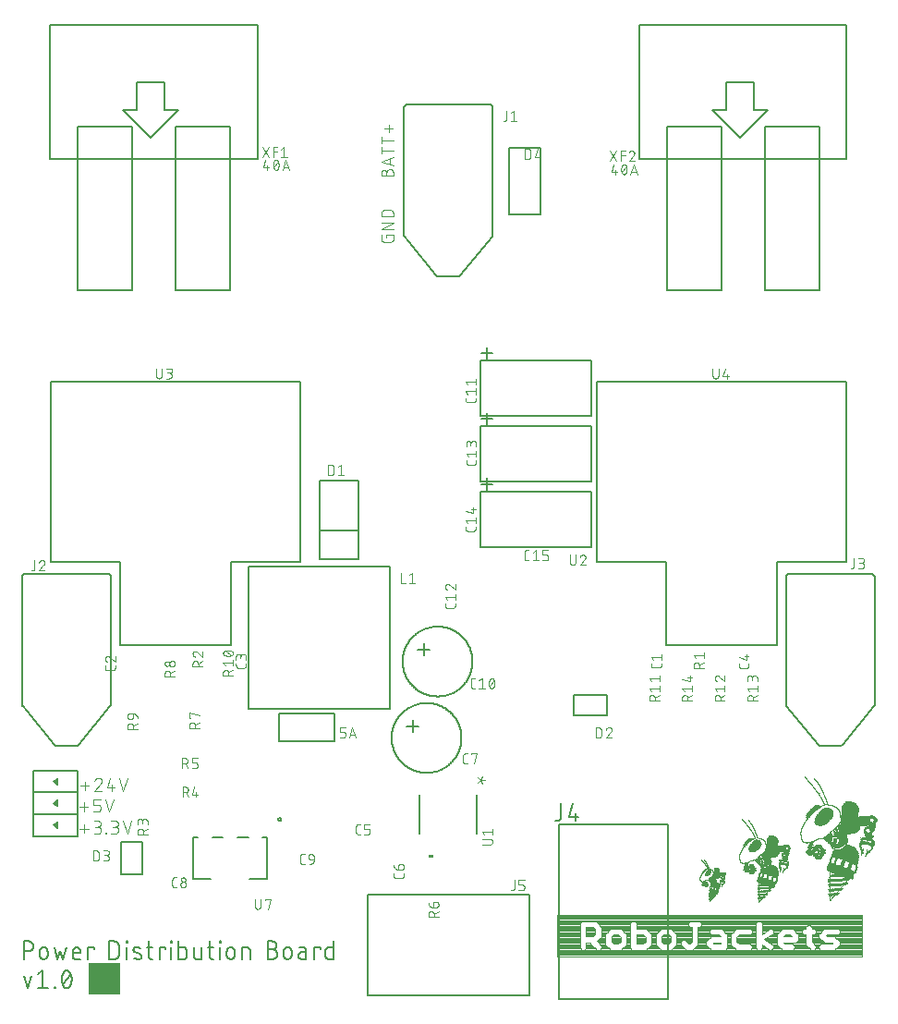
<source format=gbr>
G04 EAGLE Gerber RS-274X export*
G75*
%MOMM*%
%FSLAX34Y34*%
%LPD*%
%INSilkscreen Top*%
%IPPOS*%
%AMOC8*
5,1,8,0,0,1.08239X$1,22.5*%
G01*
%ADD10C,0.200000*%
%ADD11C,0.152400*%
%ADD12C,0.076200*%
%ADD13R,3.000000X3.000000*%
%ADD14C,0.127000*%
%ADD15C,0.101600*%
%ADD16C,0.100000*%
%ADD17R,0.015238X0.005081*%
%ADD18R,0.025400X0.005075*%
%ADD19R,0.025400X0.005081*%
%ADD20R,0.035556X0.005075*%
%ADD21R,0.035556X0.005081*%
%ADD22R,0.020319X0.005081*%
%ADD23R,0.015238X0.005075*%
%ADD24R,0.020319X0.005075*%
%ADD25R,0.010156X0.005081*%
%ADD26R,0.010156X0.005075*%
%ADD27R,0.005081X0.005081*%
%ADD28R,0.066037X0.005081*%
%ADD29R,0.106681X0.005075*%
%ADD30R,0.005081X0.005075*%
%ADD31R,0.005075X0.005075*%
%ADD32R,0.127000X0.005081*%
%ADD33R,0.005075X0.005081*%
%ADD34R,0.187956X0.005075*%
%ADD35R,0.218438X0.005081*%
%ADD36R,0.259081X0.005081*%
%ADD37R,0.279400X0.005075*%
%ADD38R,0.299719X0.005081*%
%ADD39R,0.289556X0.005075*%
%ADD40R,0.289556X0.005081*%
%ADD41R,0.269238X0.005075*%
%ADD42R,0.213356X0.005081*%
%ADD43R,0.193038X0.005075*%
%ADD44R,0.147319X0.005081*%
%ADD45R,0.116838X0.005081*%
%ADD46R,0.071119X0.005075*%
%ADD47R,0.040638X0.005081*%
%ADD48R,0.076200X0.005075*%
%ADD49R,0.182881X0.005081*%
%ADD50R,0.248919X0.005075*%
%ADD51R,0.284481X0.005081*%
%ADD52R,0.350519X0.005075*%
%ADD53R,0.386081X0.005081*%
%ADD54R,0.411481X0.005081*%
%ADD55R,0.421637X0.005075*%
%ADD56R,0.421637X0.005081*%
%ADD57R,0.416556X0.005075*%
%ADD58R,0.274319X0.005075*%
%ADD59R,0.198119X0.005081*%
%ADD60R,0.167637X0.005075*%
%ADD61R,0.096519X0.005081*%
%ADD62R,0.086363X0.005081*%
%ADD63R,0.091438X0.005075*%
%ADD64R,0.167637X0.005081*%
%ADD65R,0.223519X0.005081*%
%ADD66R,0.299719X0.005075*%
%ADD67R,0.360675X0.005081*%
%ADD68R,0.431800X0.005075*%
%ADD69R,0.482600X0.005081*%
%ADD70R,0.533400X0.005081*%
%ADD71R,0.538475X0.005075*%
%ADD72R,0.543556X0.005081*%
%ADD73R,0.543556X0.005075*%
%ADD74R,0.513081X0.005081*%
%ADD75R,0.401319X0.005081*%
%ADD76R,0.360681X0.005075*%
%ADD77R,0.269238X0.005081*%
%ADD78R,0.228600X0.005075*%
%ADD79R,0.142238X0.005081*%
%ADD80R,0.091438X0.005081*%
%ADD81R,0.030475X0.005081*%
%ADD82R,0.086356X0.005075*%
%ADD83R,0.182875X0.005081*%
%ADD84R,0.238756X0.005075*%
%ADD85R,0.340356X0.005081*%
%ADD86R,0.391156X0.005081*%
%ADD87R,0.492756X0.005075*%
%ADD88R,0.614681X0.005075*%
%ADD89R,0.614675X0.005081*%
%ADD90R,0.629919X0.005081*%
%ADD91R,0.624838X0.005075*%
%ADD92R,0.589281X0.005081*%
%ADD93R,0.487675X0.005075*%
%ADD94R,0.431800X0.005081*%
%ADD95R,0.010162X0.005075*%
%ADD96R,0.177800X0.005081*%
%ADD97R,0.157481X0.005081*%
%ADD98R,0.198119X0.005075*%
%ADD99R,0.218438X0.005075*%
%ADD100R,0.238756X0.005081*%
%ADD101R,0.248919X0.005081*%
%ADD102R,0.274319X0.005081*%
%ADD103R,0.121919X0.005075*%
%ADD104R,0.304800X0.005075*%
%ADD105R,0.187956X0.005081*%
%ADD106R,0.309881X0.005081*%
%ADD107R,0.294637X0.005081*%
%ADD108R,0.330200X0.005081*%
%ADD109R,0.340356X0.005075*%
%ADD110R,0.741681X0.005081*%
%ADD111R,0.741681X0.005075*%
%ADD112R,0.746762X0.005081*%
%ADD113R,0.746756X0.005081*%
%ADD114R,0.756919X0.005075*%
%ADD115R,0.670556X0.005081*%
%ADD116R,0.604519X0.005081*%
%ADD117R,0.502919X0.005075*%
%ADD118R,0.508000X0.005081*%
%ADD119R,0.513075X0.005075*%
%ADD120R,0.548638X0.005081*%
%ADD121R,0.568963X0.005075*%
%ADD122R,0.574037X0.005081*%
%ADD123R,0.589281X0.005075*%
%ADD124R,0.635000X0.005081*%
%ADD125R,0.645156X0.005075*%
%ADD126R,0.695956X0.005081*%
%ADD127R,0.701037X0.005075*%
%ADD128R,0.721363X0.005081*%
%ADD129R,0.736600X0.005081*%
%ADD130R,0.797556X0.005075*%
%ADD131R,0.792481X0.005081*%
%ADD132R,0.746756X0.005075*%
%ADD133R,0.045719X0.005075*%
%ADD134R,0.731519X0.005081*%
%ADD135R,0.050800X0.005081*%
%ADD136R,0.726438X0.005075*%
%ADD137R,0.726438X0.005081*%
%ADD138R,0.055875X0.005081*%
%ADD139R,0.050800X0.005075*%
%ADD140R,0.055881X0.005081*%
%ADD141R,0.731519X0.005075*%
%ADD142R,0.055881X0.005075*%
%ADD143R,0.055875X0.005075*%
%ADD144R,0.060956X0.005081*%
%ADD145R,0.721356X0.005081*%
%ADD146R,0.060956X0.005075*%
%ADD147R,0.716275X0.005081*%
%ADD148R,0.629919X0.005075*%
%ADD149R,0.599438X0.005081*%
%ADD150R,0.086356X0.005081*%
%ADD151R,0.594356X0.005081*%
%ADD152R,0.574037X0.005075*%
%ADD153R,0.060963X0.005075*%
%ADD154R,0.563881X0.005081*%
%ADD155R,0.060963X0.005081*%
%ADD156R,0.081275X0.005075*%
%ADD157R,0.518162X0.005081*%
%ADD158R,0.482600X0.005075*%
%ADD159R,0.066037X0.005075*%
%ADD160R,0.477519X0.005081*%
%ADD161R,0.472438X0.005075*%
%ADD162R,0.477519X0.005075*%
%ADD163R,0.040638X0.005075*%
%ADD164R,0.360681X0.005081*%
%ADD165R,0.096519X0.005075*%
%ADD166R,0.320038X0.005081*%
%ADD167R,0.309875X0.005075*%
%ADD168R,0.279400X0.005081*%
%ADD169R,0.264163X0.005081*%
%ADD170R,0.045719X0.005081*%
%ADD171R,0.238763X0.005075*%
%ADD172R,0.213356X0.005075*%
%ADD173R,0.086363X0.005075*%
%ADD174R,0.132081X0.005081*%
%ADD175R,0.111756X0.005081*%
%ADD176R,0.116838X0.005075*%
%ADD177R,0.127000X0.005075*%
%ADD178R,0.081275X0.005081*%
%ADD179R,0.137162X0.005081*%
%ADD180R,0.071119X0.005081*%
%ADD181R,0.152400X0.005081*%
%ADD182R,0.081281X0.005075*%
%ADD183R,0.157481X0.005075*%
%ADD184R,0.259075X0.005081*%
%ADD185R,0.254000X0.005075*%
%ADD186R,0.076200X0.005081*%
%ADD187R,0.254000X0.005081*%
%ADD188R,0.314956X0.005075*%
%ADD189R,0.335281X0.005081*%
%ADD190R,0.391163X0.005075*%
%ADD191R,0.396238X0.005081*%
%ADD192R,0.497838X0.005075*%
%ADD193R,0.492756X0.005081*%
%ADD194R,0.487675X0.005081*%
%ADD195R,0.472438X0.005081*%
%ADD196R,0.487681X0.005081*%
%ADD197R,0.172719X0.005075*%
%ADD198R,0.508000X0.005075*%
%ADD199R,0.172719X0.005081*%
%ADD200R,0.513075X0.005081*%
%ADD201R,0.177800X0.005075*%
%ADD202R,0.563875X0.005081*%
%ADD203R,0.635000X0.005075*%
%ADD204R,0.624838X0.005081*%
%ADD205R,0.193038X0.005081*%
%ADD206R,0.614681X0.005081*%
%ADD207R,0.203200X0.005075*%
%ADD208R,0.619756X0.005075*%
%ADD209R,0.208281X0.005075*%
%ADD210R,0.645163X0.005075*%
%ADD211R,0.655319X0.005081*%
%ADD212R,0.695963X0.005075*%
%ADD213R,0.106675X0.005075*%
%ADD214R,0.101600X0.005081*%
%ADD215R,0.665481X0.005075*%
%ADD216R,0.660400X0.005081*%
%ADD217R,0.137156X0.005081*%
%ADD218R,0.147319X0.005075*%
%ADD219R,0.101600X0.005075*%
%ADD220R,0.589275X0.005075*%
%ADD221R,0.553719X0.005081*%
%ADD222R,0.137156X0.005075*%
%ADD223R,0.538481X0.005075*%
%ADD224R,0.106681X0.005081*%
%ADD225R,0.243838X0.005081*%
%ADD226R,0.152400X0.005075*%
%ADD227R,0.350519X0.005081*%
%ADD228R,0.497838X0.005081*%
%ADD229R,0.360675X0.005075*%
%ADD230R,0.462281X0.005075*%
%ADD231R,0.289563X0.005075*%
%ADD232R,0.365756X0.005081*%
%ADD233R,0.121919X0.005081*%
%ADD234R,0.447038X0.005081*%
%ADD235R,0.304800X0.005081*%
%ADD236R,0.035563X0.005081*%
%ADD237R,0.370838X0.005075*%
%ADD238R,0.441963X0.005075*%
%ADD239R,0.320038X0.005075*%
%ADD240R,0.406400X0.005081*%
%ADD241R,0.345438X0.005081*%
%ADD242R,0.375919X0.005075*%
%ADD243R,0.355600X0.005075*%
%ADD244R,0.370838X0.005081*%
%ADD245R,0.030481X0.005081*%
%ADD246R,0.030481X0.005075*%
%ADD247R,0.111763X0.005081*%
%ADD248R,0.259075X0.005075*%
%ADD249R,0.441956X0.005075*%
%ADD250R,0.228600X0.005081*%
%ADD251R,0.462281X0.005081*%
%ADD252R,0.264156X0.005075*%
%ADD253R,0.492763X0.005075*%
%ADD254R,0.264156X0.005081*%
%ADD255R,0.523238X0.005075*%
%ADD256R,0.381000X0.005081*%
%ADD257R,0.584200X0.005081*%
%ADD258R,0.381000X0.005075*%
%ADD259R,0.518156X0.005075*%
%ADD260R,0.208281X0.005081*%
%ADD261R,0.142238X0.005075*%
%ADD262R,0.132081X0.005075*%
%ADD263R,0.411481X0.005075*%
%ADD264R,0.162556X0.005081*%
%ADD265R,0.010162X0.005081*%
%ADD266R,0.132075X0.005081*%
%ADD267R,0.314963X0.005075*%
%ADD268R,0.457200X0.005081*%
%ADD269R,0.259081X0.005075*%
%ADD270R,0.208275X0.005075*%
%ADD271R,0.223519X0.005075*%
%ADD272R,0.284475X0.005075*%
%ADD273R,0.243838X0.005075*%
%ADD274R,0.137162X0.005075*%
%ADD275R,0.335281X0.005075*%
%ADD276R,0.106675X0.005081*%
%ADD277R,0.375919X0.005081*%
%ADD278R,0.157475X0.005075*%
%ADD279R,0.391156X0.005075*%
%ADD280R,0.411475X0.005075*%
%ADD281R,0.187963X0.005075*%
%ADD282R,0.203200X0.005081*%
%ADD283R,0.233681X0.005081*%
%ADD284R,0.441963X0.005081*%
%ADD285R,0.452119X0.005075*%
%ADD286R,0.452119X0.005081*%
%ADD287R,0.294637X0.005075*%
%ADD288R,0.081281X0.005081*%
%ADD289R,0.182875X0.005075*%
%ADD290R,0.035563X0.005075*%
%ADD291R,0.309875X0.005081*%
%ADD292R,0.208275X0.005081*%
%ADD293R,0.340363X0.005075*%
%ADD294R,0.309881X0.005075*%
%ADD295R,0.233681X0.005075*%
%ADD296R,0.330200X0.005075*%
%ADD297R,0.462275X0.005075*%
%ADD298R,0.411475X0.005081*%
%ADD299R,0.325119X0.005075*%
%ADD300R,0.401319X0.005075*%
%ADD301R,0.492763X0.005081*%
%ADD302R,0.528319X0.005081*%
%ADD303R,0.553719X0.005075*%
%ADD304R,0.568956X0.005075*%
%ADD305R,0.579119X0.005081*%
%ADD306R,0.594363X0.005075*%
%ADD307R,0.604519X0.005075*%
%ADD308R,0.645156X0.005081*%
%ADD309R,0.157475X0.005081*%
%ADD310R,0.655319X0.005075*%
%ADD311R,0.665475X0.005075*%
%ADD312R,0.665481X0.005081*%
%ADD313R,0.675638X0.005081*%
%ADD314R,0.670563X0.005075*%
%ADD315R,0.680719X0.005081*%
%ADD316R,0.680719X0.005075*%
%ADD317R,0.685800X0.005075*%
%ADD318R,0.685800X0.005081*%
%ADD319R,0.690881X0.005075*%
%ADD320R,0.695956X0.005075*%
%ADD321R,0.665475X0.005081*%
%ADD322R,0.716281X0.005081*%
%ADD323R,0.777238X0.005075*%
%ADD324R,0.614675X0.005075*%
%ADD325R,0.640075X0.005081*%
%ADD326R,0.284481X0.005075*%
%ADD327R,0.746762X0.005075*%
%ADD328R,0.787400X0.005081*%
%ADD329R,0.817881X0.005075*%
%ADD330R,0.822963X0.005081*%
%ADD331R,0.828038X0.005081*%
%ADD332R,0.833119X0.005075*%
%ADD333R,0.838200X0.005081*%
%ADD334R,0.365756X0.005075*%
%ADD335R,0.828038X0.005075*%
%ADD336R,0.391163X0.005081*%
%ADD337R,0.396238X0.005075*%
%ADD338R,0.838200X0.005075*%
%ADD339R,0.934719X0.005075*%
%ADD340R,0.919481X0.005081*%
%ADD341R,0.426719X0.005081*%
%ADD342R,0.924556X0.005081*%
%ADD343R,0.909319X0.005075*%
%ADD344R,0.436875X0.005081*%
%ADD345R,0.909319X0.005081*%
%ADD346R,0.904238X0.005075*%
%ADD347R,0.817881X0.005081*%
%ADD348R,0.457200X0.005075*%
%ADD349R,0.558800X0.005075*%
%ADD350R,0.558800X0.005081*%
%ADD351R,0.716281X0.005075*%
%ADD352R,0.767075X0.005081*%
%ADD353R,0.904238X0.005081*%
%ADD354R,0.914400X0.005075*%
%ADD355R,0.914400X0.005081*%
%ADD356R,0.502919X0.005081*%
%ADD357R,0.929638X0.005081*%
%ADD358R,0.944875X0.005075*%
%ADD359R,0.111756X0.005075*%
%ADD360R,1.082037X0.005081*%
%ADD361R,1.071881X0.005075*%
%ADD362R,1.076956X0.005081*%
%ADD363R,0.518156X0.005081*%
%ADD364R,0.513081X0.005075*%
%ADD365R,0.487681X0.005075*%
%ADD366R,0.162556X0.005075*%
%ADD367R,0.132075X0.005075*%
%ADD368R,0.523238X0.005081*%
%ADD369R,0.528319X0.005075*%
%ADD370R,0.467356X0.005075*%
%ADD371R,0.447038X0.005075*%
%ADD372R,0.533400X0.005075*%
%ADD373R,0.441956X0.005081*%
%ADD374R,0.182881X0.005075*%
%ADD375R,0.187963X0.005081*%
%ADD376R,0.467356X0.005081*%
%ADD377R,0.030475X0.005075*%
%ADD378R,0.030481X0.010156*%
%ADD379R,0.030475X0.010156*%
%ADD380R,0.050800X0.010156*%
%ADD381R,0.050800X0.010162*%
%ADD382R,0.071119X0.010156*%
%ADD383R,0.040638X0.010156*%
%ADD384R,0.030481X0.010162*%
%ADD385R,0.030475X0.010162*%
%ADD386R,0.040638X0.010162*%
%ADD387R,0.020319X0.010156*%
%ADD388R,0.010156X0.010156*%
%ADD389R,0.132075X0.010156*%
%ADD390R,0.213363X0.010156*%
%ADD391R,0.254000X0.010162*%
%ADD392R,0.010156X0.010162*%
%ADD393R,0.375919X0.010156*%
%ADD394R,0.436875X0.010156*%
%ADD395R,0.518162X0.010156*%
%ADD396R,0.558800X0.010156*%
%ADD397R,0.599438X0.010162*%
%ADD398R,0.579119X0.010156*%
%ADD399R,0.599438X0.010156*%
%ADD400R,0.538481X0.010156*%
%ADD401R,0.010162X0.010162*%
%ADD402R,0.426719X0.010162*%
%ADD403R,0.010162X0.010156*%
%ADD404R,0.386081X0.010156*%
%ADD405R,0.294637X0.010156*%
%ADD406R,0.233681X0.010156*%
%ADD407R,0.142238X0.010156*%
%ADD408R,0.081275X0.010162*%
%ADD409R,0.132081X0.010162*%
%ADD410R,0.152400X0.010156*%
%ADD411R,0.365762X0.010156*%
%ADD412R,0.497838X0.010156*%
%ADD413R,0.568963X0.010162*%
%ADD414R,0.701037X0.010156*%
%ADD415R,0.772163X0.010156*%
%ADD416R,0.822963X0.010156*%
%ADD417R,0.843281X0.010156*%
%ADD418R,0.843281X0.010162*%
%ADD419R,0.833119X0.010156*%
%ADD420R,0.772156X0.010156*%
%ADD421R,0.548638X0.010156*%
%ADD422R,0.396238X0.010162*%
%ADD423R,0.335281X0.010156*%
%ADD424R,0.193038X0.010156*%
%ADD425R,0.172719X0.010156*%
%ADD426R,0.071119X0.010162*%
%ADD427R,0.182881X0.010156*%
%ADD428R,0.447038X0.010156*%
%ADD429R,0.721356X0.010162*%
%ADD430R,0.863600X0.010156*%
%ADD431R,0.965200X0.010156*%
%ADD432R,1.066800X0.010156*%
%ADD433R,1.076956X0.010156*%
%ADD434R,1.087119X0.010162*%
%ADD435R,1.087119X0.010156*%
%ADD436R,1.026156X0.010156*%
%ADD437R,0.802638X0.010156*%
%ADD438R,0.721363X0.010156*%
%ADD439R,0.538475X0.010162*%
%ADD440R,0.457200X0.010156*%
%ADD441R,0.284481X0.010156*%
%ADD442R,0.182875X0.010156*%
%ADD443R,0.060956X0.010156*%
%ADD444R,0.365756X0.010162*%
%ADD445R,0.477519X0.010156*%
%ADD446R,0.680719X0.010156*%
%ADD447R,0.782319X0.010156*%
%ADD448R,0.985519X0.010156*%
%ADD449R,1.229356X0.010156*%
%ADD450R,1.259838X0.010156*%
%ADD451R,1.249681X0.010156*%
%ADD452R,1.178556X0.010162*%
%ADD453R,0.975356X0.010156*%
%ADD454R,0.355600X0.010162*%
%ADD455R,0.314956X0.010156*%
%ADD456R,0.355600X0.010156*%
%ADD457R,0.396238X0.010156*%
%ADD458R,0.436881X0.010156*%
%ADD459R,0.548638X0.010162*%
%ADD460R,0.243838X0.010156*%
%ADD461R,0.609600X0.010156*%
%ADD462R,0.619756X0.010156*%
%ADD463R,0.589281X0.010156*%
%ADD464R,0.660400X0.010156*%
%ADD465R,0.721356X0.010156*%
%ADD466R,1.483356X0.010162*%
%ADD467R,1.483356X0.010156*%
%ADD468R,1.493519X0.010156*%
%ADD469R,1.513838X0.010156*%
%ADD470R,1.493519X0.010162*%
%ADD471R,1.341119X0.010156*%
%ADD472R,1.209037X0.010156*%
%ADD473R,1.005837X0.010156*%
%ADD474R,1.016000X0.010162*%
%ADD475R,1.097281X0.010156*%
%ADD476R,1.137919X0.010156*%
%ADD477R,1.148075X0.010162*%
%ADD478R,1.178556X0.010156*%
%ADD479R,1.270000X0.010156*%
%ADD480R,1.290319X0.010156*%
%ADD481R,1.391919X0.010162*%
%ADD482R,1.402081X0.010156*%
%ADD483R,1.442719X0.010156*%
%ADD484R,1.473200X0.010156*%
%ADD485R,1.595119X0.010156*%
%ADD486R,1.584956X0.010162*%
%ADD487R,0.091438X0.010156*%
%ADD488R,1.463037X0.010156*%
%ADD489R,0.101600X0.010156*%
%ADD490R,1.452881X0.010156*%
%ADD491R,1.452881X0.010162*%
%ADD492R,0.111756X0.010162*%
%ADD493R,0.111756X0.010156*%
%ADD494R,0.101600X0.010162*%
%ADD495R,1.452875X0.010162*%
%ADD496R,0.121919X0.010162*%
%ADD497R,1.452875X0.010156*%
%ADD498R,0.111763X0.010156*%
%ADD499R,0.121919X0.010156*%
%ADD500R,1.432556X0.010162*%
%ADD501R,1.198881X0.010156*%
%ADD502R,1.188719X0.010156*%
%ADD503R,1.148075X0.010156*%
%ADD504R,1.127763X0.010162*%
%ADD505R,0.182881X0.010162*%
%ADD506R,0.162556X0.010156*%
%ADD507R,1.036319X0.010156*%
%ADD508R,0.965200X0.010162*%
%ADD509R,0.172719X0.010162*%
%ADD510R,0.132081X0.010156*%
%ADD511R,0.955038X0.010156*%
%ADD512R,0.944881X0.010156*%
%ADD513R,0.081281X0.010156*%
%ADD514R,0.640075X0.010162*%
%ADD515R,0.193038X0.010162*%
%ADD516R,0.528319X0.010156*%
%ADD517R,0.436881X0.010162*%
%ADD518R,0.426719X0.010156*%
%ADD519R,0.213356X0.010156*%
%ADD520R,0.264163X0.010162*%
%ADD521R,0.223519X0.010162*%
%ADD522R,0.254000X0.010156*%
%ADD523R,0.274319X0.010156*%
%ADD524R,0.304800X0.010156*%
%ADD525R,0.162562X0.010156*%
%ADD526R,0.132075X0.010162*%
%ADD527R,0.518156X0.010162*%
%ADD528R,0.508000X0.010156*%
%ADD529R,0.152400X0.010162*%
%ADD530R,0.518162X0.010162*%
%ADD531R,0.629919X0.010156*%
%ADD532R,0.670556X0.010162*%
%ADD533R,0.182875X0.010162*%
%ADD534R,0.792475X0.010162*%
%ADD535R,0.995675X0.010156*%
%ADD536R,0.975356X0.010162*%
%ADD537R,0.020319X0.010162*%
%ADD538R,0.345438X0.010156*%
%ADD539R,1.016000X0.010156*%
%ADD540R,0.375919X0.010162*%
%ADD541R,0.142238X0.010162*%
%ADD542R,1.127756X0.010162*%
%ADD543R,0.091438X0.010162*%
%ADD544R,1.249675X0.010156*%
%ADD545R,0.386075X0.010156*%
%ADD546R,0.406400X0.010156*%
%ADD547R,1.239519X0.010156*%
%ADD548R,1.249675X0.010162*%
%ADD549R,0.416563X0.010156*%
%ADD550R,1.310638X0.010156*%
%ADD551R,1.432556X0.010156*%
%ADD552R,1.391919X0.010156*%
%ADD553R,0.203200X0.010162*%
%ADD554R,0.233681X0.010162*%
%ADD555R,1.330956X0.010156*%
%ADD556R,0.203200X0.010156*%
%ADD557R,1.320800X0.010156*%
%ADD558R,1.209037X0.010162*%
%ADD559R,0.345438X0.010162*%
%ADD560R,1.148081X0.010156*%
%ADD561R,1.107438X0.010156*%
%ADD562R,1.076963X0.010156*%
%ADD563R,0.284475X0.010162*%
%ADD564R,0.294637X0.010162*%
%ADD565R,0.213363X0.010162*%
%ADD566R,1.066800X0.010162*%
%ADD567R,0.487675X0.010162*%
%ADD568R,0.538475X0.010156*%
%ADD569R,0.924556X0.010156*%
%ADD570R,0.731519X0.010162*%
%ADD571R,0.243838X0.010162*%
%ADD572R,0.894075X0.010162*%
%ADD573R,0.609600X0.010162*%
%ADD574R,0.741681X0.010156*%
%ADD575R,0.883919X0.010156*%
%ADD576R,0.640075X0.010156*%
%ADD577R,0.822956X0.010156*%
%ADD578R,0.812800X0.010156*%
%ADD579R,0.690881X0.010156*%
%ADD580R,0.751838X0.010156*%
%ADD581R,0.711200X0.010156*%
%ADD582R,0.741681X0.010162*%
%ADD583R,0.060963X0.010162*%
%ADD584R,0.060963X0.010156*%
%ADD585R,0.792481X0.010156*%
%ADD586R,0.223519X0.010156*%
%ADD587R,0.640081X0.010156*%
%ADD588R,0.518156X0.010156*%
%ADD589R,0.508000X0.010162*%
%ADD590R,0.863600X0.010162*%
%ADD591R,0.081281X0.010162*%
%ADD592R,0.528319X0.010162*%
%ADD593R,0.162556X0.010162*%
%ADD594R,0.335281X0.010162*%
%ADD595R,1.026156X0.010162*%
%ADD596R,1.046481X0.010156*%
%ADD597R,1.127756X0.010156*%
%ADD598R,0.762000X0.010162*%
%ADD599R,0.314956X0.010162*%
%ADD600R,1.168400X0.010162*%
%ADD601R,0.762000X0.010156*%
%ADD602R,0.264156X0.010156*%
%ADD603R,0.284475X0.010156*%
%ADD604R,0.274319X0.010162*%
%ADD605R,0.335275X0.010156*%
%ADD606R,0.325119X0.010156*%
%ADD607R,0.233675X0.010162*%
%ADD608R,0.670563X0.010156*%
%ADD609R,0.944881X0.010162*%
%ADD610R,0.619756X0.010162*%
%ADD611R,0.914400X0.010156*%
%ADD612R,0.568963X0.010156*%
%ADD613R,0.447038X0.010162*%
%ADD614R,0.497838X0.010162*%
%ADD615R,0.416556X0.010156*%
%ADD616R,0.568956X0.010156*%
%ADD617R,0.487681X0.010156*%
%ADD618R,0.670556X0.010156*%
%ADD619R,0.365756X0.010156*%
%ADD620R,0.751838X0.010162*%
%ADD621R,0.111763X0.010162*%
%ADD622R,0.822956X0.010162*%
%ADD623R,0.264156X0.010162*%
%ADD624R,0.467363X0.010162*%
%ADD625R,0.060956X0.010162*%
%ADD626R,0.883919X0.010162*%
%ADD627R,0.904238X0.010156*%
%ADD628R,0.660400X0.010162*%
%ADD629R,0.589275X0.010156*%
%ADD630R,0.233675X0.010156*%
%ADD631R,0.213356X0.010162*%
%ADD632R,0.457200X0.010162*%
%ADD633R,0.314963X0.010156*%
%ADD634R,0.264163X0.010156*%
%ADD635R,0.081275X0.010156*%
%ADD636R,0.436875X0.010162*%
%ADD637R,0.579119X0.010162*%
%ADD638R,0.680719X0.010162*%
%ADD639R,0.619762X0.010156*%
%ADD640R,0.487675X0.010156*%
%ADD641R,0.467356X0.010156*%
%ADD642R,0.477519X0.010162*%
%ADD643R,0.924563X0.010162*%
%ADD644R,0.650238X0.010156*%
%ADD645R,0.670563X0.010162*%
%ADD646R,0.416556X0.010162*%
%ADD647R,0.843275X0.010156*%
%ADD648R,0.416563X0.010162*%
%ADD649R,1.046475X0.010156*%
%ADD650R,1.056638X0.010156*%
%ADD651R,1.158238X0.010156*%
%ADD652R,1.168400X0.010156*%
%ADD653R,1.188719X0.010162*%
%ADD654R,1.270000X0.010162*%
%ADD655R,1.310638X0.010162*%
%ADD656R,1.351275X0.010156*%
%ADD657R,1.351275X0.010162*%
%ADD658R,1.361438X0.010156*%
%ADD659R,1.361438X0.010162*%
%ADD660R,1.371600X0.010156*%
%ADD661R,1.381763X0.010156*%
%ADD662R,1.371600X0.010162*%
%ADD663R,0.386075X0.010162*%
%ADD664R,1.432562X0.010162*%
%ADD665R,0.386081X0.010162*%
%ADD666R,1.554481X0.010156*%
%ADD667R,1.229356X0.010162*%
%ADD668R,0.335275X0.010162*%
%ADD669R,1.280156X0.010156*%
%ADD670R,1.574800X0.010162*%
%ADD671R,1.635756X0.010156*%
%ADD672R,1.645919X0.010156*%
%ADD673R,1.656075X0.010156*%
%ADD674R,1.666238X0.010156*%
%ADD675R,1.676400X0.010162*%
%ADD676R,0.731519X0.010156*%
%ADD677R,1.656081X0.010156*%
%ADD678R,1.676400X0.010156*%
%ADD679R,0.792475X0.010156*%
%ADD680R,0.802638X0.010162*%
%ADD681R,1.473200X0.010162*%
%ADD682R,1.869438X0.010156*%
%ADD683R,1.838956X0.010156*%
%ADD684R,0.853438X0.010156*%
%ADD685R,1.849119X0.010156*%
%ADD686R,1.818638X0.010156*%
%ADD687R,0.873756X0.010162*%
%ADD688R,1.818638X0.010162*%
%ADD689R,1.808475X0.010156*%
%ADD690R,0.894075X0.010156*%
%ADD691R,0.914400X0.010162*%
%ADD692R,0.944875X0.010156*%
%ADD693R,1.117600X0.010156*%
%ADD694R,0.955038X0.010162*%
%ADD695R,1.341119X0.010162*%
%ADD696R,1.534156X0.010156*%
%ADD697R,0.985519X0.010162*%
%ADD698R,1.808481X0.010162*%
%ADD699R,0.995681X0.010156*%
%ADD700R,1.828800X0.010156*%
%ADD701R,1.859281X0.010156*%
%ADD702R,1.889756X0.010156*%
%ADD703R,2.164081X0.010162*%
%ADD704R,2.143763X0.010156*%
%ADD705R,2.153919X0.010156*%
%ADD706R,1.005837X0.010162*%
%ADD707R,0.975363X0.010156*%
%ADD708R,0.640081X0.010162*%
%ADD709R,0.995681X0.010162*%
%ADD710R,1.046475X0.010162*%
%ADD711R,0.325119X0.010162*%
%ADD712R,0.934719X0.010156*%
%ADD713R,0.894081X0.010156*%
%ADD714R,0.904238X0.010162*%
%ADD715R,0.782319X0.010162*%
%ADD716R,0.701037X0.010162*%
%ADD717R,1.056638X0.010162*%
%ADD718R,1.046481X0.010162*%
%ADD719R,1.026163X0.010162*%
%ADD720R,1.026163X0.010156*%
%ADD721R,0.467356X0.010162*%
%ADD722R,0.741675X0.010156*%
%ADD723R,0.045719X0.015238*%
%ADD724R,0.076200X0.015238*%
%ADD725R,0.106675X0.015238*%
%ADD726R,0.060956X0.015238*%
%ADD727R,0.060963X0.015238*%
%ADD728R,0.030475X0.015238*%
%ADD729R,0.015238X0.015238*%
%ADD730R,0.198119X0.015238*%
%ADD731R,0.320038X0.015238*%
%ADD732R,0.381000X0.015238*%
%ADD733R,0.563875X0.015238*%
%ADD734R,0.655319X0.015238*%
%ADD735R,0.777238X0.015238*%
%ADD736R,0.838200X0.015238*%
%ADD737R,0.899156X0.015238*%
%ADD738R,0.868681X0.015238*%
%ADD739R,0.807719X0.015238*%
%ADD740R,0.640075X0.015238*%
%ADD741R,0.579119X0.015238*%
%ADD742R,0.441956X0.015238*%
%ADD743R,0.350519X0.015238*%
%ADD744R,0.213356X0.015238*%
%ADD745R,0.121919X0.015238*%
%ADD746R,0.228600X0.015238*%
%ADD747R,0.548638X0.015238*%
%ADD748R,0.746756X0.015238*%
%ADD749R,0.853438X0.015238*%
%ADD750R,1.051556X0.015238*%
%ADD751R,1.158238X0.015238*%
%ADD752R,1.234438X0.015238*%
%ADD753R,1.264919X0.015238*%
%ADD754R,1.249681X0.015238*%
%ADD755R,0.822956X0.015238*%
%ADD756R,0.594356X0.015238*%
%ADD757R,0.502919X0.015238*%
%ADD758R,0.289556X0.015238*%
%ADD759R,0.259081X0.015238*%
%ADD760R,0.274319X0.015238*%
%ADD761R,0.670556X0.015238*%
%ADD762R,1.082037X0.015238*%
%ADD763R,1.295400X0.015238*%
%ADD764R,1.447800X0.015238*%
%ADD765R,1.600200X0.015238*%
%ADD766R,1.615438X0.015238*%
%ADD767R,1.630675X0.015238*%
%ADD768R,1.539238X0.015238*%
%ADD769R,1.203956X0.015238*%
%ADD770R,0.685800X0.015238*%
%ADD771R,0.426719X0.015238*%
%ADD772R,0.030481X0.015238*%
%ADD773R,0.091438X0.015238*%
%ADD774R,0.259075X0.015238*%
%ADD775R,0.716275X0.015238*%
%ADD776R,1.021081X0.015238*%
%ADD777R,1.173475X0.015238*%
%ADD778R,1.478281X0.015238*%
%ADD779R,1.844037X0.015238*%
%ADD780R,1.889756X0.015238*%
%ADD781R,1.874519X0.015238*%
%ADD782R,1.767838X0.015238*%
%ADD783R,1.463037X0.015238*%
%ADD784R,0.533400X0.015238*%
%ADD785R,0.563881X0.015238*%
%ADD786R,0.472438X0.015238*%
%ADD787R,0.365756X0.015238*%
%ADD788R,0.914400X0.015238*%
%ADD789R,0.929638X0.015238*%
%ADD790R,0.883919X0.015238*%
%ADD791R,0.990600X0.015238*%
%ADD792R,2.225038X0.015238*%
%ADD793R,2.240281X0.015238*%
%ADD794R,2.270756X0.015238*%
%ADD795R,2.011675X0.015238*%
%ADD796R,1.813556X0.015238*%
%ADD797R,1.508756X0.015238*%
%ADD798R,1.524000X0.015238*%
%ADD799R,1.645919X0.015238*%
%ADD800R,1.706881X0.015238*%
%ADD801R,1.722119X0.015238*%
%ADD802R,1.905000X0.015238*%
%ADD803R,1.935481X0.015238*%
%ADD804R,2.087881X0.015238*%
%ADD805R,2.103119X0.015238*%
%ADD806R,2.164081X0.015238*%
%ADD807R,2.209800X0.015238*%
%ADD808R,2.392681X0.015238*%
%ADD809R,2.377438X0.015238*%
%ADD810R,0.137162X0.015238*%
%ADD811R,2.194556X0.015238*%
%ADD812R,0.152400X0.015238*%
%ADD813R,2.179319X0.015238*%
%ADD814R,0.137156X0.015238*%
%ADD815R,0.167637X0.015238*%
%ADD816R,0.182875X0.015238*%
%ADD817R,2.148837X0.015238*%
%ADD818R,0.182881X0.015238*%
%ADD819R,1.798319X0.015238*%
%ADD820R,1.783075X0.015238*%
%ADD821R,1.691638X0.015238*%
%ADD822R,1.630681X0.015238*%
%ADD823R,0.243838X0.015238*%
%ADD824R,1.554481X0.015238*%
%ADD825R,1.432556X0.015238*%
%ADD826R,1.417319X0.015238*%
%ADD827R,0.289563X0.015238*%
%ADD828R,1.051562X0.015238*%
%ADD829R,0.960119X0.015238*%
%ADD830R,0.792481X0.015238*%
%ADD831R,0.716281X0.015238*%
%ADD832R,0.396238X0.015238*%
%ADD833R,0.335281X0.015238*%
%ADD834R,0.411481X0.015238*%
%ADD835R,0.213363X0.015238*%
%ADD836R,0.457200X0.015238*%
%ADD837R,0.762000X0.015238*%
%ADD838R,0.944875X0.015238*%
%ADD839R,1.005837X0.015238*%
%ADD840R,1.173481X0.015238*%
%ADD841R,1.188719X0.015238*%
%ADD842R,1.493519X0.015238*%
%ADD843R,0.518162X0.015238*%
%ADD844R,0.609600X0.015238*%
%ADD845R,1.859275X0.015238*%
%ADD846R,0.594363X0.015238*%
%ADD847R,0.624838X0.015238*%
%ADD848R,1.965956X0.015238*%
%ADD849R,0.304800X0.015238*%
%ADD850R,1.996438X0.015238*%
%ADD851R,1.981200X0.015238*%
%ADD852R,0.411475X0.015238*%
%ADD853R,0.518156X0.015238*%
%ADD854R,1.661156X0.015238*%
%ADD855R,0.731519X0.015238*%
%ADD856R,0.746762X0.015238*%
%ADD857R,1.386838X0.015238*%
%ADD858R,0.106681X0.015238*%
%ADD859R,1.097281X0.015238*%
%ADD860R,1.341119X0.015238*%
%ADD861R,1.112519X0.015238*%
%ADD862R,1.325881X0.015238*%
%ADD863R,1.219200X0.015238*%
%ADD864R,1.036319X0.015238*%
%ADD865R,1.127756X0.015238*%
%ADD866R,1.066800X0.015238*%
%ADD867R,1.021075X0.015238*%
%ADD868R,0.899163X0.015238*%
%ADD869R,1.249675X0.015238*%
%ADD870R,0.822963X0.015238*%
%ADD871R,0.792475X0.015238*%
%ADD872R,1.569719X0.015238*%
%ADD873R,1.143000X0.015238*%
%ADD874R,1.752600X0.015238*%
%ADD875R,0.487681X0.015238*%
%ADD876R,0.365762X0.015238*%
%ADD877R,0.944881X0.015238*%
%ADD878R,0.868675X0.015238*%
%ADD879R,1.371600X0.015238*%
%ADD880R,0.640081X0.015238*%
%ADD881R,0.701037X0.015238*%
%ADD882R,1.356363X0.015238*%
%ADD883R,1.356356X0.015238*%
%ADD884R,0.670563X0.015238*%
%ADD885R,0.975363X0.015238*%
%ADD886R,1.584963X0.015238*%
%ADD887R,1.706875X0.015238*%
%ADD888R,1.737356X0.015238*%
%ADD889R,1.783081X0.015238*%
%ADD890R,1.859281X0.015238*%
%ADD891R,0.441963X0.015238*%
%ADD892R,1.935475X0.015238*%
%ADD893R,2.026919X0.015238*%
%ADD894R,2.011681X0.015238*%
%ADD895R,2.042162X0.015238*%
%ADD896R,2.057400X0.015238*%
%ADD897R,2.072637X0.015238*%
%ADD898R,2.087875X0.015238*%
%ADD899R,2.331719X0.015238*%
%ADD900R,1.920238X0.015238*%
%ADD901R,2.362200X0.015238*%
%ADD902R,2.453638X0.015238*%
%ADD903R,2.468881X0.015238*%
%ADD904R,2.484119X0.015238*%
%ADD905R,2.499356X0.015238*%
%ADD906R,2.514600X0.015238*%
%ADD907R,2.804163X0.015238*%
%ADD908R,2.758438X0.015238*%
%ADD909R,1.280163X0.015238*%
%ADD910R,2.773681X0.015238*%
%ADD911R,2.727956X0.015238*%
%ADD912R,1.310638X0.015238*%
%ADD913R,2.712719X0.015238*%
%ADD914R,1.676400X0.015238*%
%ADD915R,1.432562X0.015238*%
%ADD916R,2.301238X0.015238*%
%ADD917R,1.478275X0.015238*%
%ADD918R,2.743200X0.015238*%
%ADD919R,2.788919X0.015238*%
%ADD920R,2.834637X0.015238*%
%ADD921R,0.335275X0.015238*%
%ADD922R,3.246119X0.015238*%
%ADD923R,1.508763X0.015238*%
%ADD924R,3.215638X0.015238*%
%ADD925R,3.230875X0.015238*%
%ADD926R,0.487675X0.015238*%
%ADD927R,1.402081X0.015238*%
%ADD928R,1.584956X0.015238*%
%ADD929R,1.325875X0.015238*%
%ADD930R,1.203963X0.015238*%
%ADD931R,1.554475X0.015238*%
%ADD932R,1.402075X0.015238*%

G36*
X42047Y196508D02*
X42047Y196508D01*
X42079Y196507D01*
X42143Y196531D01*
X42210Y196547D01*
X42235Y196566D01*
X42265Y196577D01*
X42315Y196624D01*
X42370Y196665D01*
X42386Y196692D01*
X42409Y196714D01*
X42437Y196777D01*
X42472Y196836D01*
X42477Y196871D01*
X42488Y196896D01*
X42489Y196938D01*
X42499Y197000D01*
X42499Y203000D01*
X42498Y203004D01*
X42499Y203008D01*
X42490Y203043D01*
X42486Y203067D01*
X42480Y203136D01*
X42466Y203164D01*
X42460Y203195D01*
X42421Y203252D01*
X42389Y203313D01*
X42365Y203333D01*
X42347Y203359D01*
X42289Y203396D01*
X42236Y203440D01*
X42206Y203449D01*
X42180Y203466D01*
X42112Y203477D01*
X42046Y203497D01*
X42015Y203494D01*
X41983Y203499D01*
X41917Y203483D01*
X41848Y203476D01*
X41816Y203459D01*
X41790Y203453D01*
X41757Y203428D01*
X41700Y203399D01*
X37700Y200399D01*
X37654Y200348D01*
X37647Y200343D01*
X37642Y200335D01*
X37591Y200286D01*
X37582Y200267D01*
X37568Y200251D01*
X37546Y200184D01*
X37540Y200175D01*
X37539Y200166D01*
X37512Y200104D01*
X37511Y200083D01*
X37505Y200062D01*
X37510Y199995D01*
X37507Y199979D01*
X37510Y199965D01*
X37510Y199905D01*
X37518Y199885D01*
X37520Y199864D01*
X37547Y199811D01*
X37553Y199786D01*
X37567Y199766D01*
X37586Y199721D01*
X37602Y199704D01*
X37611Y199687D01*
X37645Y199659D01*
X37651Y199653D01*
X37671Y199625D01*
X37685Y199617D01*
X37700Y199601D01*
X41700Y196601D01*
X41763Y196571D01*
X41820Y196534D01*
X41852Y196529D01*
X41880Y196515D01*
X41949Y196512D01*
X42017Y196501D01*
X42047Y196508D01*
G37*
G36*
X42047Y176508D02*
X42047Y176508D01*
X42079Y176507D01*
X42143Y176531D01*
X42210Y176547D01*
X42235Y176566D01*
X42265Y176577D01*
X42315Y176624D01*
X42370Y176665D01*
X42386Y176692D01*
X42409Y176714D01*
X42437Y176777D01*
X42472Y176836D01*
X42477Y176871D01*
X42488Y176896D01*
X42489Y176938D01*
X42499Y177000D01*
X42499Y183000D01*
X42498Y183004D01*
X42499Y183008D01*
X42490Y183043D01*
X42486Y183067D01*
X42480Y183136D01*
X42466Y183164D01*
X42460Y183195D01*
X42421Y183252D01*
X42389Y183313D01*
X42365Y183333D01*
X42347Y183359D01*
X42289Y183396D01*
X42236Y183440D01*
X42206Y183449D01*
X42180Y183466D01*
X42112Y183477D01*
X42046Y183497D01*
X42015Y183494D01*
X41983Y183499D01*
X41917Y183483D01*
X41848Y183476D01*
X41816Y183459D01*
X41790Y183453D01*
X41757Y183428D01*
X41700Y183399D01*
X37700Y180399D01*
X37654Y180348D01*
X37647Y180343D01*
X37642Y180335D01*
X37591Y180286D01*
X37582Y180267D01*
X37568Y180251D01*
X37546Y180184D01*
X37540Y180175D01*
X37539Y180166D01*
X37512Y180104D01*
X37511Y180083D01*
X37505Y180062D01*
X37510Y179995D01*
X37507Y179979D01*
X37510Y179965D01*
X37510Y179905D01*
X37518Y179885D01*
X37520Y179864D01*
X37547Y179811D01*
X37553Y179786D01*
X37567Y179766D01*
X37586Y179721D01*
X37602Y179704D01*
X37611Y179687D01*
X37645Y179659D01*
X37651Y179653D01*
X37671Y179625D01*
X37685Y179617D01*
X37700Y179601D01*
X41700Y176601D01*
X41763Y176571D01*
X41820Y176534D01*
X41852Y176529D01*
X41880Y176515D01*
X41949Y176512D01*
X42017Y176501D01*
X42047Y176508D01*
G37*
G36*
X42047Y156508D02*
X42047Y156508D01*
X42079Y156507D01*
X42143Y156531D01*
X42210Y156547D01*
X42235Y156566D01*
X42265Y156577D01*
X42315Y156624D01*
X42370Y156665D01*
X42386Y156692D01*
X42409Y156714D01*
X42437Y156777D01*
X42472Y156836D01*
X42477Y156871D01*
X42488Y156896D01*
X42489Y156938D01*
X42499Y157000D01*
X42499Y163000D01*
X42498Y163004D01*
X42499Y163008D01*
X42490Y163043D01*
X42486Y163067D01*
X42480Y163136D01*
X42466Y163164D01*
X42460Y163195D01*
X42421Y163252D01*
X42389Y163313D01*
X42365Y163333D01*
X42347Y163359D01*
X42289Y163396D01*
X42236Y163440D01*
X42206Y163449D01*
X42180Y163466D01*
X42112Y163477D01*
X42046Y163497D01*
X42015Y163494D01*
X41983Y163499D01*
X41917Y163483D01*
X41848Y163476D01*
X41816Y163459D01*
X41790Y163453D01*
X41757Y163428D01*
X41700Y163399D01*
X37700Y160399D01*
X37654Y160348D01*
X37647Y160343D01*
X37642Y160335D01*
X37591Y160286D01*
X37582Y160267D01*
X37568Y160251D01*
X37546Y160184D01*
X37540Y160175D01*
X37539Y160166D01*
X37512Y160104D01*
X37511Y160083D01*
X37505Y160062D01*
X37510Y159995D01*
X37507Y159979D01*
X37510Y159965D01*
X37510Y159905D01*
X37518Y159885D01*
X37520Y159864D01*
X37547Y159811D01*
X37553Y159786D01*
X37567Y159766D01*
X37586Y159721D01*
X37602Y159704D01*
X37611Y159687D01*
X37645Y159659D01*
X37651Y159653D01*
X37671Y159625D01*
X37685Y159617D01*
X37700Y159601D01*
X41700Y156601D01*
X41763Y156571D01*
X41820Y156534D01*
X41852Y156529D01*
X41880Y156515D01*
X41949Y156512D01*
X42017Y156501D01*
X42047Y156508D01*
G37*
G36*
X386032Y130251D02*
X386032Y130251D01*
X386034Y130250D01*
X386077Y130270D01*
X386121Y130288D01*
X386121Y130290D01*
X386123Y130291D01*
X386156Y130376D01*
X386156Y132916D01*
X386155Y132918D01*
X386156Y132920D01*
X386136Y132963D01*
X386118Y133007D01*
X386116Y133007D01*
X386115Y133009D01*
X386030Y133042D01*
X382220Y133042D01*
X382218Y133041D01*
X382216Y133042D01*
X382173Y133022D01*
X382129Y133004D01*
X382129Y133002D01*
X382127Y133001D01*
X382094Y132916D01*
X382094Y130376D01*
X382095Y130374D01*
X382094Y130372D01*
X382114Y130329D01*
X382132Y130285D01*
X382134Y130285D01*
X382135Y130283D01*
X382220Y130250D01*
X386030Y130250D01*
X386032Y130251D01*
G37*
D10*
X60000Y190000D02*
X20000Y190000D01*
X20000Y210000D02*
X60000Y210000D01*
X60000Y170000D02*
X20000Y170000D01*
X20000Y150000D02*
X20000Y210000D01*
X20000Y150000D02*
X60000Y150000D01*
X60000Y210000D01*
D11*
X10762Y53688D02*
X10762Y37432D01*
X10762Y53688D02*
X15278Y53688D01*
X15411Y53686D01*
X15543Y53680D01*
X15675Y53670D01*
X15807Y53657D01*
X15939Y53639D01*
X16069Y53618D01*
X16200Y53593D01*
X16329Y53564D01*
X16457Y53531D01*
X16585Y53495D01*
X16711Y53455D01*
X16836Y53411D01*
X16960Y53363D01*
X17082Y53312D01*
X17203Y53257D01*
X17322Y53199D01*
X17440Y53137D01*
X17555Y53072D01*
X17669Y53003D01*
X17780Y52932D01*
X17889Y52856D01*
X17996Y52778D01*
X18101Y52697D01*
X18203Y52612D01*
X18303Y52525D01*
X18400Y52435D01*
X18495Y52342D01*
X18586Y52246D01*
X18675Y52148D01*
X18761Y52047D01*
X18844Y51943D01*
X18924Y51837D01*
X19000Y51729D01*
X19074Y51619D01*
X19144Y51506D01*
X19211Y51392D01*
X19274Y51275D01*
X19334Y51157D01*
X19391Y51037D01*
X19444Y50915D01*
X19493Y50792D01*
X19539Y50668D01*
X19581Y50542D01*
X19619Y50415D01*
X19654Y50287D01*
X19685Y50158D01*
X19712Y50029D01*
X19735Y49898D01*
X19755Y49767D01*
X19770Y49635D01*
X19782Y49503D01*
X19790Y49371D01*
X19794Y49238D01*
X19794Y49106D01*
X19790Y48973D01*
X19782Y48841D01*
X19770Y48709D01*
X19755Y48577D01*
X19735Y48446D01*
X19712Y48315D01*
X19685Y48186D01*
X19654Y48057D01*
X19619Y47929D01*
X19581Y47802D01*
X19539Y47676D01*
X19493Y47552D01*
X19444Y47429D01*
X19391Y47307D01*
X19334Y47187D01*
X19274Y47069D01*
X19211Y46952D01*
X19144Y46838D01*
X19074Y46725D01*
X19000Y46615D01*
X18924Y46507D01*
X18844Y46401D01*
X18761Y46297D01*
X18675Y46196D01*
X18586Y46098D01*
X18495Y46002D01*
X18400Y45909D01*
X18303Y45819D01*
X18203Y45732D01*
X18101Y45647D01*
X17996Y45566D01*
X17889Y45488D01*
X17780Y45412D01*
X17669Y45341D01*
X17555Y45272D01*
X17440Y45207D01*
X17322Y45145D01*
X17203Y45087D01*
X17082Y45032D01*
X16960Y44981D01*
X16836Y44933D01*
X16711Y44889D01*
X16585Y44849D01*
X16457Y44813D01*
X16329Y44780D01*
X16200Y44751D01*
X16069Y44726D01*
X15939Y44705D01*
X15807Y44687D01*
X15675Y44674D01*
X15543Y44664D01*
X15411Y44658D01*
X15278Y44656D01*
X15278Y44657D02*
X10762Y44657D01*
X25522Y44657D02*
X25522Y41044D01*
X25523Y44657D02*
X25525Y44776D01*
X25531Y44896D01*
X25541Y45015D01*
X25555Y45133D01*
X25572Y45252D01*
X25594Y45369D01*
X25619Y45486D01*
X25649Y45601D01*
X25682Y45716D01*
X25719Y45830D01*
X25759Y45942D01*
X25804Y46053D01*
X25852Y46162D01*
X25903Y46270D01*
X25958Y46376D01*
X26017Y46480D01*
X26079Y46582D01*
X26144Y46682D01*
X26213Y46780D01*
X26285Y46876D01*
X26360Y46969D01*
X26437Y47059D01*
X26518Y47147D01*
X26602Y47232D01*
X26689Y47314D01*
X26778Y47394D01*
X26870Y47470D01*
X26964Y47544D01*
X27061Y47614D01*
X27159Y47681D01*
X27260Y47745D01*
X27364Y47805D01*
X27469Y47862D01*
X27576Y47915D01*
X27684Y47965D01*
X27794Y48011D01*
X27906Y48053D01*
X28019Y48092D01*
X28133Y48127D01*
X28248Y48158D01*
X28365Y48186D01*
X28482Y48209D01*
X28599Y48229D01*
X28718Y48245D01*
X28837Y48257D01*
X28956Y48265D01*
X29075Y48269D01*
X29195Y48269D01*
X29314Y48265D01*
X29433Y48257D01*
X29552Y48245D01*
X29671Y48229D01*
X29788Y48209D01*
X29905Y48186D01*
X30022Y48158D01*
X30137Y48127D01*
X30251Y48092D01*
X30364Y48053D01*
X30476Y48011D01*
X30586Y47965D01*
X30694Y47915D01*
X30801Y47862D01*
X30906Y47805D01*
X31010Y47745D01*
X31111Y47681D01*
X31209Y47614D01*
X31306Y47544D01*
X31400Y47470D01*
X31492Y47394D01*
X31581Y47314D01*
X31668Y47232D01*
X31752Y47147D01*
X31833Y47059D01*
X31910Y46969D01*
X31985Y46876D01*
X32057Y46780D01*
X32126Y46682D01*
X32191Y46582D01*
X32253Y46480D01*
X32312Y46376D01*
X32367Y46270D01*
X32418Y46162D01*
X32466Y46053D01*
X32511Y45942D01*
X32551Y45830D01*
X32588Y45716D01*
X32621Y45601D01*
X32651Y45486D01*
X32676Y45369D01*
X32698Y45252D01*
X32715Y45133D01*
X32729Y45015D01*
X32739Y44896D01*
X32745Y44776D01*
X32747Y44657D01*
X32747Y41044D01*
X32745Y40925D01*
X32739Y40805D01*
X32729Y40686D01*
X32715Y40568D01*
X32698Y40449D01*
X32676Y40332D01*
X32651Y40215D01*
X32621Y40100D01*
X32588Y39985D01*
X32551Y39871D01*
X32511Y39759D01*
X32466Y39648D01*
X32418Y39539D01*
X32367Y39431D01*
X32312Y39325D01*
X32253Y39221D01*
X32191Y39119D01*
X32126Y39019D01*
X32057Y38921D01*
X31985Y38825D01*
X31910Y38732D01*
X31833Y38642D01*
X31752Y38554D01*
X31668Y38469D01*
X31581Y38387D01*
X31492Y38307D01*
X31400Y38231D01*
X31306Y38157D01*
X31209Y38087D01*
X31111Y38020D01*
X31010Y37956D01*
X30906Y37896D01*
X30801Y37839D01*
X30694Y37786D01*
X30586Y37736D01*
X30476Y37690D01*
X30364Y37648D01*
X30251Y37609D01*
X30137Y37574D01*
X30022Y37543D01*
X29905Y37515D01*
X29788Y37492D01*
X29671Y37472D01*
X29552Y37456D01*
X29433Y37444D01*
X29314Y37436D01*
X29195Y37432D01*
X29075Y37432D01*
X28956Y37436D01*
X28837Y37444D01*
X28718Y37456D01*
X28599Y37472D01*
X28482Y37492D01*
X28365Y37515D01*
X28248Y37543D01*
X28133Y37574D01*
X28019Y37609D01*
X27906Y37648D01*
X27794Y37690D01*
X27684Y37736D01*
X27576Y37786D01*
X27469Y37839D01*
X27364Y37896D01*
X27260Y37956D01*
X27159Y38020D01*
X27061Y38087D01*
X26964Y38157D01*
X26870Y38231D01*
X26778Y38307D01*
X26689Y38387D01*
X26602Y38469D01*
X26518Y38554D01*
X26437Y38642D01*
X26360Y38732D01*
X26285Y38825D01*
X26213Y38921D01*
X26144Y39019D01*
X26079Y39119D01*
X26017Y39221D01*
X25958Y39325D01*
X25903Y39431D01*
X25852Y39539D01*
X25804Y39648D01*
X25759Y39759D01*
X25719Y39871D01*
X25682Y39985D01*
X25649Y40100D01*
X25619Y40215D01*
X25594Y40332D01*
X25572Y40449D01*
X25555Y40568D01*
X25541Y40686D01*
X25531Y40805D01*
X25525Y40925D01*
X25523Y41044D01*
X38826Y48269D02*
X41536Y37432D01*
X44245Y44657D01*
X46954Y37432D01*
X49664Y48269D01*
X58452Y37432D02*
X62968Y37432D01*
X58452Y37432D02*
X58351Y37434D01*
X58250Y37440D01*
X58149Y37449D01*
X58048Y37462D01*
X57948Y37479D01*
X57849Y37500D01*
X57751Y37524D01*
X57654Y37552D01*
X57557Y37584D01*
X57462Y37619D01*
X57369Y37658D01*
X57277Y37700D01*
X57186Y37746D01*
X57098Y37795D01*
X57011Y37847D01*
X56926Y37903D01*
X56843Y37961D01*
X56763Y38023D01*
X56685Y38088D01*
X56609Y38155D01*
X56536Y38225D01*
X56466Y38298D01*
X56399Y38374D01*
X56334Y38452D01*
X56272Y38532D01*
X56214Y38615D01*
X56158Y38700D01*
X56106Y38786D01*
X56057Y38875D01*
X56011Y38966D01*
X55969Y39058D01*
X55930Y39151D01*
X55895Y39246D01*
X55863Y39343D01*
X55835Y39440D01*
X55811Y39538D01*
X55790Y39637D01*
X55773Y39737D01*
X55760Y39838D01*
X55751Y39939D01*
X55745Y40040D01*
X55743Y40141D01*
X55743Y44657D01*
X55745Y44776D01*
X55751Y44896D01*
X55761Y45015D01*
X55775Y45133D01*
X55792Y45252D01*
X55814Y45369D01*
X55839Y45486D01*
X55869Y45601D01*
X55902Y45716D01*
X55939Y45830D01*
X55979Y45942D01*
X56024Y46053D01*
X56072Y46162D01*
X56123Y46270D01*
X56178Y46376D01*
X56237Y46480D01*
X56299Y46582D01*
X56364Y46682D01*
X56433Y46780D01*
X56505Y46876D01*
X56580Y46969D01*
X56657Y47059D01*
X56738Y47147D01*
X56822Y47232D01*
X56909Y47314D01*
X56998Y47394D01*
X57090Y47470D01*
X57184Y47544D01*
X57281Y47614D01*
X57379Y47681D01*
X57480Y47745D01*
X57584Y47805D01*
X57689Y47862D01*
X57796Y47915D01*
X57904Y47965D01*
X58014Y48011D01*
X58126Y48053D01*
X58239Y48092D01*
X58353Y48127D01*
X58468Y48158D01*
X58585Y48186D01*
X58702Y48209D01*
X58819Y48229D01*
X58938Y48245D01*
X59057Y48257D01*
X59176Y48265D01*
X59295Y48269D01*
X59415Y48269D01*
X59534Y48265D01*
X59653Y48257D01*
X59772Y48245D01*
X59891Y48229D01*
X60008Y48209D01*
X60125Y48186D01*
X60242Y48158D01*
X60357Y48127D01*
X60471Y48092D01*
X60584Y48053D01*
X60696Y48011D01*
X60806Y47965D01*
X60914Y47915D01*
X61021Y47862D01*
X61126Y47805D01*
X61230Y47745D01*
X61331Y47681D01*
X61429Y47614D01*
X61526Y47544D01*
X61620Y47470D01*
X61712Y47394D01*
X61801Y47314D01*
X61888Y47232D01*
X61972Y47147D01*
X62053Y47059D01*
X62130Y46969D01*
X62205Y46876D01*
X62277Y46780D01*
X62346Y46682D01*
X62411Y46582D01*
X62473Y46480D01*
X62532Y46376D01*
X62587Y46270D01*
X62638Y46162D01*
X62686Y46053D01*
X62731Y45942D01*
X62771Y45830D01*
X62808Y45716D01*
X62841Y45601D01*
X62871Y45486D01*
X62896Y45369D01*
X62918Y45252D01*
X62935Y45133D01*
X62949Y45015D01*
X62959Y44896D01*
X62965Y44776D01*
X62967Y44657D01*
X62968Y44657D02*
X62968Y42851D01*
X55743Y42851D01*
X69896Y37432D02*
X69896Y48269D01*
X75314Y48269D01*
X75314Y46463D01*
X89228Y53688D02*
X89228Y37432D01*
X89228Y53688D02*
X93744Y53688D01*
X93875Y53686D01*
X94007Y53680D01*
X94138Y53671D01*
X94268Y53657D01*
X94399Y53640D01*
X94528Y53619D01*
X94657Y53595D01*
X94785Y53566D01*
X94913Y53534D01*
X95039Y53498D01*
X95164Y53459D01*
X95289Y53416D01*
X95411Y53369D01*
X95533Y53319D01*
X95653Y53265D01*
X95771Y53208D01*
X95887Y53147D01*
X96002Y53083D01*
X96115Y53016D01*
X96226Y52945D01*
X96334Y52871D01*
X96441Y52794D01*
X96545Y52714D01*
X96647Y52631D01*
X96746Y52546D01*
X96843Y52457D01*
X96937Y52365D01*
X97029Y52271D01*
X97118Y52174D01*
X97203Y52075D01*
X97286Y51973D01*
X97366Y51869D01*
X97443Y51762D01*
X97517Y51654D01*
X97588Y51543D01*
X97655Y51430D01*
X97719Y51315D01*
X97780Y51199D01*
X97837Y51081D01*
X97891Y50961D01*
X97941Y50839D01*
X97988Y50717D01*
X98031Y50592D01*
X98070Y50467D01*
X98106Y50341D01*
X98138Y50213D01*
X98167Y50085D01*
X98191Y49956D01*
X98212Y49827D01*
X98229Y49696D01*
X98243Y49566D01*
X98252Y49435D01*
X98258Y49303D01*
X98260Y49172D01*
X98259Y49172D02*
X98259Y41948D01*
X98260Y41948D02*
X98258Y41817D01*
X98252Y41685D01*
X98243Y41554D01*
X98229Y41424D01*
X98212Y41293D01*
X98191Y41164D01*
X98167Y41035D01*
X98138Y40907D01*
X98106Y40779D01*
X98070Y40653D01*
X98031Y40528D01*
X97988Y40403D01*
X97941Y40281D01*
X97891Y40159D01*
X97837Y40039D01*
X97780Y39921D01*
X97719Y39805D01*
X97655Y39690D01*
X97588Y39577D01*
X97517Y39466D01*
X97443Y39358D01*
X97366Y39251D01*
X97286Y39147D01*
X97203Y39045D01*
X97118Y38946D01*
X97029Y38849D01*
X96937Y38755D01*
X96843Y38663D01*
X96746Y38574D01*
X96647Y38489D01*
X96545Y38406D01*
X96441Y38326D01*
X96334Y38249D01*
X96226Y38175D01*
X96115Y38104D01*
X96002Y38037D01*
X95887Y37973D01*
X95771Y37912D01*
X95653Y37855D01*
X95533Y37801D01*
X95411Y37751D01*
X95289Y37704D01*
X95164Y37661D01*
X95039Y37622D01*
X94913Y37586D01*
X94785Y37554D01*
X94657Y37525D01*
X94528Y37501D01*
X94398Y37480D01*
X94268Y37463D01*
X94138Y37449D01*
X94007Y37440D01*
X93875Y37434D01*
X93744Y37432D01*
X89228Y37432D01*
X105207Y37432D02*
X105207Y48269D01*
X104755Y52785D02*
X104755Y53688D01*
X105658Y53688D01*
X105658Y52785D01*
X104755Y52785D01*
X112849Y43754D02*
X117364Y41948D01*
X112848Y43754D02*
X112760Y43791D01*
X112674Y43832D01*
X112589Y43876D01*
X112506Y43924D01*
X112426Y43975D01*
X112347Y44029D01*
X112271Y44087D01*
X112197Y44147D01*
X112125Y44211D01*
X112057Y44277D01*
X111991Y44347D01*
X111928Y44418D01*
X111867Y44493D01*
X111810Y44569D01*
X111757Y44648D01*
X111706Y44729D01*
X111659Y44812D01*
X111615Y44897D01*
X111575Y44984D01*
X111538Y45072D01*
X111505Y45162D01*
X111475Y45253D01*
X111450Y45345D01*
X111428Y45438D01*
X111410Y45532D01*
X111395Y45626D01*
X111385Y45721D01*
X111379Y45817D01*
X111376Y45912D01*
X111377Y46008D01*
X111383Y46103D01*
X111392Y46199D01*
X111405Y46293D01*
X111421Y46387D01*
X111442Y46481D01*
X111467Y46573D01*
X111495Y46664D01*
X111527Y46754D01*
X111562Y46843D01*
X111601Y46930D01*
X111644Y47016D01*
X111690Y47100D01*
X111740Y47181D01*
X111792Y47261D01*
X111848Y47339D01*
X111908Y47414D01*
X111970Y47486D01*
X112035Y47556D01*
X112103Y47624D01*
X112173Y47688D01*
X112246Y47750D01*
X112322Y47808D01*
X112400Y47864D01*
X112480Y47916D01*
X112562Y47965D01*
X112646Y48010D01*
X112732Y48052D01*
X112819Y48091D01*
X112908Y48126D01*
X112999Y48157D01*
X113090Y48184D01*
X113183Y48208D01*
X113276Y48228D01*
X113370Y48244D01*
X113465Y48256D01*
X113560Y48265D01*
X113656Y48269D01*
X113751Y48270D01*
X113998Y48263D01*
X114244Y48251D01*
X114490Y48233D01*
X114736Y48208D01*
X114980Y48178D01*
X115224Y48142D01*
X115467Y48101D01*
X115709Y48053D01*
X115950Y47999D01*
X116189Y47940D01*
X116427Y47875D01*
X116663Y47804D01*
X116898Y47728D01*
X117131Y47646D01*
X117361Y47558D01*
X117589Y47465D01*
X117816Y47367D01*
X117365Y41947D02*
X117453Y41910D01*
X117539Y41869D01*
X117624Y41825D01*
X117707Y41777D01*
X117787Y41726D01*
X117866Y41672D01*
X117942Y41614D01*
X118016Y41554D01*
X118088Y41490D01*
X118156Y41424D01*
X118222Y41354D01*
X118285Y41283D01*
X118346Y41208D01*
X118403Y41132D01*
X118456Y41053D01*
X118507Y40972D01*
X118554Y40889D01*
X118598Y40804D01*
X118638Y40717D01*
X118675Y40629D01*
X118708Y40539D01*
X118738Y40448D01*
X118763Y40356D01*
X118785Y40263D01*
X118803Y40169D01*
X118818Y40075D01*
X118828Y39980D01*
X118834Y39884D01*
X118837Y39789D01*
X118836Y39693D01*
X118830Y39598D01*
X118821Y39502D01*
X118808Y39408D01*
X118792Y39314D01*
X118771Y39220D01*
X118746Y39128D01*
X118718Y39037D01*
X118686Y38947D01*
X118651Y38858D01*
X118612Y38771D01*
X118569Y38685D01*
X118523Y38601D01*
X118473Y38520D01*
X118421Y38440D01*
X118365Y38362D01*
X118305Y38287D01*
X118243Y38215D01*
X118178Y38145D01*
X118110Y38077D01*
X118040Y38013D01*
X117967Y37951D01*
X117891Y37893D01*
X117813Y37837D01*
X117733Y37785D01*
X117651Y37736D01*
X117567Y37691D01*
X117481Y37649D01*
X117394Y37610D01*
X117305Y37575D01*
X117214Y37544D01*
X117123Y37517D01*
X117030Y37493D01*
X116937Y37473D01*
X116843Y37457D01*
X116748Y37445D01*
X116653Y37436D01*
X116557Y37432D01*
X116462Y37431D01*
X116461Y37432D02*
X116099Y37441D01*
X115737Y37459D01*
X115376Y37486D01*
X115016Y37521D01*
X114656Y37564D01*
X114297Y37616D01*
X113940Y37677D01*
X113585Y37746D01*
X113231Y37823D01*
X112879Y37909D01*
X112529Y38003D01*
X112181Y38106D01*
X111836Y38216D01*
X111494Y38335D01*
X123744Y48269D02*
X129162Y48269D01*
X125550Y53688D02*
X125550Y40141D01*
X125552Y40040D01*
X125558Y39939D01*
X125567Y39838D01*
X125580Y39737D01*
X125597Y39637D01*
X125618Y39538D01*
X125642Y39440D01*
X125670Y39343D01*
X125702Y39246D01*
X125737Y39151D01*
X125776Y39058D01*
X125818Y38966D01*
X125864Y38875D01*
X125913Y38786D01*
X125965Y38700D01*
X126021Y38615D01*
X126079Y38532D01*
X126141Y38452D01*
X126206Y38374D01*
X126273Y38298D01*
X126343Y38225D01*
X126416Y38155D01*
X126492Y38088D01*
X126570Y38023D01*
X126650Y37961D01*
X126733Y37903D01*
X126818Y37847D01*
X126905Y37795D01*
X126993Y37746D01*
X127084Y37700D01*
X127176Y37658D01*
X127269Y37619D01*
X127364Y37584D01*
X127461Y37552D01*
X127558Y37524D01*
X127656Y37500D01*
X127755Y37479D01*
X127855Y37462D01*
X127956Y37449D01*
X128057Y37440D01*
X128158Y37434D01*
X128259Y37432D01*
X129162Y37432D01*
X135547Y37432D02*
X135547Y48269D01*
X140965Y48269D01*
X140965Y46463D01*
X145848Y48269D02*
X145848Y37432D01*
X145396Y52785D02*
X145396Y53688D01*
X146299Y53688D01*
X146299Y52785D01*
X145396Y52785D01*
X152729Y53688D02*
X152729Y37432D01*
X157245Y37432D01*
X157349Y37434D01*
X157452Y37440D01*
X157556Y37450D01*
X157659Y37464D01*
X157761Y37482D01*
X157862Y37503D01*
X157963Y37529D01*
X158062Y37558D01*
X158161Y37591D01*
X158258Y37628D01*
X158353Y37669D01*
X158447Y37713D01*
X158539Y37761D01*
X158629Y37812D01*
X158718Y37867D01*
X158804Y37925D01*
X158887Y37987D01*
X158969Y38051D01*
X159047Y38119D01*
X159123Y38189D01*
X159197Y38262D01*
X159267Y38339D01*
X159335Y38417D01*
X159399Y38499D01*
X159461Y38582D01*
X159519Y38668D01*
X159574Y38757D01*
X159625Y38847D01*
X159673Y38939D01*
X159717Y39033D01*
X159758Y39128D01*
X159795Y39225D01*
X159828Y39324D01*
X159857Y39423D01*
X159883Y39524D01*
X159904Y39625D01*
X159922Y39727D01*
X159936Y39830D01*
X159946Y39934D01*
X159952Y40037D01*
X159954Y40141D01*
X159954Y45560D01*
X159952Y45661D01*
X159946Y45762D01*
X159937Y45863D01*
X159924Y45964D01*
X159907Y46064D01*
X159886Y46163D01*
X159862Y46261D01*
X159834Y46358D01*
X159802Y46455D01*
X159767Y46550D01*
X159728Y46643D01*
X159686Y46735D01*
X159640Y46826D01*
X159591Y46915D01*
X159539Y47001D01*
X159483Y47086D01*
X159425Y47169D01*
X159363Y47249D01*
X159298Y47327D01*
X159231Y47403D01*
X159161Y47476D01*
X159088Y47546D01*
X159012Y47613D01*
X158934Y47678D01*
X158854Y47740D01*
X158771Y47798D01*
X158686Y47854D01*
X158600Y47906D01*
X158511Y47955D01*
X158420Y48001D01*
X158328Y48043D01*
X158235Y48082D01*
X158140Y48117D01*
X158043Y48149D01*
X157946Y48177D01*
X157848Y48201D01*
X157749Y48222D01*
X157649Y48239D01*
X157548Y48252D01*
X157447Y48261D01*
X157346Y48267D01*
X157245Y48269D01*
X152729Y48269D01*
X166724Y48269D02*
X166724Y40141D01*
X166725Y40141D02*
X166727Y40040D01*
X166733Y39939D01*
X166742Y39838D01*
X166755Y39737D01*
X166772Y39637D01*
X166793Y39538D01*
X166817Y39440D01*
X166845Y39343D01*
X166877Y39246D01*
X166912Y39151D01*
X166951Y39058D01*
X166993Y38966D01*
X167039Y38875D01*
X167088Y38786D01*
X167140Y38700D01*
X167196Y38615D01*
X167254Y38532D01*
X167316Y38452D01*
X167381Y38374D01*
X167448Y38298D01*
X167518Y38225D01*
X167591Y38155D01*
X167667Y38088D01*
X167745Y38023D01*
X167825Y37961D01*
X167908Y37903D01*
X167993Y37847D01*
X168080Y37795D01*
X168168Y37746D01*
X168259Y37700D01*
X168351Y37658D01*
X168444Y37619D01*
X168539Y37584D01*
X168636Y37552D01*
X168733Y37524D01*
X168831Y37500D01*
X168930Y37479D01*
X169030Y37462D01*
X169131Y37449D01*
X169232Y37440D01*
X169333Y37434D01*
X169434Y37432D01*
X173949Y37432D01*
X173949Y48269D01*
X179495Y48269D02*
X184914Y48269D01*
X181301Y53688D02*
X181301Y40141D01*
X181302Y40141D02*
X181304Y40040D01*
X181310Y39939D01*
X181319Y39838D01*
X181332Y39737D01*
X181349Y39637D01*
X181370Y39538D01*
X181394Y39440D01*
X181422Y39343D01*
X181454Y39246D01*
X181489Y39151D01*
X181528Y39058D01*
X181570Y38966D01*
X181616Y38875D01*
X181665Y38786D01*
X181717Y38700D01*
X181773Y38615D01*
X181831Y38532D01*
X181893Y38452D01*
X181958Y38374D01*
X182025Y38298D01*
X182095Y38225D01*
X182168Y38155D01*
X182244Y38088D01*
X182322Y38023D01*
X182402Y37961D01*
X182485Y37903D01*
X182570Y37847D01*
X182657Y37795D01*
X182745Y37746D01*
X182836Y37700D01*
X182928Y37658D01*
X183021Y37619D01*
X183116Y37584D01*
X183213Y37552D01*
X183310Y37524D01*
X183408Y37500D01*
X183507Y37479D01*
X183607Y37462D01*
X183708Y37449D01*
X183809Y37440D01*
X183910Y37434D01*
X184011Y37432D01*
X184914Y37432D01*
X190657Y37432D02*
X190657Y48269D01*
X190206Y52785D02*
X190206Y53688D01*
X191109Y53688D01*
X191109Y52785D01*
X190206Y52785D01*
X196945Y44657D02*
X196945Y41044D01*
X196945Y44657D02*
X196947Y44776D01*
X196953Y44896D01*
X196963Y45015D01*
X196977Y45133D01*
X196994Y45252D01*
X197016Y45369D01*
X197041Y45486D01*
X197071Y45601D01*
X197104Y45716D01*
X197141Y45830D01*
X197181Y45942D01*
X197226Y46053D01*
X197274Y46162D01*
X197325Y46270D01*
X197380Y46376D01*
X197439Y46480D01*
X197501Y46582D01*
X197566Y46682D01*
X197635Y46780D01*
X197707Y46876D01*
X197782Y46969D01*
X197859Y47059D01*
X197940Y47147D01*
X198024Y47232D01*
X198111Y47314D01*
X198200Y47394D01*
X198292Y47470D01*
X198386Y47544D01*
X198483Y47614D01*
X198581Y47681D01*
X198682Y47745D01*
X198786Y47805D01*
X198891Y47862D01*
X198998Y47915D01*
X199106Y47965D01*
X199216Y48011D01*
X199328Y48053D01*
X199441Y48092D01*
X199555Y48127D01*
X199670Y48158D01*
X199787Y48186D01*
X199904Y48209D01*
X200021Y48229D01*
X200140Y48245D01*
X200259Y48257D01*
X200378Y48265D01*
X200497Y48269D01*
X200617Y48269D01*
X200736Y48265D01*
X200855Y48257D01*
X200974Y48245D01*
X201093Y48229D01*
X201210Y48209D01*
X201327Y48186D01*
X201444Y48158D01*
X201559Y48127D01*
X201673Y48092D01*
X201786Y48053D01*
X201898Y48011D01*
X202008Y47965D01*
X202116Y47915D01*
X202223Y47862D01*
X202328Y47805D01*
X202432Y47745D01*
X202533Y47681D01*
X202631Y47614D01*
X202728Y47544D01*
X202822Y47470D01*
X202914Y47394D01*
X203003Y47314D01*
X203090Y47232D01*
X203174Y47147D01*
X203255Y47059D01*
X203332Y46969D01*
X203407Y46876D01*
X203479Y46780D01*
X203548Y46682D01*
X203613Y46582D01*
X203675Y46480D01*
X203734Y46376D01*
X203789Y46270D01*
X203840Y46162D01*
X203888Y46053D01*
X203933Y45942D01*
X203973Y45830D01*
X204010Y45716D01*
X204043Y45601D01*
X204073Y45486D01*
X204098Y45369D01*
X204120Y45252D01*
X204137Y45133D01*
X204151Y45015D01*
X204161Y44896D01*
X204167Y44776D01*
X204169Y44657D01*
X204169Y41044D01*
X204167Y40925D01*
X204161Y40805D01*
X204151Y40686D01*
X204137Y40568D01*
X204120Y40449D01*
X204098Y40332D01*
X204073Y40215D01*
X204043Y40100D01*
X204010Y39985D01*
X203973Y39871D01*
X203933Y39759D01*
X203888Y39648D01*
X203840Y39539D01*
X203789Y39431D01*
X203734Y39325D01*
X203675Y39221D01*
X203613Y39119D01*
X203548Y39019D01*
X203479Y38921D01*
X203407Y38825D01*
X203332Y38732D01*
X203255Y38642D01*
X203174Y38554D01*
X203090Y38469D01*
X203003Y38387D01*
X202914Y38307D01*
X202822Y38231D01*
X202728Y38157D01*
X202631Y38087D01*
X202533Y38020D01*
X202432Y37956D01*
X202328Y37896D01*
X202223Y37839D01*
X202116Y37786D01*
X202008Y37736D01*
X201898Y37690D01*
X201786Y37648D01*
X201673Y37609D01*
X201559Y37574D01*
X201444Y37543D01*
X201327Y37515D01*
X201210Y37492D01*
X201093Y37472D01*
X200974Y37456D01*
X200855Y37444D01*
X200736Y37436D01*
X200617Y37432D01*
X200497Y37432D01*
X200378Y37436D01*
X200259Y37444D01*
X200140Y37456D01*
X200021Y37472D01*
X199904Y37492D01*
X199787Y37515D01*
X199670Y37543D01*
X199555Y37574D01*
X199441Y37609D01*
X199328Y37648D01*
X199216Y37690D01*
X199106Y37736D01*
X198998Y37786D01*
X198891Y37839D01*
X198786Y37896D01*
X198682Y37956D01*
X198581Y38020D01*
X198483Y38087D01*
X198386Y38157D01*
X198292Y38231D01*
X198200Y38307D01*
X198111Y38387D01*
X198024Y38469D01*
X197940Y38554D01*
X197859Y38642D01*
X197782Y38732D01*
X197707Y38825D01*
X197635Y38921D01*
X197566Y39019D01*
X197501Y39119D01*
X197439Y39221D01*
X197380Y39325D01*
X197325Y39431D01*
X197274Y39539D01*
X197226Y39648D01*
X197181Y39759D01*
X197141Y39871D01*
X197104Y39985D01*
X197071Y40100D01*
X197041Y40215D01*
X197016Y40332D01*
X196994Y40449D01*
X196977Y40568D01*
X196963Y40686D01*
X196953Y40805D01*
X196947Y40925D01*
X196945Y41044D01*
X211013Y37432D02*
X211013Y48269D01*
X215528Y48269D01*
X215632Y48267D01*
X215735Y48261D01*
X215839Y48251D01*
X215942Y48237D01*
X216044Y48219D01*
X216145Y48198D01*
X216246Y48172D01*
X216345Y48143D01*
X216444Y48110D01*
X216541Y48073D01*
X216636Y48032D01*
X216730Y47988D01*
X216822Y47940D01*
X216912Y47889D01*
X217001Y47834D01*
X217087Y47776D01*
X217170Y47714D01*
X217252Y47650D01*
X217330Y47582D01*
X217406Y47512D01*
X217480Y47439D01*
X217550Y47362D01*
X217618Y47284D01*
X217682Y47202D01*
X217744Y47119D01*
X217802Y47033D01*
X217857Y46944D01*
X217908Y46854D01*
X217956Y46762D01*
X218000Y46668D01*
X218041Y46573D01*
X218078Y46476D01*
X218111Y46377D01*
X218140Y46278D01*
X218166Y46177D01*
X218187Y46076D01*
X218205Y45974D01*
X218219Y45871D01*
X218229Y45767D01*
X218235Y45664D01*
X218237Y45560D01*
X218238Y45560D02*
X218238Y37432D01*
X234288Y46463D02*
X238804Y46463D01*
X238804Y46464D02*
X238937Y46462D01*
X239069Y46456D01*
X239201Y46446D01*
X239333Y46433D01*
X239465Y46415D01*
X239595Y46394D01*
X239726Y46369D01*
X239855Y46340D01*
X239983Y46307D01*
X240111Y46271D01*
X240237Y46231D01*
X240362Y46187D01*
X240486Y46139D01*
X240608Y46088D01*
X240729Y46033D01*
X240848Y45975D01*
X240966Y45913D01*
X241081Y45848D01*
X241195Y45779D01*
X241306Y45708D01*
X241415Y45632D01*
X241522Y45554D01*
X241627Y45473D01*
X241729Y45388D01*
X241829Y45301D01*
X241926Y45211D01*
X242021Y45118D01*
X242112Y45022D01*
X242201Y44924D01*
X242287Y44823D01*
X242370Y44719D01*
X242450Y44613D01*
X242526Y44505D01*
X242600Y44395D01*
X242670Y44282D01*
X242737Y44168D01*
X242800Y44051D01*
X242860Y43933D01*
X242917Y43813D01*
X242970Y43691D01*
X243019Y43568D01*
X243065Y43444D01*
X243107Y43318D01*
X243145Y43191D01*
X243180Y43063D01*
X243211Y42934D01*
X243238Y42805D01*
X243261Y42674D01*
X243281Y42543D01*
X243296Y42411D01*
X243308Y42279D01*
X243316Y42147D01*
X243320Y42014D01*
X243320Y41882D01*
X243316Y41749D01*
X243308Y41617D01*
X243296Y41485D01*
X243281Y41353D01*
X243261Y41222D01*
X243238Y41091D01*
X243211Y40962D01*
X243180Y40833D01*
X243145Y40705D01*
X243107Y40578D01*
X243065Y40452D01*
X243019Y40328D01*
X242970Y40205D01*
X242917Y40083D01*
X242860Y39963D01*
X242800Y39845D01*
X242737Y39728D01*
X242670Y39614D01*
X242600Y39501D01*
X242526Y39391D01*
X242450Y39283D01*
X242370Y39177D01*
X242287Y39073D01*
X242201Y38972D01*
X242112Y38874D01*
X242021Y38778D01*
X241926Y38685D01*
X241829Y38595D01*
X241729Y38508D01*
X241627Y38423D01*
X241522Y38342D01*
X241415Y38264D01*
X241306Y38188D01*
X241195Y38117D01*
X241081Y38048D01*
X240966Y37983D01*
X240848Y37921D01*
X240729Y37863D01*
X240608Y37808D01*
X240486Y37757D01*
X240362Y37709D01*
X240237Y37665D01*
X240111Y37625D01*
X239983Y37589D01*
X239855Y37556D01*
X239726Y37527D01*
X239595Y37502D01*
X239465Y37481D01*
X239333Y37463D01*
X239201Y37450D01*
X239069Y37440D01*
X238937Y37434D01*
X238804Y37432D01*
X234288Y37432D01*
X234288Y53688D01*
X238804Y53688D01*
X238923Y53686D01*
X239043Y53680D01*
X239162Y53670D01*
X239280Y53656D01*
X239399Y53639D01*
X239516Y53617D01*
X239633Y53592D01*
X239748Y53562D01*
X239863Y53529D01*
X239977Y53492D01*
X240089Y53452D01*
X240200Y53407D01*
X240309Y53359D01*
X240417Y53308D01*
X240523Y53253D01*
X240627Y53194D01*
X240729Y53132D01*
X240829Y53067D01*
X240927Y52998D01*
X241023Y52926D01*
X241116Y52851D01*
X241206Y52774D01*
X241294Y52693D01*
X241379Y52609D01*
X241461Y52522D01*
X241541Y52433D01*
X241617Y52341D01*
X241691Y52247D01*
X241761Y52150D01*
X241828Y52052D01*
X241892Y51951D01*
X241952Y51847D01*
X242009Y51742D01*
X242062Y51635D01*
X242112Y51527D01*
X242158Y51417D01*
X242200Y51305D01*
X242239Y51192D01*
X242274Y51078D01*
X242305Y50963D01*
X242333Y50846D01*
X242356Y50729D01*
X242376Y50612D01*
X242392Y50493D01*
X242404Y50374D01*
X242412Y50255D01*
X242416Y50136D01*
X242416Y50016D01*
X242412Y49897D01*
X242404Y49778D01*
X242392Y49659D01*
X242376Y49540D01*
X242356Y49423D01*
X242333Y49306D01*
X242305Y49189D01*
X242274Y49074D01*
X242239Y48960D01*
X242200Y48847D01*
X242158Y48735D01*
X242112Y48625D01*
X242062Y48517D01*
X242009Y48410D01*
X241952Y48305D01*
X241892Y48201D01*
X241828Y48100D01*
X241761Y48002D01*
X241691Y47905D01*
X241617Y47811D01*
X241541Y47719D01*
X241461Y47630D01*
X241379Y47543D01*
X241294Y47459D01*
X241206Y47378D01*
X241116Y47301D01*
X241023Y47226D01*
X240927Y47154D01*
X240829Y47085D01*
X240729Y47020D01*
X240627Y46958D01*
X240523Y46899D01*
X240417Y46844D01*
X240309Y46793D01*
X240200Y46745D01*
X240089Y46700D01*
X239977Y46660D01*
X239863Y46623D01*
X239748Y46590D01*
X239633Y46560D01*
X239516Y46535D01*
X239399Y46513D01*
X239280Y46496D01*
X239162Y46482D01*
X239043Y46472D01*
X238923Y46466D01*
X238804Y46464D01*
X249049Y44657D02*
X249049Y41044D01*
X249049Y44657D02*
X249051Y44776D01*
X249057Y44896D01*
X249067Y45015D01*
X249081Y45133D01*
X249098Y45252D01*
X249120Y45369D01*
X249145Y45486D01*
X249175Y45601D01*
X249208Y45716D01*
X249245Y45830D01*
X249285Y45942D01*
X249330Y46053D01*
X249378Y46162D01*
X249429Y46270D01*
X249484Y46376D01*
X249543Y46480D01*
X249605Y46582D01*
X249670Y46682D01*
X249739Y46780D01*
X249811Y46876D01*
X249886Y46969D01*
X249963Y47059D01*
X250044Y47147D01*
X250128Y47232D01*
X250215Y47314D01*
X250304Y47394D01*
X250396Y47470D01*
X250490Y47544D01*
X250587Y47614D01*
X250685Y47681D01*
X250786Y47745D01*
X250890Y47805D01*
X250995Y47862D01*
X251102Y47915D01*
X251210Y47965D01*
X251320Y48011D01*
X251432Y48053D01*
X251545Y48092D01*
X251659Y48127D01*
X251774Y48158D01*
X251891Y48186D01*
X252008Y48209D01*
X252125Y48229D01*
X252244Y48245D01*
X252363Y48257D01*
X252482Y48265D01*
X252601Y48269D01*
X252721Y48269D01*
X252840Y48265D01*
X252959Y48257D01*
X253078Y48245D01*
X253197Y48229D01*
X253314Y48209D01*
X253431Y48186D01*
X253548Y48158D01*
X253663Y48127D01*
X253777Y48092D01*
X253890Y48053D01*
X254002Y48011D01*
X254112Y47965D01*
X254220Y47915D01*
X254327Y47862D01*
X254432Y47805D01*
X254536Y47745D01*
X254637Y47681D01*
X254735Y47614D01*
X254832Y47544D01*
X254926Y47470D01*
X255018Y47394D01*
X255107Y47314D01*
X255194Y47232D01*
X255278Y47147D01*
X255359Y47059D01*
X255436Y46969D01*
X255511Y46876D01*
X255583Y46780D01*
X255652Y46682D01*
X255717Y46582D01*
X255779Y46480D01*
X255838Y46376D01*
X255893Y46270D01*
X255944Y46162D01*
X255992Y46053D01*
X256037Y45942D01*
X256077Y45830D01*
X256114Y45716D01*
X256147Y45601D01*
X256177Y45486D01*
X256202Y45369D01*
X256224Y45252D01*
X256241Y45133D01*
X256255Y45015D01*
X256265Y44896D01*
X256271Y44776D01*
X256273Y44657D01*
X256273Y41044D01*
X256271Y40925D01*
X256265Y40805D01*
X256255Y40686D01*
X256241Y40568D01*
X256224Y40449D01*
X256202Y40332D01*
X256177Y40215D01*
X256147Y40100D01*
X256114Y39985D01*
X256077Y39871D01*
X256037Y39759D01*
X255992Y39648D01*
X255944Y39539D01*
X255893Y39431D01*
X255838Y39325D01*
X255779Y39221D01*
X255717Y39119D01*
X255652Y39019D01*
X255583Y38921D01*
X255511Y38825D01*
X255436Y38732D01*
X255359Y38642D01*
X255278Y38554D01*
X255194Y38469D01*
X255107Y38387D01*
X255018Y38307D01*
X254926Y38231D01*
X254832Y38157D01*
X254735Y38087D01*
X254637Y38020D01*
X254536Y37956D01*
X254432Y37896D01*
X254327Y37839D01*
X254220Y37786D01*
X254112Y37736D01*
X254002Y37690D01*
X253890Y37648D01*
X253777Y37609D01*
X253663Y37574D01*
X253548Y37543D01*
X253431Y37515D01*
X253314Y37492D01*
X253197Y37472D01*
X253078Y37456D01*
X252959Y37444D01*
X252840Y37436D01*
X252721Y37432D01*
X252601Y37432D01*
X252482Y37436D01*
X252363Y37444D01*
X252244Y37456D01*
X252125Y37472D01*
X252008Y37492D01*
X251891Y37515D01*
X251774Y37543D01*
X251659Y37574D01*
X251545Y37609D01*
X251432Y37648D01*
X251320Y37690D01*
X251210Y37736D01*
X251102Y37786D01*
X250995Y37839D01*
X250890Y37896D01*
X250786Y37956D01*
X250685Y38020D01*
X250587Y38087D01*
X250490Y38157D01*
X250396Y38231D01*
X250304Y38307D01*
X250215Y38387D01*
X250128Y38469D01*
X250044Y38554D01*
X249963Y38642D01*
X249886Y38732D01*
X249811Y38825D01*
X249739Y38921D01*
X249670Y39019D01*
X249605Y39119D01*
X249543Y39221D01*
X249484Y39325D01*
X249429Y39431D01*
X249378Y39539D01*
X249330Y39648D01*
X249285Y39759D01*
X249245Y39871D01*
X249208Y39985D01*
X249175Y40100D01*
X249145Y40215D01*
X249120Y40332D01*
X249098Y40449D01*
X249081Y40568D01*
X249067Y40686D01*
X249057Y40805D01*
X249051Y40925D01*
X249049Y41044D01*
X265683Y43754D02*
X269747Y43754D01*
X265683Y43754D02*
X265571Y43752D01*
X265460Y43746D01*
X265349Y43736D01*
X265238Y43723D01*
X265128Y43705D01*
X265019Y43683D01*
X264910Y43658D01*
X264802Y43629D01*
X264696Y43596D01*
X264590Y43559D01*
X264486Y43519D01*
X264384Y43475D01*
X264283Y43427D01*
X264184Y43376D01*
X264086Y43321D01*
X263991Y43263D01*
X263898Y43202D01*
X263807Y43137D01*
X263718Y43069D01*
X263632Y42998D01*
X263549Y42925D01*
X263468Y42848D01*
X263389Y42768D01*
X263314Y42686D01*
X263242Y42601D01*
X263172Y42514D01*
X263106Y42424D01*
X263043Y42332D01*
X262983Y42237D01*
X262927Y42141D01*
X262874Y42043D01*
X262825Y41943D01*
X262779Y41841D01*
X262737Y41738D01*
X262698Y41633D01*
X262663Y41527D01*
X262632Y41420D01*
X262605Y41312D01*
X262581Y41203D01*
X262562Y41093D01*
X262546Y40983D01*
X262534Y40872D01*
X262526Y40760D01*
X262522Y40649D01*
X262522Y40537D01*
X262526Y40426D01*
X262534Y40314D01*
X262546Y40203D01*
X262562Y40093D01*
X262581Y39983D01*
X262605Y39874D01*
X262632Y39766D01*
X262663Y39659D01*
X262698Y39553D01*
X262737Y39448D01*
X262779Y39345D01*
X262825Y39243D01*
X262874Y39143D01*
X262927Y39045D01*
X262983Y38949D01*
X263043Y38854D01*
X263106Y38762D01*
X263172Y38672D01*
X263242Y38585D01*
X263314Y38500D01*
X263389Y38418D01*
X263468Y38338D01*
X263549Y38261D01*
X263632Y38188D01*
X263718Y38117D01*
X263807Y38049D01*
X263898Y37984D01*
X263991Y37923D01*
X264086Y37865D01*
X264184Y37810D01*
X264283Y37759D01*
X264384Y37711D01*
X264486Y37667D01*
X264590Y37627D01*
X264696Y37590D01*
X264802Y37557D01*
X264910Y37528D01*
X265019Y37503D01*
X265128Y37481D01*
X265238Y37463D01*
X265349Y37450D01*
X265460Y37440D01*
X265571Y37434D01*
X265683Y37432D01*
X269747Y37432D01*
X269747Y45560D01*
X269745Y45661D01*
X269739Y45762D01*
X269730Y45863D01*
X269717Y45964D01*
X269700Y46064D01*
X269679Y46163D01*
X269655Y46261D01*
X269627Y46358D01*
X269595Y46455D01*
X269560Y46550D01*
X269521Y46643D01*
X269479Y46735D01*
X269433Y46826D01*
X269384Y46915D01*
X269332Y47001D01*
X269276Y47086D01*
X269218Y47169D01*
X269156Y47249D01*
X269091Y47327D01*
X269024Y47403D01*
X268954Y47476D01*
X268881Y47546D01*
X268805Y47613D01*
X268727Y47678D01*
X268647Y47740D01*
X268564Y47798D01*
X268479Y47854D01*
X268393Y47906D01*
X268304Y47955D01*
X268213Y48001D01*
X268121Y48043D01*
X268028Y48082D01*
X267933Y48117D01*
X267836Y48149D01*
X267739Y48177D01*
X267641Y48201D01*
X267542Y48222D01*
X267442Y48239D01*
X267341Y48252D01*
X267240Y48261D01*
X267139Y48267D01*
X267038Y48269D01*
X263425Y48269D01*
X277270Y48269D02*
X277270Y37432D01*
X277270Y48269D02*
X282688Y48269D01*
X282688Y46463D01*
X294757Y53688D02*
X294757Y37432D01*
X290242Y37432D01*
X290141Y37434D01*
X290040Y37440D01*
X289939Y37449D01*
X289838Y37462D01*
X289738Y37479D01*
X289639Y37500D01*
X289541Y37524D01*
X289444Y37552D01*
X289347Y37584D01*
X289252Y37619D01*
X289159Y37658D01*
X289067Y37700D01*
X288976Y37746D01*
X288888Y37795D01*
X288801Y37847D01*
X288716Y37903D01*
X288633Y37961D01*
X288553Y38023D01*
X288475Y38088D01*
X288399Y38155D01*
X288326Y38225D01*
X288256Y38298D01*
X288189Y38374D01*
X288124Y38452D01*
X288062Y38532D01*
X288004Y38615D01*
X287948Y38700D01*
X287896Y38786D01*
X287847Y38875D01*
X287801Y38966D01*
X287759Y39058D01*
X287720Y39151D01*
X287685Y39246D01*
X287653Y39343D01*
X287625Y39440D01*
X287601Y39538D01*
X287580Y39637D01*
X287563Y39737D01*
X287550Y39838D01*
X287541Y39939D01*
X287535Y40040D01*
X287533Y40141D01*
X287532Y40141D02*
X287532Y45560D01*
X287533Y45560D02*
X287535Y45661D01*
X287541Y45762D01*
X287550Y45863D01*
X287563Y45964D01*
X287580Y46064D01*
X287601Y46163D01*
X287625Y46261D01*
X287653Y46358D01*
X287685Y46455D01*
X287720Y46550D01*
X287759Y46643D01*
X287801Y46735D01*
X287847Y46826D01*
X287896Y46915D01*
X287948Y47001D01*
X288004Y47086D01*
X288062Y47169D01*
X288124Y47249D01*
X288189Y47327D01*
X288256Y47403D01*
X288326Y47476D01*
X288399Y47546D01*
X288475Y47613D01*
X288553Y47678D01*
X288633Y47740D01*
X288716Y47798D01*
X288801Y47854D01*
X288888Y47906D01*
X288976Y47955D01*
X289067Y48001D01*
X289159Y48043D01*
X289252Y48082D01*
X289347Y48117D01*
X289444Y48149D01*
X289541Y48177D01*
X289639Y48201D01*
X289738Y48222D01*
X289838Y48239D01*
X289939Y48252D01*
X290040Y48261D01*
X290141Y48267D01*
X290242Y48269D01*
X294757Y48269D01*
X14374Y10762D02*
X10762Y21599D01*
X17987Y21599D02*
X14374Y10762D01*
X23927Y23406D02*
X28443Y27018D01*
X28443Y10762D01*
X32958Y10762D02*
X23927Y10762D01*
X38933Y10762D02*
X38933Y11665D01*
X39836Y11665D01*
X39836Y10762D01*
X38933Y10762D01*
X45811Y18890D02*
X45815Y19210D01*
X45826Y19529D01*
X45845Y19849D01*
X45872Y20167D01*
X45906Y20485D01*
X45948Y20802D01*
X45998Y21118D01*
X46055Y21433D01*
X46119Y21746D01*
X46191Y22058D01*
X46270Y22368D01*
X46357Y22675D01*
X46451Y22981D01*
X46552Y23284D01*
X46661Y23585D01*
X46776Y23883D01*
X46899Y24179D01*
X47029Y24471D01*
X47166Y24760D01*
X47165Y24761D02*
X47204Y24869D01*
X47247Y24976D01*
X47293Y25081D01*
X47344Y25185D01*
X47397Y25287D01*
X47454Y25387D01*
X47515Y25485D01*
X47579Y25580D01*
X47646Y25674D01*
X47717Y25765D01*
X47790Y25854D01*
X47867Y25940D01*
X47946Y26023D01*
X48028Y26104D01*
X48113Y26182D01*
X48201Y26256D01*
X48291Y26328D01*
X48383Y26396D01*
X48478Y26462D01*
X48575Y26524D01*
X48674Y26582D01*
X48776Y26638D01*
X48878Y26689D01*
X48983Y26737D01*
X49089Y26782D01*
X49197Y26823D01*
X49306Y26860D01*
X49416Y26893D01*
X49528Y26922D01*
X49640Y26948D01*
X49753Y26970D01*
X49867Y26987D01*
X49981Y27001D01*
X50096Y27011D01*
X50211Y27017D01*
X50326Y27019D01*
X50326Y27018D02*
X50441Y27016D01*
X50556Y27010D01*
X50671Y27000D01*
X50785Y26986D01*
X50899Y26969D01*
X51012Y26947D01*
X51124Y26921D01*
X51236Y26892D01*
X51346Y26859D01*
X51455Y26822D01*
X51563Y26781D01*
X51669Y26736D01*
X51774Y26688D01*
X51876Y26637D01*
X51977Y26581D01*
X52077Y26523D01*
X52174Y26461D01*
X52268Y26396D01*
X52361Y26327D01*
X52451Y26255D01*
X52539Y26181D01*
X52624Y26103D01*
X52706Y26022D01*
X52785Y25939D01*
X52862Y25853D01*
X52935Y25764D01*
X53006Y25673D01*
X53073Y25579D01*
X53137Y25484D01*
X53198Y25386D01*
X53255Y25286D01*
X53308Y25184D01*
X53359Y25080D01*
X53405Y24975D01*
X53448Y24868D01*
X53487Y24760D01*
X53624Y24471D01*
X53754Y24179D01*
X53877Y23883D01*
X53992Y23585D01*
X54101Y23284D01*
X54202Y22981D01*
X54296Y22675D01*
X54383Y22368D01*
X54462Y22058D01*
X54534Y21746D01*
X54598Y21433D01*
X54655Y21118D01*
X54705Y20802D01*
X54747Y20485D01*
X54781Y20167D01*
X54808Y19849D01*
X54827Y19529D01*
X54838Y19210D01*
X54842Y18890D01*
X45811Y18890D02*
X45815Y18570D01*
X45826Y18251D01*
X45845Y17931D01*
X45872Y17613D01*
X45906Y17295D01*
X45948Y16978D01*
X45998Y16662D01*
X46055Y16347D01*
X46119Y16034D01*
X46191Y15722D01*
X46270Y15412D01*
X46357Y15105D01*
X46451Y14799D01*
X46552Y14496D01*
X46661Y14195D01*
X46776Y13897D01*
X46899Y13601D01*
X47029Y13309D01*
X47166Y13020D01*
X47165Y13020D02*
X47204Y12912D01*
X47247Y12805D01*
X47293Y12700D01*
X47344Y12596D01*
X47397Y12494D01*
X47454Y12394D01*
X47515Y12296D01*
X47579Y12201D01*
X47646Y12107D01*
X47717Y12016D01*
X47790Y11927D01*
X47867Y11841D01*
X47946Y11758D01*
X48028Y11677D01*
X48113Y11599D01*
X48201Y11525D01*
X48291Y11453D01*
X48384Y11384D01*
X48478Y11319D01*
X48575Y11257D01*
X48675Y11199D01*
X48776Y11143D01*
X48878Y11092D01*
X48983Y11044D01*
X49089Y10999D01*
X49197Y10958D01*
X49306Y10921D01*
X49416Y10888D01*
X49528Y10859D01*
X49640Y10833D01*
X49753Y10811D01*
X49867Y10794D01*
X49981Y10780D01*
X50096Y10770D01*
X50211Y10764D01*
X50326Y10762D01*
X53486Y13020D02*
X53623Y13309D01*
X53753Y13601D01*
X53876Y13897D01*
X53991Y14195D01*
X54100Y14496D01*
X54201Y14799D01*
X54295Y15105D01*
X54382Y15412D01*
X54461Y15722D01*
X54533Y16034D01*
X54597Y16347D01*
X54654Y16662D01*
X54704Y16978D01*
X54746Y17295D01*
X54780Y17613D01*
X54807Y17931D01*
X54826Y18251D01*
X54837Y18570D01*
X54841Y18890D01*
X53487Y13020D02*
X53448Y12912D01*
X53405Y12805D01*
X53359Y12700D01*
X53308Y12596D01*
X53255Y12494D01*
X53198Y12394D01*
X53137Y12296D01*
X53073Y12201D01*
X53006Y12107D01*
X52935Y12016D01*
X52862Y11927D01*
X52785Y11841D01*
X52706Y11758D01*
X52624Y11677D01*
X52539Y11599D01*
X52451Y11525D01*
X52361Y11453D01*
X52268Y11384D01*
X52174Y11319D01*
X52077Y11257D01*
X51977Y11199D01*
X51876Y11143D01*
X51773Y11092D01*
X51669Y11044D01*
X51563Y10999D01*
X51455Y10958D01*
X51346Y10921D01*
X51236Y10888D01*
X51124Y10859D01*
X51012Y10833D01*
X50899Y10811D01*
X50785Y10794D01*
X50671Y10780D01*
X50556Y10770D01*
X50441Y10764D01*
X50326Y10762D01*
X46714Y14374D02*
X53939Y23406D01*
D12*
X300381Y240381D02*
X303460Y240381D01*
X303550Y240383D01*
X303639Y240389D01*
X303728Y240399D01*
X303816Y240412D01*
X303904Y240430D01*
X303991Y240451D01*
X304077Y240476D01*
X304162Y240505D01*
X304246Y240537D01*
X304328Y240573D01*
X304408Y240613D01*
X304486Y240656D01*
X304563Y240703D01*
X304638Y240752D01*
X304710Y240805D01*
X304780Y240861D01*
X304847Y240920D01*
X304912Y240982D01*
X304974Y241047D01*
X305033Y241114D01*
X305089Y241184D01*
X305142Y241256D01*
X305191Y241331D01*
X305238Y241407D01*
X305281Y241486D01*
X305321Y241566D01*
X305357Y241648D01*
X305389Y241732D01*
X305418Y241817D01*
X305443Y241903D01*
X305464Y241990D01*
X305482Y242077D01*
X305495Y242166D01*
X305505Y242255D01*
X305511Y242344D01*
X305513Y242434D01*
X305513Y243460D01*
X305511Y243550D01*
X305505Y243639D01*
X305495Y243728D01*
X305482Y243816D01*
X305464Y243904D01*
X305443Y243991D01*
X305418Y244077D01*
X305389Y244162D01*
X305357Y244246D01*
X305321Y244328D01*
X305281Y244408D01*
X305238Y244487D01*
X305191Y244563D01*
X305142Y244638D01*
X305089Y244710D01*
X305033Y244780D01*
X304974Y244847D01*
X304912Y244912D01*
X304847Y244974D01*
X304780Y245033D01*
X304710Y245089D01*
X304638Y245142D01*
X304563Y245191D01*
X304487Y245238D01*
X304408Y245281D01*
X304328Y245321D01*
X304246Y245357D01*
X304162Y245389D01*
X304077Y245418D01*
X303991Y245443D01*
X303904Y245464D01*
X303816Y245482D01*
X303728Y245495D01*
X303639Y245505D01*
X303550Y245511D01*
X303460Y245513D01*
X300381Y245513D01*
X300381Y249619D01*
X305513Y249619D01*
X311947Y249619D02*
X308868Y240381D01*
X315026Y240381D02*
X311947Y249619D01*
X314257Y242691D02*
X309638Y242691D01*
X230381Y762434D02*
X232434Y769619D01*
X230381Y762434D02*
X235513Y762434D01*
X233974Y764487D02*
X233974Y760381D01*
X239381Y765000D02*
X239383Y765182D01*
X239390Y765363D01*
X239401Y765545D01*
X239416Y765726D01*
X239435Y765907D01*
X239459Y766087D01*
X239487Y766266D01*
X239519Y766445D01*
X239556Y766623D01*
X239597Y766800D01*
X239642Y766976D01*
X239691Y767151D01*
X239745Y767325D01*
X239802Y767497D01*
X239864Y767668D01*
X239930Y767838D01*
X239999Y768006D01*
X240073Y768172D01*
X240151Y768336D01*
X240180Y768415D01*
X240212Y768492D01*
X240248Y768569D01*
X240287Y768643D01*
X240330Y768716D01*
X240376Y768786D01*
X240424Y768855D01*
X240476Y768921D01*
X240531Y768985D01*
X240588Y769047D01*
X240648Y769105D01*
X240711Y769162D01*
X240776Y769215D01*
X240843Y769265D01*
X240913Y769313D01*
X240984Y769357D01*
X241058Y769398D01*
X241133Y769436D01*
X241210Y769470D01*
X241288Y769501D01*
X241367Y769528D01*
X241448Y769552D01*
X241530Y769573D01*
X241612Y769589D01*
X241695Y769602D01*
X241779Y769612D01*
X241863Y769617D01*
X241947Y769619D01*
X242031Y769617D01*
X242115Y769612D01*
X242199Y769602D01*
X242282Y769589D01*
X242364Y769573D01*
X242446Y769552D01*
X242527Y769528D01*
X242606Y769501D01*
X242684Y769470D01*
X242761Y769436D01*
X242836Y769398D01*
X242910Y769357D01*
X242981Y769313D01*
X243051Y769265D01*
X243118Y769215D01*
X243183Y769162D01*
X243246Y769105D01*
X243306Y769046D01*
X243363Y768985D01*
X243418Y768921D01*
X243470Y768855D01*
X243518Y768786D01*
X243564Y768716D01*
X243607Y768643D01*
X243646Y768568D01*
X243682Y768492D01*
X243714Y768415D01*
X243743Y768336D01*
X243744Y768336D02*
X243822Y768172D01*
X243896Y768006D01*
X243965Y767838D01*
X244031Y767668D01*
X244093Y767497D01*
X244150Y767325D01*
X244204Y767151D01*
X244253Y766976D01*
X244298Y766800D01*
X244339Y766623D01*
X244376Y766445D01*
X244408Y766266D01*
X244436Y766087D01*
X244460Y765907D01*
X244479Y765726D01*
X244494Y765545D01*
X244505Y765363D01*
X244512Y765182D01*
X244514Y765000D01*
X239381Y765000D02*
X239383Y764818D01*
X239390Y764637D01*
X239401Y764455D01*
X239416Y764274D01*
X239435Y764093D01*
X239459Y763913D01*
X239487Y763734D01*
X239519Y763555D01*
X239556Y763377D01*
X239597Y763200D01*
X239642Y763024D01*
X239691Y762849D01*
X239745Y762675D01*
X239802Y762503D01*
X239864Y762332D01*
X239930Y762162D01*
X239999Y761995D01*
X240073Y761828D01*
X240151Y761664D01*
X240180Y761585D01*
X240212Y761508D01*
X240248Y761431D01*
X240287Y761357D01*
X240330Y761284D01*
X240376Y761214D01*
X240424Y761145D01*
X240476Y761079D01*
X240531Y761015D01*
X240588Y760953D01*
X240648Y760895D01*
X240711Y760838D01*
X240776Y760785D01*
X240843Y760735D01*
X240913Y760687D01*
X240984Y760643D01*
X241058Y760602D01*
X241133Y760564D01*
X241210Y760530D01*
X241288Y760499D01*
X241367Y760472D01*
X241448Y760448D01*
X241530Y760427D01*
X241612Y760411D01*
X241695Y760398D01*
X241779Y760388D01*
X241863Y760383D01*
X241947Y760381D01*
X243743Y761664D02*
X243821Y761828D01*
X243895Y761994D01*
X243964Y762162D01*
X244030Y762332D01*
X244092Y762503D01*
X244149Y762675D01*
X244203Y762849D01*
X244252Y763024D01*
X244297Y763200D01*
X244338Y763377D01*
X244375Y763555D01*
X244407Y763734D01*
X244435Y763913D01*
X244459Y764093D01*
X244478Y764274D01*
X244493Y764455D01*
X244504Y764637D01*
X244511Y764818D01*
X244513Y765000D01*
X243743Y761664D02*
X243714Y761585D01*
X243682Y761508D01*
X243646Y761431D01*
X243607Y761357D01*
X243564Y761284D01*
X243518Y761214D01*
X243470Y761145D01*
X243418Y761079D01*
X243363Y761015D01*
X243306Y760953D01*
X243246Y760895D01*
X243183Y760838D01*
X243118Y760785D01*
X243051Y760735D01*
X242981Y760687D01*
X242910Y760643D01*
X242836Y760602D01*
X242761Y760564D01*
X242684Y760530D01*
X242606Y760499D01*
X242527Y760472D01*
X242446Y760448D01*
X242364Y760427D01*
X242282Y760411D01*
X242199Y760398D01*
X242115Y760388D01*
X242031Y760383D01*
X241947Y760381D01*
X239894Y762434D02*
X244000Y767566D01*
X250947Y769619D02*
X247868Y760381D01*
X254026Y760381D02*
X250947Y769619D01*
X253257Y762691D02*
X248638Y762691D01*
X549381Y758434D02*
X551434Y765619D01*
X549381Y758434D02*
X554513Y758434D01*
X552974Y760487D02*
X552974Y756381D01*
X558381Y761000D02*
X558383Y761182D01*
X558390Y761363D01*
X558401Y761545D01*
X558416Y761726D01*
X558435Y761907D01*
X558459Y762087D01*
X558487Y762266D01*
X558519Y762445D01*
X558556Y762623D01*
X558597Y762800D01*
X558642Y762976D01*
X558691Y763151D01*
X558745Y763325D01*
X558802Y763497D01*
X558864Y763668D01*
X558930Y763838D01*
X558999Y764006D01*
X559073Y764172D01*
X559151Y764336D01*
X559180Y764415D01*
X559212Y764492D01*
X559248Y764569D01*
X559287Y764643D01*
X559330Y764716D01*
X559376Y764786D01*
X559424Y764855D01*
X559476Y764921D01*
X559531Y764985D01*
X559588Y765047D01*
X559648Y765105D01*
X559711Y765162D01*
X559776Y765215D01*
X559843Y765265D01*
X559913Y765313D01*
X559984Y765357D01*
X560058Y765398D01*
X560133Y765436D01*
X560210Y765470D01*
X560288Y765501D01*
X560367Y765528D01*
X560448Y765552D01*
X560530Y765573D01*
X560612Y765589D01*
X560695Y765602D01*
X560779Y765612D01*
X560863Y765617D01*
X560947Y765619D01*
X561031Y765617D01*
X561115Y765612D01*
X561199Y765602D01*
X561282Y765589D01*
X561364Y765573D01*
X561446Y765552D01*
X561527Y765528D01*
X561606Y765501D01*
X561684Y765470D01*
X561761Y765436D01*
X561836Y765398D01*
X561910Y765357D01*
X561981Y765313D01*
X562051Y765265D01*
X562118Y765215D01*
X562183Y765162D01*
X562246Y765105D01*
X562306Y765046D01*
X562363Y764985D01*
X562418Y764921D01*
X562470Y764855D01*
X562518Y764786D01*
X562564Y764716D01*
X562607Y764643D01*
X562646Y764568D01*
X562682Y764492D01*
X562714Y764415D01*
X562743Y764336D01*
X562744Y764336D02*
X562822Y764172D01*
X562896Y764006D01*
X562965Y763838D01*
X563031Y763668D01*
X563093Y763497D01*
X563150Y763325D01*
X563204Y763151D01*
X563253Y762976D01*
X563298Y762800D01*
X563339Y762623D01*
X563376Y762445D01*
X563408Y762266D01*
X563436Y762087D01*
X563460Y761907D01*
X563479Y761726D01*
X563494Y761545D01*
X563505Y761363D01*
X563512Y761182D01*
X563514Y761000D01*
X558381Y761000D02*
X558383Y760818D01*
X558390Y760637D01*
X558401Y760455D01*
X558416Y760274D01*
X558435Y760093D01*
X558459Y759913D01*
X558487Y759734D01*
X558519Y759555D01*
X558556Y759377D01*
X558597Y759200D01*
X558642Y759024D01*
X558691Y758849D01*
X558745Y758675D01*
X558802Y758503D01*
X558864Y758332D01*
X558930Y758162D01*
X558999Y757995D01*
X559073Y757828D01*
X559151Y757664D01*
X559180Y757585D01*
X559212Y757508D01*
X559248Y757431D01*
X559287Y757357D01*
X559330Y757284D01*
X559376Y757214D01*
X559424Y757145D01*
X559476Y757079D01*
X559531Y757015D01*
X559588Y756953D01*
X559648Y756895D01*
X559711Y756838D01*
X559776Y756785D01*
X559843Y756735D01*
X559913Y756687D01*
X559984Y756643D01*
X560058Y756602D01*
X560133Y756564D01*
X560210Y756530D01*
X560288Y756499D01*
X560367Y756472D01*
X560448Y756448D01*
X560530Y756427D01*
X560612Y756411D01*
X560695Y756398D01*
X560779Y756388D01*
X560863Y756383D01*
X560947Y756381D01*
X562743Y757664D02*
X562821Y757828D01*
X562895Y757994D01*
X562964Y758162D01*
X563030Y758332D01*
X563092Y758503D01*
X563149Y758675D01*
X563203Y758849D01*
X563252Y759024D01*
X563297Y759200D01*
X563338Y759377D01*
X563375Y759555D01*
X563407Y759734D01*
X563435Y759913D01*
X563459Y760093D01*
X563478Y760274D01*
X563493Y760455D01*
X563504Y760637D01*
X563511Y760818D01*
X563513Y761000D01*
X562743Y757664D02*
X562714Y757585D01*
X562682Y757508D01*
X562646Y757431D01*
X562607Y757357D01*
X562564Y757284D01*
X562518Y757214D01*
X562470Y757145D01*
X562418Y757079D01*
X562363Y757015D01*
X562306Y756953D01*
X562246Y756895D01*
X562183Y756838D01*
X562118Y756785D01*
X562051Y756735D01*
X561981Y756687D01*
X561910Y756643D01*
X561836Y756602D01*
X561761Y756564D01*
X561684Y756530D01*
X561606Y756499D01*
X561527Y756472D01*
X561446Y756448D01*
X561364Y756427D01*
X561282Y756411D01*
X561199Y756398D01*
X561115Y756388D01*
X561031Y756383D01*
X560947Y756381D01*
X558894Y758434D02*
X563000Y763566D01*
X569947Y765619D02*
X566868Y756381D01*
X573026Y756381D02*
X569947Y765619D01*
X572257Y758691D02*
X567638Y758691D01*
D13*
X85000Y19000D03*
D12*
X470381Y770381D02*
X470381Y779619D01*
X472947Y779619D01*
X473045Y779617D01*
X473143Y779611D01*
X473241Y779602D01*
X473339Y779589D01*
X473436Y779572D01*
X473532Y779552D01*
X473627Y779527D01*
X473721Y779499D01*
X473814Y779468D01*
X473906Y779433D01*
X473997Y779394D01*
X474086Y779353D01*
X474173Y779307D01*
X474258Y779259D01*
X474342Y779207D01*
X474423Y779152D01*
X474503Y779094D01*
X474580Y779033D01*
X474654Y778969D01*
X474726Y778902D01*
X474796Y778832D01*
X474863Y778760D01*
X474927Y778686D01*
X474988Y778609D01*
X475046Y778529D01*
X475101Y778448D01*
X475153Y778364D01*
X475201Y778279D01*
X475247Y778192D01*
X475288Y778103D01*
X475327Y778012D01*
X475362Y777920D01*
X475393Y777827D01*
X475421Y777733D01*
X475446Y777638D01*
X475466Y777542D01*
X475483Y777445D01*
X475496Y777347D01*
X475505Y777249D01*
X475511Y777151D01*
X475513Y777053D01*
X475513Y772947D01*
X475511Y772849D01*
X475505Y772751D01*
X475496Y772653D01*
X475483Y772555D01*
X475466Y772458D01*
X475446Y772362D01*
X475421Y772267D01*
X475393Y772173D01*
X475362Y772080D01*
X475327Y771988D01*
X475288Y771897D01*
X475247Y771808D01*
X475201Y771721D01*
X475153Y771636D01*
X475101Y771552D01*
X475046Y771471D01*
X474988Y771391D01*
X474927Y771314D01*
X474863Y771240D01*
X474796Y771168D01*
X474726Y771098D01*
X474654Y771031D01*
X474580Y770967D01*
X474503Y770906D01*
X474423Y770848D01*
X474342Y770793D01*
X474258Y770741D01*
X474173Y770693D01*
X474086Y770647D01*
X473997Y770606D01*
X473906Y770567D01*
X473814Y770532D01*
X473721Y770501D01*
X473627Y770473D01*
X473532Y770448D01*
X473436Y770428D01*
X473339Y770411D01*
X473241Y770398D01*
X473143Y770389D01*
X473045Y770383D01*
X472947Y770381D01*
X470381Y770381D01*
X479681Y772434D02*
X481734Y779619D01*
X479681Y772434D02*
X484813Y772434D01*
X483274Y774487D02*
X483274Y770381D01*
D11*
X373838Y187526D02*
X373838Y152474D01*
X426162Y152474D02*
X426162Y187526D01*
D12*
X429408Y201531D02*
X433387Y201531D01*
X429408Y201531D02*
X426423Y199210D01*
X429408Y201531D02*
X426423Y203853D01*
X429408Y201531D02*
X430734Y197884D01*
X429408Y201531D02*
X430734Y205179D01*
X431131Y142215D02*
X437803Y142215D01*
X437902Y142217D01*
X438002Y142223D01*
X438101Y142232D01*
X438199Y142246D01*
X438297Y142263D01*
X438395Y142284D01*
X438491Y142309D01*
X438586Y142338D01*
X438681Y142370D01*
X438773Y142406D01*
X438865Y142445D01*
X438955Y142488D01*
X439043Y142534D01*
X439129Y142584D01*
X439213Y142637D01*
X439295Y142693D01*
X439375Y142753D01*
X439452Y142815D01*
X439527Y142881D01*
X439600Y142949D01*
X439669Y143020D01*
X439736Y143094D01*
X439800Y143170D01*
X439861Y143249D01*
X439919Y143330D01*
X439974Y143413D01*
X440025Y143498D01*
X440073Y143585D01*
X440118Y143674D01*
X440159Y143765D01*
X440197Y143857D01*
X440231Y143950D01*
X440261Y144045D01*
X440288Y144141D01*
X440311Y144238D01*
X440330Y144335D01*
X440345Y144434D01*
X440357Y144533D01*
X440365Y144632D01*
X440369Y144731D01*
X440369Y144831D01*
X440365Y144930D01*
X440357Y145029D01*
X440345Y145128D01*
X440330Y145227D01*
X440311Y145324D01*
X440288Y145421D01*
X440261Y145517D01*
X440231Y145612D01*
X440197Y145705D01*
X440159Y145797D01*
X440118Y145888D01*
X440073Y145977D01*
X440025Y146064D01*
X439974Y146149D01*
X439919Y146232D01*
X439861Y146313D01*
X439800Y146392D01*
X439736Y146468D01*
X439669Y146542D01*
X439600Y146613D01*
X439527Y146681D01*
X439452Y146747D01*
X439375Y146809D01*
X439295Y146869D01*
X439213Y146925D01*
X439129Y146978D01*
X439043Y147028D01*
X438955Y147074D01*
X438865Y147117D01*
X438773Y147156D01*
X438681Y147192D01*
X438586Y147224D01*
X438491Y147253D01*
X438395Y147278D01*
X438297Y147299D01*
X438199Y147316D01*
X438101Y147330D01*
X438002Y147339D01*
X437902Y147345D01*
X437803Y147347D01*
X431131Y147347D01*
X433184Y151515D02*
X431131Y154081D01*
X440369Y154081D01*
X440369Y151515D02*
X440369Y156647D01*
X319537Y151531D02*
X317484Y151531D01*
X317394Y151533D01*
X317305Y151539D01*
X317216Y151549D01*
X317128Y151562D01*
X317040Y151580D01*
X316953Y151601D01*
X316867Y151626D01*
X316782Y151655D01*
X316698Y151687D01*
X316616Y151723D01*
X316536Y151763D01*
X316458Y151806D01*
X316381Y151853D01*
X316306Y151902D01*
X316234Y151955D01*
X316164Y152011D01*
X316097Y152070D01*
X316032Y152132D01*
X315970Y152197D01*
X315911Y152264D01*
X315855Y152334D01*
X315802Y152406D01*
X315753Y152481D01*
X315706Y152558D01*
X315663Y152636D01*
X315623Y152716D01*
X315587Y152798D01*
X315555Y152882D01*
X315526Y152967D01*
X315501Y153053D01*
X315480Y153140D01*
X315462Y153228D01*
X315449Y153316D01*
X315439Y153405D01*
X315433Y153494D01*
X315431Y153584D01*
X315431Y158716D01*
X315433Y158806D01*
X315439Y158895D01*
X315449Y158984D01*
X315462Y159072D01*
X315480Y159160D01*
X315501Y159247D01*
X315526Y159333D01*
X315555Y159418D01*
X315587Y159502D01*
X315623Y159584D01*
X315663Y159664D01*
X315706Y159742D01*
X315753Y159819D01*
X315802Y159894D01*
X315855Y159966D01*
X315911Y160036D01*
X315970Y160103D01*
X316032Y160168D01*
X316097Y160230D01*
X316164Y160289D01*
X316234Y160345D01*
X316306Y160398D01*
X316381Y160447D01*
X316457Y160494D01*
X316536Y160537D01*
X316616Y160577D01*
X316698Y160613D01*
X316782Y160645D01*
X316867Y160674D01*
X316953Y160699D01*
X317040Y160720D01*
X317127Y160738D01*
X317216Y160751D01*
X317305Y160761D01*
X317394Y160767D01*
X317484Y160769D01*
X319537Y160769D01*
X322956Y151531D02*
X326036Y151531D01*
X326126Y151533D01*
X326215Y151539D01*
X326304Y151549D01*
X326392Y151562D01*
X326480Y151580D01*
X326567Y151601D01*
X326653Y151626D01*
X326738Y151655D01*
X326822Y151687D01*
X326904Y151723D01*
X326984Y151763D01*
X327062Y151806D01*
X327139Y151853D01*
X327214Y151902D01*
X327286Y151955D01*
X327356Y152011D01*
X327423Y152070D01*
X327488Y152132D01*
X327550Y152197D01*
X327609Y152264D01*
X327665Y152334D01*
X327718Y152406D01*
X327767Y152481D01*
X327814Y152557D01*
X327857Y152636D01*
X327897Y152716D01*
X327933Y152798D01*
X327965Y152882D01*
X327994Y152967D01*
X328019Y153053D01*
X328040Y153140D01*
X328058Y153227D01*
X328071Y153316D01*
X328081Y153405D01*
X328087Y153494D01*
X328089Y153584D01*
X328089Y154610D01*
X328087Y154700D01*
X328081Y154789D01*
X328071Y154878D01*
X328058Y154966D01*
X328040Y155054D01*
X328019Y155141D01*
X327994Y155227D01*
X327965Y155312D01*
X327933Y155396D01*
X327897Y155478D01*
X327857Y155558D01*
X327814Y155637D01*
X327767Y155713D01*
X327718Y155788D01*
X327665Y155860D01*
X327609Y155930D01*
X327550Y155997D01*
X327488Y156062D01*
X327423Y156124D01*
X327356Y156183D01*
X327286Y156239D01*
X327214Y156292D01*
X327139Y156341D01*
X327063Y156388D01*
X326984Y156431D01*
X326904Y156471D01*
X326822Y156507D01*
X326738Y156539D01*
X326653Y156568D01*
X326567Y156593D01*
X326480Y156614D01*
X326392Y156632D01*
X326304Y156645D01*
X326215Y156655D01*
X326126Y156661D01*
X326036Y156663D01*
X322956Y156663D01*
X322956Y160769D01*
X328089Y160769D01*
D11*
X246736Y165560D02*
X246734Y165630D01*
X246728Y165700D01*
X246719Y165769D01*
X246705Y165838D01*
X246688Y165906D01*
X246667Y165972D01*
X246643Y166038D01*
X246615Y166102D01*
X246583Y166164D01*
X246548Y166225D01*
X246510Y166284D01*
X246468Y166340D01*
X246424Y166394D01*
X246376Y166446D01*
X246326Y166494D01*
X246273Y166540D01*
X246218Y166583D01*
X246161Y166623D01*
X246101Y166660D01*
X246039Y166693D01*
X245976Y166723D01*
X245911Y166749D01*
X245845Y166772D01*
X245778Y166791D01*
X245709Y166806D01*
X245640Y166818D01*
X245571Y166826D01*
X245501Y166830D01*
X245431Y166830D01*
X245361Y166826D01*
X245292Y166818D01*
X245223Y166806D01*
X245154Y166791D01*
X245087Y166772D01*
X245021Y166749D01*
X244956Y166723D01*
X244893Y166693D01*
X244831Y166660D01*
X244771Y166623D01*
X244714Y166583D01*
X244659Y166540D01*
X244606Y166494D01*
X244556Y166446D01*
X244508Y166394D01*
X244464Y166340D01*
X244422Y166284D01*
X244384Y166225D01*
X244349Y166164D01*
X244317Y166102D01*
X244289Y166038D01*
X244265Y165972D01*
X244244Y165906D01*
X244227Y165838D01*
X244213Y165769D01*
X244204Y165700D01*
X244198Y165630D01*
X244196Y165560D01*
X244198Y165490D01*
X244204Y165420D01*
X244213Y165351D01*
X244227Y165282D01*
X244244Y165214D01*
X244265Y165148D01*
X244289Y165082D01*
X244317Y165018D01*
X244349Y164956D01*
X244384Y164895D01*
X244422Y164836D01*
X244464Y164780D01*
X244508Y164726D01*
X244556Y164674D01*
X244606Y164626D01*
X244659Y164580D01*
X244714Y164537D01*
X244771Y164497D01*
X244831Y164460D01*
X244893Y164427D01*
X244956Y164397D01*
X245021Y164371D01*
X245087Y164348D01*
X245154Y164329D01*
X245223Y164314D01*
X245292Y164302D01*
X245361Y164294D01*
X245431Y164290D01*
X245501Y164290D01*
X245571Y164294D01*
X245640Y164302D01*
X245709Y164314D01*
X245778Y164329D01*
X245845Y164348D01*
X245911Y164371D01*
X245976Y164397D01*
X246039Y164427D01*
X246101Y164460D01*
X246161Y164497D01*
X246218Y164537D01*
X246273Y164580D01*
X246326Y164626D01*
X246376Y164674D01*
X246424Y164726D01*
X246468Y164780D01*
X246510Y164836D01*
X246548Y164895D01*
X246583Y164956D01*
X246615Y165018D01*
X246643Y165082D01*
X246667Y165148D01*
X246688Y165214D01*
X246705Y165282D01*
X246719Y165351D01*
X246728Y165420D01*
X246734Y165490D01*
X246736Y165560D01*
X234036Y149050D02*
X229464Y149050D01*
X165964Y149050D02*
X165964Y110950D01*
X181966Y110950D01*
X234036Y110950D02*
X234036Y149050D01*
X216510Y149050D02*
X206604Y149050D01*
X193396Y149050D02*
X183490Y149050D01*
X170536Y149050D02*
X165964Y149050D01*
X218034Y110950D02*
X234036Y110950D01*
X244196Y165560D02*
X244198Y165630D01*
X244204Y165700D01*
X244213Y165769D01*
X244227Y165838D01*
X244244Y165906D01*
X244265Y165972D01*
X244289Y166038D01*
X244317Y166102D01*
X244349Y166164D01*
X244384Y166225D01*
X244422Y166284D01*
X244464Y166340D01*
X244508Y166394D01*
X244556Y166446D01*
X244606Y166494D01*
X244659Y166540D01*
X244714Y166583D01*
X244771Y166623D01*
X244831Y166660D01*
X244893Y166693D01*
X244956Y166723D01*
X245021Y166749D01*
X245087Y166772D01*
X245154Y166791D01*
X245223Y166806D01*
X245292Y166818D01*
X245361Y166826D01*
X245431Y166830D01*
X245501Y166830D01*
X245571Y166826D01*
X245640Y166818D01*
X245709Y166806D01*
X245778Y166791D01*
X245845Y166772D01*
X245911Y166749D01*
X245976Y166723D01*
X246039Y166693D01*
X246101Y166660D01*
X246161Y166623D01*
X246218Y166583D01*
X246273Y166540D01*
X246326Y166494D01*
X246376Y166446D01*
X246424Y166394D01*
X246468Y166340D01*
X246510Y166284D01*
X246548Y166225D01*
X246583Y166164D01*
X246615Y166102D01*
X246643Y166038D01*
X246667Y165972D01*
X246688Y165906D01*
X246705Y165838D01*
X246719Y165769D01*
X246728Y165700D01*
X246734Y165630D01*
X246736Y165560D01*
X246734Y165490D01*
X246728Y165420D01*
X246719Y165351D01*
X246705Y165282D01*
X246688Y165214D01*
X246667Y165148D01*
X246643Y165082D01*
X246615Y165018D01*
X246583Y164956D01*
X246548Y164895D01*
X246510Y164836D01*
X246468Y164780D01*
X246424Y164726D01*
X246376Y164674D01*
X246326Y164626D01*
X246273Y164580D01*
X246218Y164537D01*
X246161Y164497D01*
X246101Y164460D01*
X246039Y164427D01*
X245976Y164397D01*
X245911Y164371D01*
X245845Y164348D01*
X245778Y164329D01*
X245709Y164314D01*
X245640Y164302D01*
X245571Y164294D01*
X245501Y164290D01*
X245431Y164290D01*
X245361Y164294D01*
X245292Y164302D01*
X245223Y164314D01*
X245154Y164329D01*
X245087Y164348D01*
X245021Y164371D01*
X244956Y164397D01*
X244893Y164427D01*
X244831Y164460D01*
X244771Y164497D01*
X244714Y164537D01*
X244659Y164580D01*
X244606Y164626D01*
X244556Y164674D01*
X244508Y164726D01*
X244464Y164780D01*
X244422Y164836D01*
X244384Y164895D01*
X244349Y164956D01*
X244317Y165018D01*
X244289Y165082D01*
X244265Y165148D01*
X244244Y165214D01*
X244227Y165282D01*
X244213Y165351D01*
X244204Y165420D01*
X244198Y165490D01*
X244196Y165560D01*
D12*
X222647Y92469D02*
X222647Y85797D01*
X222649Y85698D01*
X222655Y85598D01*
X222664Y85499D01*
X222678Y85401D01*
X222695Y85303D01*
X222716Y85205D01*
X222741Y85109D01*
X222770Y85014D01*
X222802Y84919D01*
X222838Y84827D01*
X222877Y84735D01*
X222920Y84645D01*
X222966Y84557D01*
X223016Y84471D01*
X223069Y84387D01*
X223125Y84305D01*
X223185Y84225D01*
X223247Y84148D01*
X223313Y84073D01*
X223381Y84000D01*
X223452Y83931D01*
X223526Y83864D01*
X223602Y83800D01*
X223681Y83739D01*
X223762Y83681D01*
X223845Y83626D01*
X223930Y83575D01*
X224017Y83527D01*
X224106Y83482D01*
X224197Y83441D01*
X224289Y83403D01*
X224382Y83369D01*
X224477Y83339D01*
X224573Y83312D01*
X224670Y83289D01*
X224767Y83270D01*
X224866Y83255D01*
X224965Y83243D01*
X225064Y83235D01*
X225163Y83231D01*
X225263Y83231D01*
X225362Y83235D01*
X225461Y83243D01*
X225560Y83255D01*
X225659Y83270D01*
X225756Y83289D01*
X225853Y83312D01*
X225949Y83339D01*
X226044Y83369D01*
X226137Y83403D01*
X226229Y83441D01*
X226320Y83482D01*
X226409Y83527D01*
X226496Y83575D01*
X226581Y83626D01*
X226664Y83681D01*
X226745Y83739D01*
X226824Y83800D01*
X226900Y83864D01*
X226974Y83931D01*
X227045Y84000D01*
X227113Y84073D01*
X227179Y84148D01*
X227241Y84225D01*
X227301Y84305D01*
X227357Y84387D01*
X227410Y84471D01*
X227460Y84557D01*
X227506Y84645D01*
X227549Y84735D01*
X227588Y84827D01*
X227624Y84919D01*
X227656Y85014D01*
X227685Y85109D01*
X227710Y85205D01*
X227731Y85303D01*
X227748Y85401D01*
X227762Y85499D01*
X227771Y85598D01*
X227777Y85698D01*
X227779Y85797D01*
X227779Y92469D01*
X231947Y92469D02*
X231947Y91443D01*
X231947Y92469D02*
X237079Y92469D01*
X234513Y83231D01*
X151117Y102931D02*
X149064Y102931D01*
X148974Y102933D01*
X148885Y102939D01*
X148796Y102949D01*
X148708Y102962D01*
X148620Y102980D01*
X148533Y103001D01*
X148447Y103026D01*
X148362Y103055D01*
X148278Y103087D01*
X148196Y103123D01*
X148116Y103163D01*
X148038Y103206D01*
X147961Y103253D01*
X147886Y103302D01*
X147814Y103355D01*
X147744Y103411D01*
X147677Y103470D01*
X147612Y103532D01*
X147550Y103597D01*
X147491Y103664D01*
X147435Y103734D01*
X147382Y103806D01*
X147333Y103881D01*
X147286Y103958D01*
X147243Y104036D01*
X147203Y104116D01*
X147167Y104198D01*
X147135Y104282D01*
X147106Y104367D01*
X147081Y104453D01*
X147060Y104540D01*
X147042Y104628D01*
X147029Y104716D01*
X147019Y104805D01*
X147013Y104894D01*
X147011Y104984D01*
X147011Y110116D01*
X147013Y110206D01*
X147019Y110295D01*
X147029Y110384D01*
X147042Y110472D01*
X147060Y110560D01*
X147081Y110647D01*
X147106Y110733D01*
X147135Y110818D01*
X147167Y110902D01*
X147203Y110984D01*
X147243Y111064D01*
X147286Y111142D01*
X147333Y111219D01*
X147382Y111294D01*
X147435Y111366D01*
X147491Y111436D01*
X147550Y111503D01*
X147612Y111568D01*
X147677Y111630D01*
X147744Y111689D01*
X147814Y111745D01*
X147886Y111798D01*
X147961Y111847D01*
X148037Y111894D01*
X148116Y111937D01*
X148196Y111977D01*
X148278Y112013D01*
X148362Y112045D01*
X148447Y112074D01*
X148533Y112099D01*
X148620Y112120D01*
X148707Y112138D01*
X148796Y112151D01*
X148885Y112161D01*
X148974Y112167D01*
X149064Y112169D01*
X151117Y112169D01*
X154537Y105497D02*
X154539Y105596D01*
X154545Y105696D01*
X154554Y105795D01*
X154568Y105893D01*
X154585Y105991D01*
X154606Y106089D01*
X154631Y106185D01*
X154660Y106280D01*
X154692Y106375D01*
X154728Y106467D01*
X154767Y106559D01*
X154810Y106649D01*
X154856Y106737D01*
X154906Y106823D01*
X154959Y106907D01*
X155015Y106989D01*
X155075Y107069D01*
X155137Y107146D01*
X155203Y107221D01*
X155271Y107294D01*
X155342Y107363D01*
X155416Y107430D01*
X155492Y107494D01*
X155571Y107555D01*
X155652Y107613D01*
X155735Y107668D01*
X155820Y107719D01*
X155907Y107767D01*
X155996Y107812D01*
X156087Y107853D01*
X156179Y107891D01*
X156272Y107925D01*
X156367Y107955D01*
X156463Y107982D01*
X156560Y108005D01*
X156657Y108024D01*
X156756Y108039D01*
X156855Y108051D01*
X156954Y108059D01*
X157053Y108063D01*
X157153Y108063D01*
X157252Y108059D01*
X157351Y108051D01*
X157450Y108039D01*
X157549Y108024D01*
X157646Y108005D01*
X157743Y107982D01*
X157839Y107955D01*
X157934Y107925D01*
X158027Y107891D01*
X158119Y107853D01*
X158210Y107812D01*
X158299Y107767D01*
X158386Y107719D01*
X158471Y107668D01*
X158554Y107613D01*
X158635Y107555D01*
X158714Y107494D01*
X158790Y107430D01*
X158864Y107363D01*
X158935Y107294D01*
X159003Y107221D01*
X159069Y107146D01*
X159131Y107069D01*
X159191Y106989D01*
X159247Y106907D01*
X159300Y106823D01*
X159350Y106737D01*
X159396Y106649D01*
X159439Y106559D01*
X159478Y106467D01*
X159514Y106375D01*
X159546Y106280D01*
X159575Y106185D01*
X159600Y106089D01*
X159621Y105991D01*
X159638Y105893D01*
X159652Y105795D01*
X159661Y105696D01*
X159667Y105596D01*
X159669Y105497D01*
X159667Y105398D01*
X159661Y105298D01*
X159652Y105199D01*
X159638Y105101D01*
X159621Y105003D01*
X159600Y104905D01*
X159575Y104809D01*
X159546Y104714D01*
X159514Y104619D01*
X159478Y104527D01*
X159439Y104435D01*
X159396Y104345D01*
X159350Y104257D01*
X159300Y104171D01*
X159247Y104087D01*
X159191Y104005D01*
X159131Y103925D01*
X159069Y103848D01*
X159003Y103773D01*
X158935Y103700D01*
X158864Y103631D01*
X158790Y103564D01*
X158714Y103500D01*
X158635Y103439D01*
X158554Y103381D01*
X158471Y103326D01*
X158386Y103275D01*
X158299Y103227D01*
X158210Y103182D01*
X158119Y103141D01*
X158027Y103103D01*
X157934Y103069D01*
X157839Y103039D01*
X157743Y103012D01*
X157646Y102989D01*
X157549Y102970D01*
X157450Y102955D01*
X157351Y102943D01*
X157252Y102935D01*
X157153Y102931D01*
X157053Y102931D01*
X156954Y102935D01*
X156855Y102943D01*
X156756Y102955D01*
X156657Y102970D01*
X156560Y102989D01*
X156463Y103012D01*
X156367Y103039D01*
X156272Y103069D01*
X156179Y103103D01*
X156087Y103141D01*
X155996Y103182D01*
X155907Y103227D01*
X155820Y103275D01*
X155735Y103326D01*
X155652Y103381D01*
X155571Y103439D01*
X155492Y103500D01*
X155416Y103564D01*
X155342Y103631D01*
X155271Y103700D01*
X155203Y103773D01*
X155137Y103848D01*
X155075Y103925D01*
X155015Y104005D01*
X154959Y104087D01*
X154906Y104171D01*
X154856Y104257D01*
X154810Y104345D01*
X154767Y104435D01*
X154728Y104527D01*
X154692Y104619D01*
X154660Y104714D01*
X154631Y104809D01*
X154606Y104905D01*
X154585Y105003D01*
X154568Y105101D01*
X154554Y105199D01*
X154545Y105298D01*
X154539Y105398D01*
X154537Y105497D01*
X155050Y110116D02*
X155052Y110206D01*
X155058Y110295D01*
X155068Y110384D01*
X155081Y110472D01*
X155099Y110560D01*
X155120Y110647D01*
X155145Y110733D01*
X155174Y110818D01*
X155206Y110902D01*
X155242Y110984D01*
X155282Y111064D01*
X155325Y111143D01*
X155372Y111219D01*
X155421Y111294D01*
X155474Y111366D01*
X155530Y111436D01*
X155589Y111503D01*
X155651Y111568D01*
X155716Y111630D01*
X155783Y111689D01*
X155853Y111745D01*
X155925Y111798D01*
X156000Y111847D01*
X156077Y111894D01*
X156155Y111937D01*
X156235Y111977D01*
X156317Y112013D01*
X156401Y112045D01*
X156486Y112074D01*
X156572Y112099D01*
X156659Y112120D01*
X156747Y112138D01*
X156835Y112151D01*
X156924Y112161D01*
X157013Y112167D01*
X157103Y112169D01*
X157193Y112167D01*
X157282Y112161D01*
X157371Y112151D01*
X157459Y112138D01*
X157547Y112120D01*
X157634Y112099D01*
X157720Y112074D01*
X157805Y112045D01*
X157889Y112013D01*
X157971Y111977D01*
X158051Y111937D01*
X158130Y111894D01*
X158206Y111847D01*
X158281Y111798D01*
X158353Y111745D01*
X158423Y111689D01*
X158490Y111630D01*
X158555Y111568D01*
X158617Y111503D01*
X158676Y111436D01*
X158732Y111366D01*
X158785Y111294D01*
X158834Y111219D01*
X158881Y111143D01*
X158924Y111064D01*
X158964Y110984D01*
X159000Y110902D01*
X159032Y110818D01*
X159061Y110733D01*
X159086Y110647D01*
X159107Y110560D01*
X159125Y110472D01*
X159138Y110384D01*
X159148Y110295D01*
X159154Y110206D01*
X159156Y110116D01*
X159154Y110026D01*
X159148Y109937D01*
X159138Y109848D01*
X159125Y109760D01*
X159107Y109672D01*
X159086Y109585D01*
X159061Y109499D01*
X159032Y109414D01*
X159000Y109330D01*
X158964Y109248D01*
X158924Y109168D01*
X158881Y109090D01*
X158834Y109013D01*
X158785Y108938D01*
X158732Y108866D01*
X158676Y108796D01*
X158617Y108729D01*
X158555Y108664D01*
X158490Y108602D01*
X158423Y108543D01*
X158353Y108487D01*
X158281Y108434D01*
X158206Y108385D01*
X158130Y108338D01*
X158051Y108295D01*
X157971Y108255D01*
X157889Y108219D01*
X157805Y108187D01*
X157720Y108158D01*
X157634Y108133D01*
X157547Y108112D01*
X157459Y108094D01*
X157371Y108081D01*
X157282Y108071D01*
X157193Y108065D01*
X157103Y108063D01*
X157013Y108065D01*
X156924Y108071D01*
X156835Y108081D01*
X156747Y108094D01*
X156659Y108112D01*
X156572Y108133D01*
X156486Y108158D01*
X156401Y108187D01*
X156317Y108219D01*
X156235Y108255D01*
X156155Y108295D01*
X156077Y108338D01*
X156000Y108385D01*
X155925Y108434D01*
X155853Y108487D01*
X155783Y108543D01*
X155716Y108602D01*
X155651Y108664D01*
X155589Y108729D01*
X155530Y108796D01*
X155474Y108866D01*
X155421Y108938D01*
X155372Y109013D01*
X155325Y109090D01*
X155282Y109168D01*
X155242Y109248D01*
X155206Y109330D01*
X155174Y109414D01*
X155145Y109499D01*
X155120Y109585D01*
X155099Y109672D01*
X155081Y109760D01*
X155068Y109848D01*
X155058Y109937D01*
X155052Y110026D01*
X155050Y110116D01*
X266264Y124331D02*
X268317Y124331D01*
X266264Y124331D02*
X266174Y124333D01*
X266085Y124339D01*
X265996Y124349D01*
X265908Y124362D01*
X265820Y124380D01*
X265733Y124401D01*
X265647Y124426D01*
X265562Y124455D01*
X265478Y124487D01*
X265396Y124523D01*
X265316Y124563D01*
X265238Y124606D01*
X265161Y124653D01*
X265086Y124702D01*
X265014Y124755D01*
X264944Y124811D01*
X264877Y124870D01*
X264812Y124932D01*
X264750Y124997D01*
X264691Y125064D01*
X264635Y125134D01*
X264582Y125206D01*
X264533Y125281D01*
X264486Y125358D01*
X264443Y125436D01*
X264403Y125516D01*
X264367Y125598D01*
X264335Y125682D01*
X264306Y125767D01*
X264281Y125853D01*
X264260Y125940D01*
X264242Y126028D01*
X264229Y126116D01*
X264219Y126205D01*
X264213Y126294D01*
X264211Y126384D01*
X264211Y131516D01*
X264213Y131606D01*
X264219Y131695D01*
X264229Y131784D01*
X264242Y131872D01*
X264260Y131960D01*
X264281Y132047D01*
X264306Y132133D01*
X264335Y132218D01*
X264367Y132302D01*
X264403Y132384D01*
X264443Y132464D01*
X264486Y132542D01*
X264533Y132619D01*
X264582Y132694D01*
X264635Y132766D01*
X264691Y132836D01*
X264750Y132903D01*
X264812Y132968D01*
X264877Y133030D01*
X264944Y133089D01*
X265014Y133145D01*
X265086Y133198D01*
X265161Y133247D01*
X265237Y133294D01*
X265316Y133337D01*
X265396Y133377D01*
X265478Y133413D01*
X265562Y133445D01*
X265647Y133474D01*
X265733Y133499D01*
X265820Y133520D01*
X265907Y133538D01*
X265996Y133551D01*
X266085Y133561D01*
X266174Y133567D01*
X266264Y133569D01*
X268317Y133569D01*
X273790Y128437D02*
X276869Y128437D01*
X273790Y128437D02*
X273700Y128439D01*
X273611Y128445D01*
X273522Y128455D01*
X273433Y128468D01*
X273346Y128486D01*
X273259Y128507D01*
X273173Y128532D01*
X273088Y128561D01*
X273004Y128593D01*
X272922Y128629D01*
X272842Y128669D01*
X272763Y128712D01*
X272687Y128759D01*
X272612Y128808D01*
X272540Y128861D01*
X272470Y128917D01*
X272403Y128976D01*
X272338Y129038D01*
X272276Y129103D01*
X272217Y129170D01*
X272161Y129240D01*
X272108Y129312D01*
X272059Y129387D01*
X272012Y129464D01*
X271969Y129542D01*
X271929Y129622D01*
X271893Y129704D01*
X271861Y129788D01*
X271832Y129873D01*
X271807Y129959D01*
X271786Y130046D01*
X271768Y130134D01*
X271755Y130222D01*
X271745Y130311D01*
X271739Y130400D01*
X271737Y130490D01*
X271737Y131003D01*
X271739Y131102D01*
X271745Y131202D01*
X271754Y131301D01*
X271768Y131399D01*
X271785Y131497D01*
X271806Y131595D01*
X271831Y131691D01*
X271860Y131786D01*
X271892Y131881D01*
X271928Y131973D01*
X271967Y132065D01*
X272010Y132155D01*
X272056Y132243D01*
X272106Y132329D01*
X272159Y132413D01*
X272215Y132495D01*
X272275Y132575D01*
X272337Y132652D01*
X272403Y132727D01*
X272471Y132800D01*
X272542Y132869D01*
X272616Y132936D01*
X272692Y133000D01*
X272771Y133061D01*
X272852Y133119D01*
X272935Y133174D01*
X273020Y133225D01*
X273107Y133273D01*
X273196Y133318D01*
X273287Y133359D01*
X273379Y133397D01*
X273472Y133431D01*
X273567Y133461D01*
X273663Y133488D01*
X273760Y133511D01*
X273857Y133530D01*
X273956Y133545D01*
X274055Y133557D01*
X274154Y133565D01*
X274253Y133569D01*
X274353Y133569D01*
X274452Y133565D01*
X274551Y133557D01*
X274650Y133545D01*
X274749Y133530D01*
X274846Y133511D01*
X274943Y133488D01*
X275039Y133461D01*
X275134Y133431D01*
X275227Y133397D01*
X275319Y133359D01*
X275410Y133318D01*
X275499Y133273D01*
X275586Y133225D01*
X275671Y133174D01*
X275754Y133119D01*
X275835Y133061D01*
X275914Y133000D01*
X275990Y132936D01*
X276064Y132869D01*
X276135Y132800D01*
X276203Y132727D01*
X276269Y132652D01*
X276331Y132575D01*
X276391Y132495D01*
X276447Y132413D01*
X276500Y132329D01*
X276550Y132243D01*
X276596Y132155D01*
X276639Y132065D01*
X276678Y131973D01*
X276714Y131881D01*
X276746Y131786D01*
X276775Y131691D01*
X276800Y131595D01*
X276821Y131497D01*
X276838Y131399D01*
X276852Y131301D01*
X276861Y131202D01*
X276867Y131102D01*
X276869Y131003D01*
X276869Y128437D01*
X276867Y128311D01*
X276861Y128184D01*
X276851Y128058D01*
X276838Y127932D01*
X276820Y127807D01*
X276799Y127683D01*
X276774Y127559D01*
X276745Y127435D01*
X276712Y127313D01*
X276676Y127192D01*
X276636Y127072D01*
X276592Y126954D01*
X276544Y126837D01*
X276493Y126721D01*
X276439Y126607D01*
X276380Y126494D01*
X276319Y126384D01*
X276254Y126275D01*
X276186Y126169D01*
X276114Y126065D01*
X276040Y125963D01*
X275962Y125863D01*
X275881Y125766D01*
X275797Y125671D01*
X275711Y125579D01*
X275621Y125489D01*
X275529Y125403D01*
X275434Y125319D01*
X275337Y125238D01*
X275237Y125160D01*
X275135Y125086D01*
X275031Y125014D01*
X274925Y124946D01*
X274816Y124881D01*
X274706Y124820D01*
X274593Y124761D01*
X274479Y124707D01*
X274363Y124656D01*
X274246Y124608D01*
X274128Y124564D01*
X274008Y124524D01*
X273887Y124488D01*
X273765Y124455D01*
X273641Y124426D01*
X273517Y124401D01*
X273393Y124380D01*
X273268Y124362D01*
X273142Y124349D01*
X273016Y124339D01*
X272889Y124333D01*
X272763Y124331D01*
D11*
X200800Y324900D02*
X99200Y324900D01*
X200800Y324900D02*
X200800Y401100D01*
X264300Y401100D01*
X264300Y566200D01*
X35700Y566200D01*
X35700Y401100D01*
X99200Y401100D01*
X99200Y324900D01*
D12*
X132281Y571847D02*
X132281Y578519D01*
X132281Y571847D02*
X132283Y571748D01*
X132289Y571648D01*
X132298Y571549D01*
X132312Y571451D01*
X132329Y571353D01*
X132350Y571255D01*
X132375Y571159D01*
X132404Y571064D01*
X132436Y570969D01*
X132472Y570877D01*
X132511Y570785D01*
X132554Y570695D01*
X132600Y570607D01*
X132650Y570521D01*
X132703Y570437D01*
X132759Y570355D01*
X132819Y570275D01*
X132881Y570198D01*
X132947Y570123D01*
X133015Y570050D01*
X133086Y569981D01*
X133160Y569914D01*
X133236Y569850D01*
X133315Y569789D01*
X133396Y569731D01*
X133479Y569676D01*
X133564Y569625D01*
X133651Y569577D01*
X133740Y569532D01*
X133831Y569491D01*
X133923Y569453D01*
X134016Y569419D01*
X134111Y569389D01*
X134207Y569362D01*
X134304Y569339D01*
X134401Y569320D01*
X134500Y569305D01*
X134599Y569293D01*
X134698Y569285D01*
X134797Y569281D01*
X134897Y569281D01*
X134996Y569285D01*
X135095Y569293D01*
X135194Y569305D01*
X135293Y569320D01*
X135390Y569339D01*
X135487Y569362D01*
X135583Y569389D01*
X135678Y569419D01*
X135771Y569453D01*
X135863Y569491D01*
X135954Y569532D01*
X136043Y569577D01*
X136130Y569625D01*
X136215Y569676D01*
X136298Y569731D01*
X136379Y569789D01*
X136458Y569850D01*
X136534Y569914D01*
X136608Y569981D01*
X136679Y570050D01*
X136747Y570123D01*
X136813Y570198D01*
X136875Y570275D01*
X136935Y570355D01*
X136991Y570437D01*
X137044Y570521D01*
X137094Y570607D01*
X137140Y570695D01*
X137183Y570785D01*
X137222Y570877D01*
X137258Y570969D01*
X137290Y571064D01*
X137319Y571159D01*
X137344Y571255D01*
X137365Y571353D01*
X137382Y571451D01*
X137396Y571549D01*
X137405Y571648D01*
X137411Y571748D01*
X137413Y571847D01*
X137413Y578519D01*
X141581Y569281D02*
X144147Y569281D01*
X144246Y569283D01*
X144346Y569289D01*
X144445Y569298D01*
X144543Y569312D01*
X144641Y569329D01*
X144739Y569350D01*
X144835Y569375D01*
X144930Y569404D01*
X145025Y569436D01*
X145117Y569472D01*
X145209Y569511D01*
X145299Y569554D01*
X145387Y569600D01*
X145473Y569650D01*
X145557Y569703D01*
X145639Y569759D01*
X145719Y569819D01*
X145796Y569881D01*
X145871Y569947D01*
X145944Y570015D01*
X146013Y570086D01*
X146080Y570160D01*
X146144Y570236D01*
X146205Y570315D01*
X146263Y570396D01*
X146318Y570479D01*
X146369Y570564D01*
X146417Y570651D01*
X146462Y570740D01*
X146503Y570831D01*
X146541Y570923D01*
X146575Y571016D01*
X146605Y571111D01*
X146632Y571207D01*
X146655Y571304D01*
X146674Y571401D01*
X146689Y571500D01*
X146701Y571599D01*
X146709Y571698D01*
X146713Y571797D01*
X146713Y571897D01*
X146709Y571996D01*
X146701Y572095D01*
X146689Y572194D01*
X146674Y572293D01*
X146655Y572390D01*
X146632Y572487D01*
X146605Y572583D01*
X146575Y572678D01*
X146541Y572771D01*
X146503Y572863D01*
X146462Y572954D01*
X146417Y573043D01*
X146369Y573130D01*
X146318Y573215D01*
X146263Y573298D01*
X146205Y573379D01*
X146144Y573458D01*
X146080Y573534D01*
X146013Y573608D01*
X145944Y573679D01*
X145871Y573747D01*
X145796Y573813D01*
X145719Y573875D01*
X145639Y573935D01*
X145557Y573991D01*
X145473Y574044D01*
X145387Y574094D01*
X145299Y574140D01*
X145209Y574183D01*
X145117Y574222D01*
X145025Y574258D01*
X144930Y574290D01*
X144835Y574319D01*
X144739Y574344D01*
X144641Y574365D01*
X144543Y574382D01*
X144445Y574396D01*
X144346Y574405D01*
X144246Y574411D01*
X144147Y574413D01*
X144660Y578519D02*
X141581Y578519D01*
X144660Y578519D02*
X144750Y578517D01*
X144839Y578511D01*
X144928Y578501D01*
X145016Y578488D01*
X145104Y578470D01*
X145191Y578449D01*
X145277Y578424D01*
X145362Y578395D01*
X145446Y578363D01*
X145528Y578327D01*
X145608Y578287D01*
X145687Y578244D01*
X145763Y578197D01*
X145838Y578148D01*
X145910Y578095D01*
X145980Y578039D01*
X146047Y577980D01*
X146112Y577918D01*
X146174Y577853D01*
X146233Y577786D01*
X146289Y577716D01*
X146342Y577644D01*
X146391Y577569D01*
X146438Y577493D01*
X146481Y577414D01*
X146521Y577334D01*
X146557Y577252D01*
X146589Y577168D01*
X146618Y577083D01*
X146643Y576997D01*
X146664Y576910D01*
X146682Y576822D01*
X146695Y576734D01*
X146705Y576645D01*
X146711Y576556D01*
X146713Y576466D01*
X146711Y576376D01*
X146705Y576287D01*
X146695Y576198D01*
X146682Y576110D01*
X146664Y576022D01*
X146643Y575935D01*
X146618Y575849D01*
X146589Y575764D01*
X146557Y575680D01*
X146521Y575598D01*
X146481Y575518D01*
X146438Y575440D01*
X146391Y575363D01*
X146342Y575288D01*
X146289Y575216D01*
X146233Y575146D01*
X146174Y575079D01*
X146112Y575014D01*
X146047Y574952D01*
X145980Y574893D01*
X145910Y574837D01*
X145838Y574784D01*
X145763Y574735D01*
X145687Y574688D01*
X145608Y574645D01*
X145528Y574605D01*
X145446Y574569D01*
X145362Y574537D01*
X145277Y574508D01*
X145191Y574483D01*
X145104Y574462D01*
X145016Y574444D01*
X144928Y574431D01*
X144839Y574421D01*
X144750Y574415D01*
X144660Y574413D01*
X142607Y574413D01*
X94569Y306117D02*
X94569Y304064D01*
X94567Y303974D01*
X94561Y303885D01*
X94551Y303796D01*
X94538Y303708D01*
X94520Y303620D01*
X94499Y303533D01*
X94474Y303447D01*
X94445Y303362D01*
X94413Y303278D01*
X94377Y303196D01*
X94337Y303116D01*
X94294Y303038D01*
X94247Y302961D01*
X94198Y302886D01*
X94145Y302814D01*
X94089Y302744D01*
X94030Y302677D01*
X93968Y302612D01*
X93903Y302550D01*
X93836Y302491D01*
X93766Y302435D01*
X93694Y302382D01*
X93619Y302333D01*
X93543Y302286D01*
X93464Y302243D01*
X93384Y302203D01*
X93302Y302167D01*
X93218Y302135D01*
X93133Y302106D01*
X93047Y302081D01*
X92960Y302060D01*
X92872Y302042D01*
X92784Y302029D01*
X92695Y302019D01*
X92606Y302013D01*
X92516Y302011D01*
X87384Y302011D01*
X87294Y302013D01*
X87205Y302019D01*
X87116Y302029D01*
X87028Y302042D01*
X86940Y302060D01*
X86853Y302081D01*
X86767Y302106D01*
X86682Y302135D01*
X86598Y302167D01*
X86516Y302203D01*
X86436Y302243D01*
X86358Y302286D01*
X86281Y302333D01*
X86206Y302382D01*
X86134Y302435D01*
X86064Y302491D01*
X85997Y302550D01*
X85932Y302612D01*
X85870Y302677D01*
X85811Y302744D01*
X85755Y302814D01*
X85702Y302886D01*
X85653Y302961D01*
X85606Y303037D01*
X85563Y303116D01*
X85523Y303196D01*
X85487Y303278D01*
X85455Y303362D01*
X85426Y303447D01*
X85401Y303533D01*
X85380Y303620D01*
X85362Y303707D01*
X85349Y303796D01*
X85339Y303885D01*
X85333Y303974D01*
X85331Y304064D01*
X85331Y306117D01*
X85331Y312359D02*
X85333Y312455D01*
X85339Y312550D01*
X85349Y312645D01*
X85363Y312739D01*
X85380Y312833D01*
X85402Y312926D01*
X85427Y313018D01*
X85456Y313109D01*
X85489Y313199D01*
X85526Y313287D01*
X85566Y313374D01*
X85609Y313458D01*
X85657Y313541D01*
X85707Y313622D01*
X85761Y313701D01*
X85818Y313778D01*
X85878Y313852D01*
X85942Y313924D01*
X86008Y313992D01*
X86077Y314059D01*
X86148Y314122D01*
X86222Y314182D01*
X86299Y314239D01*
X86378Y314293D01*
X86459Y314343D01*
X86542Y314391D01*
X86626Y314434D01*
X86713Y314474D01*
X86801Y314511D01*
X86891Y314544D01*
X86982Y314573D01*
X87074Y314598D01*
X87167Y314620D01*
X87261Y314637D01*
X87355Y314651D01*
X87450Y314661D01*
X87546Y314667D01*
X87641Y314669D01*
X85331Y312359D02*
X85333Y312253D01*
X85339Y312146D01*
X85348Y312040D01*
X85362Y311934D01*
X85379Y311829D01*
X85400Y311724D01*
X85424Y311621D01*
X85453Y311518D01*
X85485Y311416D01*
X85520Y311316D01*
X85560Y311217D01*
X85603Y311119D01*
X85649Y311023D01*
X85699Y310929D01*
X85752Y310836D01*
X85808Y310746D01*
X85868Y310657D01*
X85930Y310571D01*
X85996Y310487D01*
X86065Y310406D01*
X86136Y310327D01*
X86211Y310250D01*
X86288Y310177D01*
X86368Y310106D01*
X86450Y310038D01*
X86534Y309973D01*
X86621Y309911D01*
X86710Y309853D01*
X86801Y309797D01*
X86894Y309745D01*
X86989Y309696D01*
X87086Y309651D01*
X87184Y309609D01*
X87283Y309571D01*
X87384Y309536D01*
X89438Y313900D02*
X89370Y313968D01*
X89300Y314033D01*
X89228Y314096D01*
X89153Y314156D01*
X89076Y314213D01*
X88997Y314266D01*
X88916Y314317D01*
X88833Y314365D01*
X88749Y314409D01*
X88662Y314450D01*
X88574Y314488D01*
X88485Y314522D01*
X88394Y314553D01*
X88303Y314580D01*
X88210Y314604D01*
X88116Y314624D01*
X88022Y314641D01*
X87927Y314653D01*
X87832Y314663D01*
X87737Y314668D01*
X87641Y314670D01*
X89437Y313899D02*
X94569Y309537D01*
X94569Y314669D01*
X165631Y305431D02*
X174869Y305431D01*
X165631Y305431D02*
X165631Y307997D01*
X165633Y308096D01*
X165639Y308196D01*
X165648Y308295D01*
X165662Y308393D01*
X165679Y308491D01*
X165700Y308589D01*
X165725Y308685D01*
X165754Y308780D01*
X165786Y308875D01*
X165822Y308967D01*
X165861Y309059D01*
X165904Y309149D01*
X165950Y309237D01*
X166000Y309323D01*
X166053Y309407D01*
X166109Y309489D01*
X166169Y309569D01*
X166231Y309646D01*
X166297Y309721D01*
X166365Y309794D01*
X166436Y309863D01*
X166510Y309930D01*
X166586Y309994D01*
X166665Y310055D01*
X166746Y310113D01*
X166829Y310168D01*
X166914Y310219D01*
X167001Y310267D01*
X167090Y310312D01*
X167181Y310353D01*
X167273Y310391D01*
X167366Y310425D01*
X167461Y310455D01*
X167557Y310482D01*
X167654Y310505D01*
X167751Y310524D01*
X167850Y310539D01*
X167949Y310551D01*
X168048Y310559D01*
X168147Y310563D01*
X168247Y310563D01*
X168346Y310559D01*
X168445Y310551D01*
X168544Y310539D01*
X168643Y310524D01*
X168740Y310505D01*
X168837Y310482D01*
X168933Y310455D01*
X169028Y310425D01*
X169121Y310391D01*
X169213Y310353D01*
X169304Y310312D01*
X169393Y310267D01*
X169480Y310219D01*
X169565Y310168D01*
X169648Y310113D01*
X169729Y310055D01*
X169808Y309994D01*
X169884Y309930D01*
X169958Y309863D01*
X170029Y309794D01*
X170097Y309721D01*
X170163Y309646D01*
X170225Y309569D01*
X170285Y309489D01*
X170341Y309407D01*
X170394Y309323D01*
X170444Y309237D01*
X170490Y309149D01*
X170533Y309059D01*
X170572Y308967D01*
X170608Y308875D01*
X170640Y308780D01*
X170669Y308685D01*
X170694Y308589D01*
X170715Y308491D01*
X170732Y308393D01*
X170746Y308295D01*
X170755Y308196D01*
X170761Y308096D01*
X170763Y307997D01*
X170763Y305431D01*
X170763Y308510D02*
X174869Y310563D01*
X167941Y319507D02*
X167846Y319505D01*
X167750Y319499D01*
X167655Y319489D01*
X167561Y319475D01*
X167467Y319458D01*
X167374Y319436D01*
X167282Y319411D01*
X167191Y319382D01*
X167101Y319349D01*
X167013Y319312D01*
X166926Y319272D01*
X166842Y319229D01*
X166759Y319181D01*
X166678Y319131D01*
X166599Y319077D01*
X166522Y319020D01*
X166448Y318960D01*
X166377Y318897D01*
X166308Y318830D01*
X166242Y318762D01*
X166178Y318690D01*
X166118Y318616D01*
X166061Y318539D01*
X166007Y318460D01*
X165957Y318379D01*
X165909Y318296D01*
X165866Y318212D01*
X165826Y318125D01*
X165789Y318037D01*
X165756Y317947D01*
X165727Y317856D01*
X165702Y317764D01*
X165680Y317671D01*
X165663Y317577D01*
X165649Y317483D01*
X165639Y317388D01*
X165633Y317293D01*
X165631Y317197D01*
X165633Y317091D01*
X165639Y316984D01*
X165648Y316878D01*
X165662Y316772D01*
X165679Y316667D01*
X165700Y316562D01*
X165724Y316459D01*
X165753Y316356D01*
X165785Y316254D01*
X165820Y316154D01*
X165860Y316055D01*
X165903Y315957D01*
X165949Y315861D01*
X165999Y315767D01*
X166052Y315674D01*
X166108Y315584D01*
X166168Y315495D01*
X166230Y315409D01*
X166296Y315325D01*
X166365Y315244D01*
X166436Y315165D01*
X166511Y315088D01*
X166588Y315015D01*
X166668Y314944D01*
X166750Y314876D01*
X166834Y314811D01*
X166921Y314749D01*
X167010Y314691D01*
X167101Y314635D01*
X167194Y314583D01*
X167289Y314534D01*
X167386Y314489D01*
X167484Y314447D01*
X167583Y314409D01*
X167684Y314374D01*
X169738Y318737D02*
X169670Y318805D01*
X169600Y318870D01*
X169528Y318933D01*
X169453Y318993D01*
X169376Y319050D01*
X169297Y319103D01*
X169216Y319154D01*
X169133Y319202D01*
X169049Y319246D01*
X168962Y319287D01*
X168874Y319325D01*
X168785Y319359D01*
X168694Y319390D01*
X168603Y319417D01*
X168510Y319441D01*
X168416Y319461D01*
X168322Y319478D01*
X168227Y319490D01*
X168132Y319500D01*
X168037Y319505D01*
X167941Y319507D01*
X169737Y318737D02*
X174869Y314374D01*
X174869Y319507D01*
X171869Y248893D02*
X162631Y248893D01*
X162631Y251460D01*
X162633Y251559D01*
X162639Y251659D01*
X162648Y251758D01*
X162662Y251856D01*
X162679Y251954D01*
X162700Y252052D01*
X162725Y252148D01*
X162754Y252243D01*
X162786Y252338D01*
X162822Y252430D01*
X162861Y252522D01*
X162904Y252612D01*
X162950Y252700D01*
X163000Y252786D01*
X163053Y252870D01*
X163109Y252952D01*
X163169Y253032D01*
X163231Y253109D01*
X163297Y253184D01*
X163365Y253257D01*
X163436Y253326D01*
X163510Y253393D01*
X163586Y253457D01*
X163665Y253518D01*
X163746Y253576D01*
X163829Y253631D01*
X163914Y253682D01*
X164001Y253730D01*
X164090Y253775D01*
X164181Y253816D01*
X164273Y253854D01*
X164366Y253888D01*
X164461Y253918D01*
X164557Y253945D01*
X164654Y253968D01*
X164751Y253987D01*
X164850Y254002D01*
X164949Y254014D01*
X165048Y254022D01*
X165147Y254026D01*
X165247Y254026D01*
X165346Y254022D01*
X165445Y254014D01*
X165544Y254002D01*
X165643Y253987D01*
X165740Y253968D01*
X165837Y253945D01*
X165933Y253918D01*
X166028Y253888D01*
X166121Y253854D01*
X166213Y253816D01*
X166304Y253775D01*
X166393Y253730D01*
X166480Y253682D01*
X166565Y253631D01*
X166648Y253576D01*
X166729Y253518D01*
X166808Y253457D01*
X166884Y253393D01*
X166958Y253326D01*
X167029Y253257D01*
X167097Y253184D01*
X167163Y253109D01*
X167225Y253032D01*
X167285Y252952D01*
X167341Y252870D01*
X167394Y252786D01*
X167444Y252700D01*
X167490Y252612D01*
X167533Y252522D01*
X167572Y252430D01*
X167608Y252338D01*
X167640Y252243D01*
X167669Y252148D01*
X167694Y252052D01*
X167715Y251954D01*
X167732Y251856D01*
X167746Y251758D01*
X167755Y251659D01*
X167761Y251559D01*
X167763Y251460D01*
X167763Y248893D01*
X167763Y251973D02*
X171869Y254026D01*
X163657Y257837D02*
X162631Y257837D01*
X162631Y262969D01*
X171869Y260403D01*
X149369Y296431D02*
X140131Y296431D01*
X140131Y298997D01*
X140133Y299096D01*
X140139Y299196D01*
X140148Y299295D01*
X140162Y299393D01*
X140179Y299491D01*
X140200Y299589D01*
X140225Y299685D01*
X140254Y299780D01*
X140286Y299875D01*
X140322Y299967D01*
X140361Y300059D01*
X140404Y300149D01*
X140450Y300237D01*
X140500Y300323D01*
X140553Y300407D01*
X140609Y300489D01*
X140669Y300569D01*
X140731Y300646D01*
X140797Y300721D01*
X140865Y300794D01*
X140936Y300863D01*
X141010Y300930D01*
X141086Y300994D01*
X141165Y301055D01*
X141246Y301113D01*
X141329Y301168D01*
X141414Y301219D01*
X141501Y301267D01*
X141590Y301312D01*
X141681Y301353D01*
X141773Y301391D01*
X141866Y301425D01*
X141961Y301455D01*
X142057Y301482D01*
X142154Y301505D01*
X142251Y301524D01*
X142350Y301539D01*
X142449Y301551D01*
X142548Y301559D01*
X142647Y301563D01*
X142747Y301563D01*
X142846Y301559D01*
X142945Y301551D01*
X143044Y301539D01*
X143143Y301524D01*
X143240Y301505D01*
X143337Y301482D01*
X143433Y301455D01*
X143528Y301425D01*
X143621Y301391D01*
X143713Y301353D01*
X143804Y301312D01*
X143893Y301267D01*
X143980Y301219D01*
X144065Y301168D01*
X144148Y301113D01*
X144229Y301055D01*
X144308Y300994D01*
X144384Y300930D01*
X144458Y300863D01*
X144529Y300794D01*
X144597Y300721D01*
X144663Y300646D01*
X144725Y300569D01*
X144785Y300489D01*
X144841Y300407D01*
X144894Y300323D01*
X144944Y300237D01*
X144990Y300149D01*
X145033Y300059D01*
X145072Y299967D01*
X145108Y299875D01*
X145140Y299780D01*
X145169Y299685D01*
X145194Y299589D01*
X145215Y299491D01*
X145232Y299393D01*
X145246Y299295D01*
X145255Y299196D01*
X145261Y299096D01*
X145263Y298997D01*
X145263Y296431D01*
X145263Y299510D02*
X149369Y301563D01*
X146803Y305374D02*
X146704Y305376D01*
X146604Y305382D01*
X146505Y305391D01*
X146407Y305405D01*
X146309Y305422D01*
X146211Y305443D01*
X146115Y305468D01*
X146020Y305497D01*
X145925Y305529D01*
X145833Y305565D01*
X145741Y305604D01*
X145651Y305647D01*
X145563Y305693D01*
X145477Y305743D01*
X145393Y305796D01*
X145311Y305852D01*
X145231Y305912D01*
X145154Y305974D01*
X145079Y306040D01*
X145006Y306108D01*
X144937Y306179D01*
X144870Y306253D01*
X144806Y306329D01*
X144745Y306408D01*
X144687Y306489D01*
X144632Y306572D01*
X144581Y306657D01*
X144533Y306744D01*
X144488Y306833D01*
X144447Y306924D01*
X144409Y307016D01*
X144375Y307109D01*
X144345Y307204D01*
X144318Y307300D01*
X144295Y307397D01*
X144276Y307494D01*
X144261Y307593D01*
X144249Y307692D01*
X144241Y307791D01*
X144237Y307890D01*
X144237Y307990D01*
X144241Y308089D01*
X144249Y308188D01*
X144261Y308287D01*
X144276Y308386D01*
X144295Y308483D01*
X144318Y308580D01*
X144345Y308676D01*
X144375Y308771D01*
X144409Y308864D01*
X144447Y308956D01*
X144488Y309047D01*
X144533Y309136D01*
X144581Y309223D01*
X144632Y309308D01*
X144687Y309391D01*
X144745Y309472D01*
X144806Y309551D01*
X144870Y309627D01*
X144937Y309701D01*
X145006Y309772D01*
X145079Y309840D01*
X145154Y309906D01*
X145231Y309968D01*
X145311Y310028D01*
X145393Y310084D01*
X145477Y310137D01*
X145563Y310187D01*
X145651Y310233D01*
X145741Y310276D01*
X145833Y310315D01*
X145925Y310351D01*
X146020Y310383D01*
X146115Y310412D01*
X146211Y310437D01*
X146309Y310458D01*
X146407Y310475D01*
X146505Y310489D01*
X146604Y310498D01*
X146704Y310504D01*
X146803Y310506D01*
X146902Y310504D01*
X147002Y310498D01*
X147101Y310489D01*
X147199Y310475D01*
X147297Y310458D01*
X147395Y310437D01*
X147491Y310412D01*
X147586Y310383D01*
X147681Y310351D01*
X147773Y310315D01*
X147865Y310276D01*
X147955Y310233D01*
X148043Y310187D01*
X148129Y310137D01*
X148213Y310084D01*
X148295Y310028D01*
X148375Y309968D01*
X148452Y309906D01*
X148527Y309840D01*
X148600Y309772D01*
X148669Y309701D01*
X148736Y309627D01*
X148800Y309551D01*
X148861Y309472D01*
X148919Y309391D01*
X148974Y309308D01*
X149025Y309223D01*
X149073Y309136D01*
X149118Y309047D01*
X149159Y308956D01*
X149197Y308864D01*
X149231Y308771D01*
X149261Y308676D01*
X149288Y308580D01*
X149311Y308483D01*
X149330Y308386D01*
X149345Y308287D01*
X149357Y308188D01*
X149365Y308089D01*
X149369Y307990D01*
X149369Y307890D01*
X149365Y307791D01*
X149357Y307692D01*
X149345Y307593D01*
X149330Y307494D01*
X149311Y307397D01*
X149288Y307300D01*
X149261Y307204D01*
X149231Y307109D01*
X149197Y307016D01*
X149159Y306924D01*
X149118Y306833D01*
X149073Y306744D01*
X149025Y306657D01*
X148974Y306572D01*
X148919Y306489D01*
X148861Y306408D01*
X148800Y306329D01*
X148736Y306253D01*
X148669Y306179D01*
X148600Y306108D01*
X148527Y306040D01*
X148452Y305974D01*
X148375Y305912D01*
X148295Y305852D01*
X148213Y305796D01*
X148129Y305743D01*
X148043Y305693D01*
X147955Y305647D01*
X147865Y305604D01*
X147773Y305565D01*
X147681Y305529D01*
X147586Y305497D01*
X147491Y305468D01*
X147395Y305443D01*
X147297Y305422D01*
X147199Y305405D01*
X147101Y305391D01*
X147002Y305382D01*
X146902Y305376D01*
X146803Y305374D01*
X142184Y305887D02*
X142094Y305889D01*
X142005Y305895D01*
X141916Y305905D01*
X141828Y305918D01*
X141740Y305936D01*
X141653Y305957D01*
X141567Y305982D01*
X141482Y306011D01*
X141398Y306043D01*
X141316Y306079D01*
X141236Y306119D01*
X141158Y306162D01*
X141081Y306209D01*
X141006Y306258D01*
X140934Y306311D01*
X140864Y306367D01*
X140797Y306426D01*
X140732Y306488D01*
X140670Y306553D01*
X140611Y306620D01*
X140555Y306690D01*
X140502Y306762D01*
X140453Y306837D01*
X140406Y306914D01*
X140363Y306992D01*
X140323Y307072D01*
X140287Y307154D01*
X140255Y307238D01*
X140226Y307323D01*
X140201Y307409D01*
X140180Y307496D01*
X140162Y307584D01*
X140149Y307672D01*
X140139Y307761D01*
X140133Y307850D01*
X140131Y307940D01*
X140133Y308030D01*
X140139Y308119D01*
X140149Y308208D01*
X140162Y308296D01*
X140180Y308384D01*
X140201Y308471D01*
X140226Y308557D01*
X140255Y308642D01*
X140287Y308726D01*
X140323Y308808D01*
X140363Y308888D01*
X140406Y308967D01*
X140453Y309043D01*
X140502Y309118D01*
X140555Y309190D01*
X140611Y309260D01*
X140670Y309327D01*
X140732Y309392D01*
X140797Y309454D01*
X140864Y309513D01*
X140934Y309569D01*
X141006Y309622D01*
X141081Y309671D01*
X141158Y309718D01*
X141236Y309761D01*
X141316Y309801D01*
X141398Y309837D01*
X141482Y309869D01*
X141567Y309898D01*
X141653Y309923D01*
X141740Y309944D01*
X141828Y309962D01*
X141916Y309975D01*
X142005Y309985D01*
X142094Y309991D01*
X142184Y309993D01*
X142274Y309991D01*
X142363Y309985D01*
X142452Y309975D01*
X142540Y309962D01*
X142628Y309944D01*
X142715Y309923D01*
X142801Y309898D01*
X142886Y309869D01*
X142970Y309837D01*
X143052Y309801D01*
X143132Y309761D01*
X143211Y309718D01*
X143287Y309671D01*
X143362Y309622D01*
X143434Y309569D01*
X143504Y309513D01*
X143571Y309454D01*
X143636Y309392D01*
X143698Y309327D01*
X143757Y309260D01*
X143813Y309190D01*
X143866Y309118D01*
X143915Y309043D01*
X143962Y308967D01*
X144005Y308888D01*
X144045Y308808D01*
X144081Y308726D01*
X144113Y308642D01*
X144142Y308557D01*
X144167Y308471D01*
X144188Y308384D01*
X144206Y308296D01*
X144219Y308208D01*
X144229Y308119D01*
X144235Y308030D01*
X144237Y307940D01*
X144235Y307850D01*
X144229Y307761D01*
X144219Y307672D01*
X144206Y307584D01*
X144188Y307496D01*
X144167Y307409D01*
X144142Y307323D01*
X144113Y307238D01*
X144081Y307154D01*
X144045Y307072D01*
X144005Y306992D01*
X143962Y306914D01*
X143915Y306837D01*
X143866Y306762D01*
X143813Y306690D01*
X143757Y306620D01*
X143698Y306553D01*
X143636Y306488D01*
X143571Y306426D01*
X143504Y306367D01*
X143434Y306311D01*
X143362Y306258D01*
X143287Y306209D01*
X143211Y306162D01*
X143132Y306119D01*
X143052Y306079D01*
X142970Y306043D01*
X142886Y306011D01*
X142801Y305982D01*
X142715Y305957D01*
X142628Y305936D01*
X142540Y305918D01*
X142452Y305905D01*
X142363Y305895D01*
X142274Y305889D01*
X142184Y305887D01*
X115069Y248331D02*
X105831Y248331D01*
X105831Y250897D01*
X105833Y250996D01*
X105839Y251096D01*
X105848Y251195D01*
X105862Y251293D01*
X105879Y251391D01*
X105900Y251489D01*
X105925Y251585D01*
X105954Y251680D01*
X105986Y251775D01*
X106022Y251867D01*
X106061Y251959D01*
X106104Y252049D01*
X106150Y252137D01*
X106200Y252223D01*
X106253Y252307D01*
X106309Y252389D01*
X106369Y252469D01*
X106431Y252546D01*
X106497Y252621D01*
X106565Y252694D01*
X106636Y252763D01*
X106710Y252830D01*
X106786Y252894D01*
X106865Y252955D01*
X106946Y253013D01*
X107029Y253068D01*
X107114Y253119D01*
X107201Y253167D01*
X107290Y253212D01*
X107381Y253253D01*
X107473Y253291D01*
X107566Y253325D01*
X107661Y253355D01*
X107757Y253382D01*
X107854Y253405D01*
X107951Y253424D01*
X108050Y253439D01*
X108149Y253451D01*
X108248Y253459D01*
X108347Y253463D01*
X108447Y253463D01*
X108546Y253459D01*
X108645Y253451D01*
X108744Y253439D01*
X108843Y253424D01*
X108940Y253405D01*
X109037Y253382D01*
X109133Y253355D01*
X109228Y253325D01*
X109321Y253291D01*
X109413Y253253D01*
X109504Y253212D01*
X109593Y253167D01*
X109680Y253119D01*
X109765Y253068D01*
X109848Y253013D01*
X109929Y252955D01*
X110008Y252894D01*
X110084Y252830D01*
X110158Y252763D01*
X110229Y252694D01*
X110297Y252621D01*
X110363Y252546D01*
X110425Y252469D01*
X110485Y252389D01*
X110541Y252307D01*
X110594Y252223D01*
X110644Y252137D01*
X110690Y252049D01*
X110733Y251959D01*
X110772Y251867D01*
X110808Y251775D01*
X110840Y251680D01*
X110869Y251585D01*
X110894Y251489D01*
X110915Y251391D01*
X110932Y251293D01*
X110946Y251195D01*
X110955Y251096D01*
X110961Y250996D01*
X110963Y250897D01*
X110963Y248331D01*
X110963Y251410D02*
X115069Y253463D01*
X110963Y259327D02*
X110963Y262407D01*
X110963Y259327D02*
X110961Y259237D01*
X110955Y259148D01*
X110945Y259059D01*
X110932Y258971D01*
X110914Y258883D01*
X110893Y258796D01*
X110868Y258710D01*
X110839Y258625D01*
X110807Y258541D01*
X110771Y258459D01*
X110731Y258379D01*
X110688Y258301D01*
X110641Y258224D01*
X110592Y258149D01*
X110539Y258077D01*
X110483Y258007D01*
X110424Y257940D01*
X110362Y257875D01*
X110297Y257813D01*
X110230Y257754D01*
X110160Y257698D01*
X110088Y257645D01*
X110013Y257596D01*
X109937Y257549D01*
X109858Y257506D01*
X109778Y257466D01*
X109696Y257430D01*
X109612Y257398D01*
X109527Y257369D01*
X109441Y257344D01*
X109354Y257323D01*
X109266Y257305D01*
X109178Y257292D01*
X109089Y257282D01*
X109000Y257276D01*
X108910Y257274D01*
X108397Y257274D01*
X108298Y257276D01*
X108198Y257282D01*
X108099Y257291D01*
X108001Y257305D01*
X107903Y257322D01*
X107805Y257343D01*
X107709Y257368D01*
X107614Y257397D01*
X107519Y257429D01*
X107427Y257465D01*
X107335Y257504D01*
X107245Y257547D01*
X107157Y257593D01*
X107071Y257643D01*
X106987Y257696D01*
X106905Y257752D01*
X106825Y257812D01*
X106748Y257874D01*
X106673Y257940D01*
X106600Y258008D01*
X106531Y258079D01*
X106464Y258153D01*
X106400Y258229D01*
X106339Y258308D01*
X106281Y258389D01*
X106226Y258472D01*
X106175Y258557D01*
X106127Y258644D01*
X106082Y258733D01*
X106041Y258824D01*
X106003Y258916D01*
X105969Y259009D01*
X105939Y259104D01*
X105912Y259200D01*
X105889Y259297D01*
X105870Y259394D01*
X105855Y259493D01*
X105843Y259592D01*
X105835Y259691D01*
X105831Y259790D01*
X105831Y259890D01*
X105835Y259989D01*
X105843Y260088D01*
X105855Y260187D01*
X105870Y260286D01*
X105889Y260383D01*
X105912Y260480D01*
X105939Y260576D01*
X105969Y260671D01*
X106003Y260764D01*
X106041Y260856D01*
X106082Y260947D01*
X106127Y261036D01*
X106175Y261123D01*
X106226Y261208D01*
X106281Y261291D01*
X106339Y261372D01*
X106400Y261451D01*
X106464Y261527D01*
X106531Y261601D01*
X106600Y261672D01*
X106673Y261740D01*
X106748Y261806D01*
X106825Y261868D01*
X106905Y261928D01*
X106987Y261984D01*
X107071Y262037D01*
X107157Y262087D01*
X107245Y262133D01*
X107335Y262176D01*
X107427Y262215D01*
X107519Y262251D01*
X107614Y262283D01*
X107709Y262312D01*
X107805Y262337D01*
X107903Y262358D01*
X108001Y262375D01*
X108099Y262389D01*
X108198Y262398D01*
X108298Y262404D01*
X108397Y262406D01*
X108397Y262407D02*
X110963Y262407D01*
X111089Y262405D01*
X111216Y262399D01*
X111342Y262389D01*
X111468Y262376D01*
X111593Y262358D01*
X111717Y262337D01*
X111841Y262312D01*
X111965Y262283D01*
X112087Y262250D01*
X112208Y262214D01*
X112328Y262174D01*
X112446Y262130D01*
X112563Y262082D01*
X112679Y262031D01*
X112793Y261977D01*
X112906Y261918D01*
X113016Y261857D01*
X113125Y261792D01*
X113231Y261724D01*
X113335Y261652D01*
X113437Y261578D01*
X113537Y261500D01*
X113634Y261419D01*
X113729Y261335D01*
X113821Y261249D01*
X113911Y261159D01*
X113997Y261067D01*
X114081Y260972D01*
X114162Y260875D01*
X114240Y260775D01*
X114314Y260673D01*
X114386Y260569D01*
X114454Y260463D01*
X114519Y260354D01*
X114580Y260244D01*
X114639Y260131D01*
X114693Y260017D01*
X114744Y259901D01*
X114792Y259784D01*
X114836Y259666D01*
X114876Y259546D01*
X114912Y259425D01*
X114945Y259303D01*
X114974Y259179D01*
X114999Y259055D01*
X115020Y258931D01*
X115038Y258806D01*
X115051Y258680D01*
X115061Y258554D01*
X115067Y258427D01*
X115069Y258301D01*
X193531Y297131D02*
X202769Y297131D01*
X193531Y297131D02*
X193531Y299697D01*
X193533Y299796D01*
X193539Y299896D01*
X193548Y299995D01*
X193562Y300093D01*
X193579Y300191D01*
X193600Y300289D01*
X193625Y300385D01*
X193654Y300480D01*
X193686Y300575D01*
X193722Y300667D01*
X193761Y300759D01*
X193804Y300849D01*
X193850Y300937D01*
X193900Y301023D01*
X193953Y301107D01*
X194009Y301189D01*
X194069Y301269D01*
X194131Y301346D01*
X194197Y301421D01*
X194265Y301494D01*
X194336Y301563D01*
X194410Y301630D01*
X194486Y301694D01*
X194565Y301755D01*
X194646Y301813D01*
X194729Y301868D01*
X194814Y301919D01*
X194901Y301967D01*
X194990Y302012D01*
X195081Y302053D01*
X195173Y302091D01*
X195266Y302125D01*
X195361Y302155D01*
X195457Y302182D01*
X195554Y302205D01*
X195651Y302224D01*
X195750Y302239D01*
X195849Y302251D01*
X195948Y302259D01*
X196047Y302263D01*
X196147Y302263D01*
X196246Y302259D01*
X196345Y302251D01*
X196444Y302239D01*
X196543Y302224D01*
X196640Y302205D01*
X196737Y302182D01*
X196833Y302155D01*
X196928Y302125D01*
X197021Y302091D01*
X197113Y302053D01*
X197204Y302012D01*
X197293Y301967D01*
X197380Y301919D01*
X197465Y301868D01*
X197548Y301813D01*
X197629Y301755D01*
X197708Y301694D01*
X197784Y301630D01*
X197858Y301563D01*
X197929Y301494D01*
X197997Y301421D01*
X198063Y301346D01*
X198125Y301269D01*
X198185Y301189D01*
X198241Y301107D01*
X198294Y301023D01*
X198344Y300937D01*
X198390Y300849D01*
X198433Y300759D01*
X198472Y300667D01*
X198508Y300575D01*
X198540Y300480D01*
X198569Y300385D01*
X198594Y300289D01*
X198615Y300191D01*
X198632Y300093D01*
X198646Y299995D01*
X198655Y299896D01*
X198661Y299796D01*
X198663Y299697D01*
X198663Y297131D01*
X198663Y300210D02*
X202769Y302263D01*
X195584Y306074D02*
X193531Y308640D01*
X202769Y308640D01*
X202769Y306074D02*
X202769Y311207D01*
X198150Y315074D02*
X197968Y315076D01*
X197787Y315083D01*
X197605Y315094D01*
X197424Y315109D01*
X197243Y315128D01*
X197063Y315152D01*
X196884Y315180D01*
X196705Y315212D01*
X196527Y315249D01*
X196350Y315290D01*
X196174Y315335D01*
X195999Y315384D01*
X195825Y315438D01*
X195653Y315495D01*
X195482Y315557D01*
X195312Y315623D01*
X195144Y315692D01*
X194978Y315766D01*
X194814Y315844D01*
X194735Y315873D01*
X194658Y315905D01*
X194581Y315941D01*
X194507Y315980D01*
X194434Y316023D01*
X194364Y316069D01*
X194295Y316117D01*
X194229Y316169D01*
X194165Y316224D01*
X194103Y316281D01*
X194045Y316341D01*
X193988Y316404D01*
X193935Y316469D01*
X193885Y316536D01*
X193837Y316606D01*
X193793Y316677D01*
X193752Y316751D01*
X193714Y316826D01*
X193680Y316903D01*
X193649Y316981D01*
X193622Y317060D01*
X193598Y317141D01*
X193577Y317223D01*
X193561Y317305D01*
X193548Y317388D01*
X193538Y317472D01*
X193533Y317556D01*
X193531Y317640D01*
X193533Y317724D01*
X193538Y317808D01*
X193548Y317892D01*
X193561Y317975D01*
X193577Y318057D01*
X193598Y318139D01*
X193622Y318220D01*
X193649Y318299D01*
X193680Y318377D01*
X193714Y318454D01*
X193752Y318529D01*
X193793Y318603D01*
X193837Y318674D01*
X193885Y318744D01*
X193935Y318811D01*
X193988Y318876D01*
X194045Y318939D01*
X194104Y318999D01*
X194165Y319056D01*
X194229Y319111D01*
X194295Y319163D01*
X194364Y319211D01*
X194434Y319257D01*
X194507Y319300D01*
X194582Y319339D01*
X194658Y319375D01*
X194735Y319407D01*
X194814Y319436D01*
X194814Y319437D02*
X194978Y319515D01*
X195144Y319589D01*
X195312Y319658D01*
X195482Y319724D01*
X195653Y319786D01*
X195825Y319843D01*
X195999Y319897D01*
X196174Y319946D01*
X196350Y319991D01*
X196527Y320032D01*
X196705Y320069D01*
X196884Y320101D01*
X197063Y320129D01*
X197243Y320153D01*
X197424Y320172D01*
X197605Y320187D01*
X197787Y320198D01*
X197968Y320205D01*
X198150Y320207D01*
X198150Y315074D02*
X198332Y315076D01*
X198513Y315083D01*
X198695Y315094D01*
X198876Y315109D01*
X199057Y315128D01*
X199237Y315152D01*
X199416Y315180D01*
X199595Y315212D01*
X199773Y315249D01*
X199950Y315290D01*
X200126Y315335D01*
X200301Y315384D01*
X200475Y315438D01*
X200647Y315495D01*
X200818Y315557D01*
X200988Y315623D01*
X201156Y315692D01*
X201322Y315766D01*
X201486Y315844D01*
X201565Y315873D01*
X201642Y315905D01*
X201719Y315941D01*
X201793Y315980D01*
X201866Y316023D01*
X201936Y316069D01*
X202005Y316117D01*
X202071Y316169D01*
X202135Y316224D01*
X202197Y316281D01*
X202255Y316341D01*
X202312Y316404D01*
X202365Y316469D01*
X202415Y316536D01*
X202463Y316606D01*
X202507Y316677D01*
X202548Y316751D01*
X202586Y316826D01*
X202620Y316903D01*
X202651Y316981D01*
X202678Y317060D01*
X202702Y317141D01*
X202723Y317223D01*
X202739Y317305D01*
X202752Y317388D01*
X202762Y317472D01*
X202767Y317556D01*
X202769Y317640D01*
X201486Y319437D02*
X201322Y319515D01*
X201156Y319589D01*
X200988Y319658D01*
X200818Y319724D01*
X200647Y319786D01*
X200475Y319843D01*
X200301Y319897D01*
X200126Y319946D01*
X199950Y319991D01*
X199773Y320032D01*
X199595Y320069D01*
X199416Y320101D01*
X199237Y320129D01*
X199057Y320153D01*
X198876Y320172D01*
X198695Y320187D01*
X198513Y320198D01*
X198332Y320205D01*
X198150Y320207D01*
X201486Y319436D02*
X201565Y319407D01*
X201642Y319375D01*
X201719Y319339D01*
X201793Y319300D01*
X201866Y319257D01*
X201936Y319211D01*
X202005Y319163D01*
X202071Y319111D01*
X202135Y319056D01*
X202197Y318999D01*
X202255Y318939D01*
X202312Y318876D01*
X202365Y318811D01*
X202415Y318744D01*
X202463Y318674D01*
X202507Y318603D01*
X202548Y318529D01*
X202586Y318454D01*
X202620Y318377D01*
X202651Y318299D01*
X202678Y318220D01*
X202702Y318139D01*
X202723Y318057D01*
X202739Y317975D01*
X202752Y317892D01*
X202762Y317808D01*
X202767Y317724D01*
X202769Y317640D01*
X200716Y315588D02*
X195584Y319693D01*
X214669Y308337D02*
X214669Y306284D01*
X214667Y306194D01*
X214661Y306105D01*
X214651Y306016D01*
X214638Y305928D01*
X214620Y305840D01*
X214599Y305753D01*
X214574Y305667D01*
X214545Y305582D01*
X214513Y305498D01*
X214477Y305416D01*
X214437Y305336D01*
X214394Y305258D01*
X214347Y305181D01*
X214298Y305106D01*
X214245Y305034D01*
X214189Y304964D01*
X214130Y304897D01*
X214068Y304832D01*
X214003Y304770D01*
X213936Y304711D01*
X213866Y304655D01*
X213794Y304602D01*
X213719Y304553D01*
X213643Y304506D01*
X213564Y304463D01*
X213484Y304423D01*
X213402Y304387D01*
X213318Y304355D01*
X213233Y304326D01*
X213147Y304301D01*
X213060Y304280D01*
X212972Y304262D01*
X212884Y304249D01*
X212795Y304239D01*
X212706Y304233D01*
X212616Y304231D01*
X207484Y304231D01*
X207394Y304233D01*
X207305Y304239D01*
X207216Y304249D01*
X207128Y304262D01*
X207040Y304280D01*
X206953Y304301D01*
X206867Y304326D01*
X206782Y304355D01*
X206698Y304387D01*
X206616Y304423D01*
X206536Y304463D01*
X206458Y304506D01*
X206381Y304553D01*
X206306Y304602D01*
X206234Y304655D01*
X206164Y304711D01*
X206097Y304770D01*
X206032Y304832D01*
X205970Y304897D01*
X205911Y304964D01*
X205855Y305034D01*
X205802Y305106D01*
X205753Y305181D01*
X205706Y305257D01*
X205663Y305336D01*
X205623Y305416D01*
X205587Y305498D01*
X205555Y305582D01*
X205526Y305667D01*
X205501Y305753D01*
X205480Y305840D01*
X205462Y305927D01*
X205449Y306016D01*
X205439Y306105D01*
X205433Y306194D01*
X205431Y306284D01*
X205431Y308337D01*
X214669Y311756D02*
X214669Y314323D01*
X214667Y314422D01*
X214661Y314522D01*
X214652Y314621D01*
X214638Y314719D01*
X214621Y314817D01*
X214600Y314915D01*
X214575Y315011D01*
X214546Y315106D01*
X214514Y315201D01*
X214478Y315293D01*
X214439Y315385D01*
X214396Y315475D01*
X214350Y315563D01*
X214300Y315649D01*
X214247Y315733D01*
X214191Y315815D01*
X214131Y315895D01*
X214069Y315972D01*
X214003Y316047D01*
X213935Y316120D01*
X213864Y316189D01*
X213790Y316256D01*
X213714Y316320D01*
X213635Y316381D01*
X213554Y316439D01*
X213471Y316494D01*
X213386Y316545D01*
X213299Y316593D01*
X213210Y316638D01*
X213119Y316679D01*
X213027Y316717D01*
X212934Y316751D01*
X212839Y316781D01*
X212743Y316808D01*
X212646Y316831D01*
X212549Y316850D01*
X212450Y316865D01*
X212351Y316877D01*
X212252Y316885D01*
X212153Y316889D01*
X212053Y316889D01*
X211954Y316885D01*
X211855Y316877D01*
X211756Y316865D01*
X211657Y316850D01*
X211560Y316831D01*
X211463Y316808D01*
X211367Y316781D01*
X211272Y316751D01*
X211179Y316717D01*
X211087Y316679D01*
X210996Y316638D01*
X210907Y316593D01*
X210820Y316545D01*
X210735Y316494D01*
X210652Y316439D01*
X210571Y316381D01*
X210492Y316320D01*
X210416Y316256D01*
X210342Y316189D01*
X210271Y316120D01*
X210203Y316047D01*
X210137Y315972D01*
X210075Y315895D01*
X210015Y315815D01*
X209959Y315733D01*
X209906Y315649D01*
X209856Y315563D01*
X209810Y315475D01*
X209767Y315385D01*
X209728Y315293D01*
X209692Y315201D01*
X209660Y315106D01*
X209631Y315011D01*
X209606Y314915D01*
X209585Y314817D01*
X209568Y314719D01*
X209554Y314621D01*
X209545Y314522D01*
X209539Y314422D01*
X209537Y314323D01*
X205431Y314836D02*
X205431Y311756D01*
X205431Y314836D02*
X205433Y314926D01*
X205439Y315015D01*
X205449Y315104D01*
X205462Y315192D01*
X205480Y315280D01*
X205501Y315367D01*
X205526Y315453D01*
X205555Y315538D01*
X205587Y315622D01*
X205623Y315704D01*
X205663Y315784D01*
X205706Y315863D01*
X205753Y315939D01*
X205802Y316014D01*
X205855Y316086D01*
X205911Y316156D01*
X205970Y316223D01*
X206032Y316288D01*
X206097Y316350D01*
X206164Y316409D01*
X206234Y316465D01*
X206306Y316518D01*
X206381Y316567D01*
X206458Y316614D01*
X206536Y316657D01*
X206616Y316697D01*
X206698Y316733D01*
X206782Y316765D01*
X206867Y316794D01*
X206953Y316819D01*
X207040Y316840D01*
X207128Y316858D01*
X207216Y316871D01*
X207305Y316881D01*
X207394Y316887D01*
X207484Y316889D01*
X207574Y316887D01*
X207663Y316881D01*
X207752Y316871D01*
X207840Y316858D01*
X207928Y316840D01*
X208015Y316819D01*
X208101Y316794D01*
X208186Y316765D01*
X208270Y316733D01*
X208352Y316697D01*
X208432Y316657D01*
X208511Y316614D01*
X208587Y316567D01*
X208662Y316518D01*
X208734Y316465D01*
X208804Y316409D01*
X208871Y316350D01*
X208936Y316288D01*
X208998Y316223D01*
X209057Y316156D01*
X209113Y316086D01*
X209166Y316014D01*
X209215Y315939D01*
X209262Y315863D01*
X209305Y315784D01*
X209345Y315704D01*
X209381Y315622D01*
X209413Y315538D01*
X209442Y315453D01*
X209467Y315367D01*
X209488Y315280D01*
X209506Y315192D01*
X209519Y315104D01*
X209529Y315015D01*
X209535Y314926D01*
X209537Y314836D01*
X209537Y312783D01*
D14*
X440640Y701490D02*
X440640Y818000D01*
X440640Y701490D02*
X440638Y701353D01*
X440633Y701217D01*
X440624Y701080D01*
X440611Y700944D01*
X440595Y700808D01*
X440575Y700673D01*
X440552Y700538D01*
X440525Y700404D01*
X440494Y700271D01*
X440460Y700138D01*
X440422Y700007D01*
X440381Y699876D01*
X440337Y699747D01*
X440289Y699619D01*
X440238Y699492D01*
X440183Y699367D01*
X440125Y699243D01*
X440064Y699121D01*
X440000Y699000D01*
X411000Y664000D01*
X410915Y663907D01*
X410827Y663817D01*
X410737Y663730D01*
X410644Y663646D01*
X410548Y663565D01*
X410450Y663486D01*
X410350Y663411D01*
X410247Y663339D01*
X410142Y663270D01*
X410035Y663205D01*
X409926Y663143D01*
X409815Y663084D01*
X409702Y663029D01*
X409587Y662978D01*
X409471Y662930D01*
X409354Y662886D01*
X409235Y662845D01*
X409115Y662808D01*
X408994Y662775D01*
X408872Y662746D01*
X408749Y662721D01*
X408625Y662699D01*
X408501Y662681D01*
X408376Y662668D01*
X408251Y662658D01*
X408126Y662652D01*
X408000Y662650D01*
X359360Y818000D02*
X359362Y818087D01*
X359368Y818174D01*
X359377Y818261D01*
X359390Y818347D01*
X359407Y818433D01*
X359428Y818518D01*
X359453Y818601D01*
X359481Y818684D01*
X359512Y818765D01*
X359547Y818845D01*
X359586Y818923D01*
X359628Y819000D01*
X359673Y819075D01*
X359722Y819147D01*
X359773Y819218D01*
X359828Y819286D01*
X359885Y819351D01*
X359946Y819414D01*
X360009Y819475D01*
X360074Y819532D01*
X360142Y819587D01*
X360213Y819638D01*
X360285Y819687D01*
X360360Y819732D01*
X360437Y819774D01*
X360515Y819813D01*
X360595Y819848D01*
X360676Y819879D01*
X360759Y819907D01*
X360842Y819932D01*
X360927Y819953D01*
X361013Y819970D01*
X361099Y819983D01*
X361186Y819992D01*
X361273Y819998D01*
X361360Y820000D01*
X359360Y818000D02*
X359360Y701490D01*
X359362Y701353D01*
X359367Y701217D01*
X359376Y701080D01*
X359389Y700944D01*
X359405Y700808D01*
X359425Y700673D01*
X359448Y700538D01*
X359475Y700404D01*
X359506Y700271D01*
X359540Y700138D01*
X359578Y700007D01*
X359619Y699876D01*
X359663Y699747D01*
X359711Y699619D01*
X359762Y699492D01*
X359817Y699367D01*
X359875Y699243D01*
X359936Y699121D01*
X360000Y699000D01*
X389000Y664000D01*
X389085Y663907D01*
X389173Y663817D01*
X389263Y663730D01*
X389356Y663646D01*
X389452Y663565D01*
X389550Y663486D01*
X389650Y663411D01*
X389753Y663339D01*
X389858Y663270D01*
X389965Y663205D01*
X390074Y663143D01*
X390185Y663084D01*
X390298Y663029D01*
X390413Y662978D01*
X390529Y662930D01*
X390646Y662886D01*
X390765Y662845D01*
X390885Y662808D01*
X391006Y662775D01*
X391128Y662746D01*
X391251Y662721D01*
X391375Y662699D01*
X391499Y662681D01*
X391624Y662668D01*
X391749Y662658D01*
X391874Y662652D01*
X392000Y662650D01*
X408000Y662650D01*
X438640Y820000D02*
X361360Y820000D01*
X438640Y820000D02*
X438727Y819998D01*
X438814Y819992D01*
X438901Y819983D01*
X438987Y819970D01*
X439073Y819953D01*
X439158Y819932D01*
X439241Y819907D01*
X439324Y819879D01*
X439405Y819848D01*
X439485Y819813D01*
X439563Y819774D01*
X439640Y819732D01*
X439715Y819687D01*
X439787Y819638D01*
X439858Y819587D01*
X439926Y819532D01*
X439991Y819475D01*
X440054Y819414D01*
X440115Y819351D01*
X440172Y819286D01*
X440227Y819218D01*
X440278Y819147D01*
X440327Y819075D01*
X440372Y819000D01*
X440414Y818923D01*
X440453Y818845D01*
X440488Y818765D01*
X440519Y818684D01*
X440547Y818601D01*
X440572Y818518D01*
X440593Y818433D01*
X440610Y818347D01*
X440623Y818261D01*
X440632Y818174D01*
X440638Y818087D01*
X440640Y818000D01*
D15*
X343390Y757892D02*
X343390Y754841D01*
X343390Y757892D02*
X343392Y758001D01*
X343398Y758110D01*
X343407Y758218D01*
X343421Y758326D01*
X343438Y758434D01*
X343460Y758541D01*
X343485Y758647D01*
X343514Y758752D01*
X343546Y758856D01*
X343582Y758958D01*
X343622Y759060D01*
X343666Y759159D01*
X343713Y759258D01*
X343763Y759354D01*
X343817Y759449D01*
X343874Y759541D01*
X343935Y759632D01*
X343999Y759720D01*
X344065Y759806D01*
X344135Y759890D01*
X344208Y759971D01*
X344284Y760049D01*
X344362Y760125D01*
X344443Y760198D01*
X344527Y760268D01*
X344613Y760334D01*
X344701Y760398D01*
X344792Y760459D01*
X344884Y760516D01*
X344979Y760570D01*
X345075Y760620D01*
X345174Y760667D01*
X345273Y760711D01*
X345375Y760751D01*
X345477Y760787D01*
X345581Y760819D01*
X345686Y760848D01*
X345792Y760873D01*
X345899Y760895D01*
X346007Y760912D01*
X346115Y760926D01*
X346223Y760935D01*
X346332Y760941D01*
X346441Y760943D01*
X346550Y760941D01*
X346659Y760935D01*
X346767Y760926D01*
X346875Y760912D01*
X346983Y760895D01*
X347090Y760873D01*
X347196Y760848D01*
X347301Y760819D01*
X347405Y760787D01*
X347507Y760751D01*
X347609Y760711D01*
X347708Y760667D01*
X347807Y760620D01*
X347903Y760570D01*
X347998Y760516D01*
X348090Y760459D01*
X348181Y760398D01*
X348269Y760334D01*
X348355Y760268D01*
X348439Y760198D01*
X348520Y760125D01*
X348598Y760049D01*
X348674Y759971D01*
X348747Y759890D01*
X348817Y759806D01*
X348883Y759720D01*
X348947Y759632D01*
X349008Y759541D01*
X349065Y759449D01*
X349119Y759354D01*
X349169Y759258D01*
X349216Y759159D01*
X349260Y759060D01*
X349300Y758958D01*
X349336Y758856D01*
X349368Y758752D01*
X349397Y758647D01*
X349422Y758541D01*
X349444Y758434D01*
X349461Y758326D01*
X349475Y758218D01*
X349484Y758110D01*
X349490Y758001D01*
X349492Y757892D01*
X349492Y754841D01*
X338508Y754841D01*
X338508Y757892D01*
X338510Y757989D01*
X338516Y758086D01*
X338525Y758183D01*
X338539Y758279D01*
X338556Y758374D01*
X338577Y758469D01*
X338602Y758563D01*
X338630Y758656D01*
X338663Y758747D01*
X338698Y758837D01*
X338738Y758926D01*
X338781Y759013D01*
X338827Y759098D01*
X338877Y759182D01*
X338930Y759263D01*
X338986Y759342D01*
X339045Y759419D01*
X339107Y759494D01*
X339172Y759566D01*
X339240Y759635D01*
X339311Y759702D01*
X339384Y759765D01*
X339460Y759826D01*
X339538Y759884D01*
X339618Y759938D01*
X339701Y759990D01*
X339785Y760038D01*
X339871Y760082D01*
X339959Y760123D01*
X340049Y760161D01*
X340140Y760195D01*
X340232Y760225D01*
X340325Y760252D01*
X340419Y760275D01*
X340515Y760294D01*
X340610Y760309D01*
X340707Y760321D01*
X340803Y760329D01*
X340900Y760333D01*
X340998Y760333D01*
X341095Y760329D01*
X341191Y760321D01*
X341288Y760309D01*
X341383Y760294D01*
X341479Y760275D01*
X341573Y760252D01*
X341666Y760225D01*
X341758Y760195D01*
X341849Y760161D01*
X341939Y760123D01*
X342027Y760082D01*
X342113Y760038D01*
X342197Y759990D01*
X342280Y759938D01*
X342360Y759884D01*
X342438Y759826D01*
X342514Y759765D01*
X342587Y759702D01*
X342658Y759635D01*
X342726Y759566D01*
X342791Y759494D01*
X342853Y759419D01*
X342912Y759342D01*
X342968Y759263D01*
X343021Y759182D01*
X343071Y759098D01*
X343117Y759013D01*
X343160Y758926D01*
X343200Y758837D01*
X343235Y758747D01*
X343268Y758656D01*
X343296Y758563D01*
X343321Y758469D01*
X343342Y758374D01*
X343359Y758279D01*
X343373Y758183D01*
X343382Y758086D01*
X343388Y757989D01*
X343390Y757892D01*
X349492Y764506D02*
X338508Y768168D01*
X349492Y771829D01*
X346746Y770914D02*
X346746Y765422D01*
X349492Y778248D02*
X338508Y778248D01*
X338508Y781299D02*
X338508Y775196D01*
X338508Y787608D02*
X349492Y787608D01*
X338508Y790659D02*
X338508Y784556D01*
X345220Y794746D02*
X345220Y802069D01*
X348882Y798407D02*
X341559Y798407D01*
X343390Y700611D02*
X343390Y698780D01*
X343390Y700611D02*
X349492Y700611D01*
X349492Y696950D01*
X349490Y696854D01*
X349484Y696758D01*
X349475Y696663D01*
X349462Y696568D01*
X349445Y696474D01*
X349425Y696380D01*
X349400Y696287D01*
X349373Y696196D01*
X349341Y696105D01*
X349306Y696016D01*
X349268Y695928D01*
X349226Y695842D01*
X349181Y695757D01*
X349132Y695675D01*
X349081Y695594D01*
X349026Y695515D01*
X348968Y695439D01*
X348907Y695365D01*
X348843Y695293D01*
X348777Y695224D01*
X348708Y695158D01*
X348636Y695094D01*
X348562Y695033D01*
X348486Y694975D01*
X348407Y694920D01*
X348326Y694869D01*
X348244Y694820D01*
X348159Y694775D01*
X348073Y694733D01*
X347985Y694695D01*
X347896Y694660D01*
X347805Y694628D01*
X347714Y694601D01*
X347621Y694576D01*
X347527Y694556D01*
X347433Y694539D01*
X347338Y694526D01*
X347243Y694517D01*
X347147Y694511D01*
X347051Y694509D01*
X340949Y694509D01*
X340851Y694511D01*
X340753Y694517D01*
X340655Y694527D01*
X340557Y694541D01*
X340461Y694558D01*
X340365Y694580D01*
X340270Y694605D01*
X340176Y694635D01*
X340083Y694668D01*
X339992Y694704D01*
X339903Y694745D01*
X339815Y694789D01*
X339729Y694836D01*
X339644Y694887D01*
X339562Y694941D01*
X339483Y694999D01*
X339405Y695059D01*
X339330Y695123D01*
X339258Y695190D01*
X339189Y695259D01*
X339122Y695331D01*
X339058Y695406D01*
X338998Y695484D01*
X338940Y695563D01*
X338886Y695645D01*
X338835Y695729D01*
X338788Y695816D01*
X338744Y695904D01*
X338703Y695993D01*
X338667Y696084D01*
X338634Y696177D01*
X338604Y696271D01*
X338579Y696366D01*
X338557Y696462D01*
X338540Y696558D01*
X338526Y696656D01*
X338516Y696754D01*
X338510Y696852D01*
X338508Y696950D01*
X338508Y700611D01*
X338508Y706029D02*
X349492Y706029D01*
X349492Y712131D02*
X338508Y706029D01*
X338508Y712131D02*
X349492Y712131D01*
X349492Y717549D02*
X338508Y717549D01*
X338508Y720600D01*
X338510Y720709D01*
X338516Y720818D01*
X338525Y720926D01*
X338539Y721034D01*
X338556Y721142D01*
X338578Y721249D01*
X338603Y721355D01*
X338632Y721460D01*
X338664Y721564D01*
X338700Y721666D01*
X338740Y721768D01*
X338784Y721867D01*
X338831Y721966D01*
X338881Y722062D01*
X338935Y722157D01*
X338992Y722249D01*
X339053Y722340D01*
X339117Y722428D01*
X339183Y722514D01*
X339253Y722598D01*
X339326Y722679D01*
X339402Y722757D01*
X339480Y722833D01*
X339561Y722906D01*
X339645Y722976D01*
X339731Y723042D01*
X339819Y723106D01*
X339910Y723167D01*
X340002Y723224D01*
X340097Y723278D01*
X340193Y723328D01*
X340292Y723375D01*
X340391Y723419D01*
X340493Y723459D01*
X340595Y723495D01*
X340699Y723527D01*
X340804Y723556D01*
X340910Y723581D01*
X341017Y723603D01*
X341125Y723620D01*
X341233Y723634D01*
X341341Y723643D01*
X341450Y723649D01*
X341559Y723651D01*
X346441Y723651D01*
X346550Y723649D01*
X346659Y723643D01*
X346767Y723634D01*
X346875Y723620D01*
X346983Y723603D01*
X347090Y723581D01*
X347196Y723556D01*
X347301Y723527D01*
X347405Y723495D01*
X347507Y723459D01*
X347609Y723419D01*
X347708Y723375D01*
X347807Y723328D01*
X347903Y723278D01*
X347998Y723224D01*
X348091Y723167D01*
X348181Y723106D01*
X348269Y723042D01*
X348355Y722976D01*
X348439Y722906D01*
X348520Y722833D01*
X348598Y722757D01*
X348674Y722679D01*
X348747Y722598D01*
X348817Y722514D01*
X348883Y722428D01*
X348947Y722340D01*
X349008Y722249D01*
X349065Y722157D01*
X349119Y722062D01*
X349169Y721966D01*
X349216Y721867D01*
X349260Y721768D01*
X349300Y721666D01*
X349336Y721563D01*
X349368Y721460D01*
X349397Y721355D01*
X349422Y721249D01*
X349444Y721142D01*
X349461Y721034D01*
X349475Y720926D01*
X349484Y720818D01*
X349490Y720709D01*
X349492Y720600D01*
X349492Y717549D01*
D12*
X453460Y807434D02*
X453460Y814619D01*
X453460Y807434D02*
X453458Y807344D01*
X453452Y807255D01*
X453442Y807166D01*
X453429Y807078D01*
X453411Y806990D01*
X453390Y806903D01*
X453365Y806817D01*
X453336Y806732D01*
X453304Y806648D01*
X453268Y806566D01*
X453228Y806486D01*
X453185Y806408D01*
X453138Y806331D01*
X453089Y806256D01*
X453036Y806184D01*
X452980Y806114D01*
X452921Y806047D01*
X452859Y805982D01*
X452794Y805920D01*
X452727Y805861D01*
X452657Y805805D01*
X452585Y805752D01*
X452510Y805703D01*
X452434Y805656D01*
X452355Y805613D01*
X452275Y805573D01*
X452193Y805537D01*
X452109Y805505D01*
X452024Y805476D01*
X451938Y805451D01*
X451851Y805430D01*
X451763Y805412D01*
X451675Y805399D01*
X451586Y805389D01*
X451497Y805383D01*
X451407Y805381D01*
X450381Y805381D01*
X457592Y812566D02*
X460158Y814619D01*
X460158Y805381D01*
X457592Y805381D02*
X462725Y805381D01*
D14*
X346700Y396600D02*
X216700Y396600D01*
X346700Y396600D02*
X346700Y266600D01*
X216700Y266600D01*
X216700Y396600D01*
D12*
X356681Y391069D02*
X356681Y381831D01*
X360787Y381831D01*
X364164Y389016D02*
X366730Y391069D01*
X366730Y381831D01*
X364164Y381831D02*
X369296Y381831D01*
X511331Y401113D02*
X511331Y407785D01*
X511331Y401113D02*
X511333Y401014D01*
X511339Y400914D01*
X511348Y400815D01*
X511362Y400717D01*
X511379Y400619D01*
X511400Y400521D01*
X511425Y400425D01*
X511454Y400330D01*
X511486Y400235D01*
X511522Y400143D01*
X511561Y400051D01*
X511604Y399961D01*
X511650Y399873D01*
X511700Y399787D01*
X511753Y399703D01*
X511809Y399621D01*
X511869Y399541D01*
X511931Y399464D01*
X511997Y399389D01*
X512065Y399316D01*
X512136Y399247D01*
X512210Y399180D01*
X512286Y399116D01*
X512365Y399055D01*
X512446Y398997D01*
X512529Y398942D01*
X512614Y398891D01*
X512701Y398843D01*
X512790Y398798D01*
X512881Y398757D01*
X512973Y398719D01*
X513066Y398685D01*
X513161Y398655D01*
X513257Y398628D01*
X513354Y398605D01*
X513451Y398586D01*
X513550Y398571D01*
X513649Y398559D01*
X513748Y398551D01*
X513847Y398547D01*
X513947Y398547D01*
X514046Y398551D01*
X514145Y398559D01*
X514244Y398571D01*
X514343Y398586D01*
X514440Y398605D01*
X514537Y398628D01*
X514633Y398655D01*
X514728Y398685D01*
X514821Y398719D01*
X514913Y398757D01*
X515004Y398798D01*
X515093Y398843D01*
X515180Y398891D01*
X515265Y398942D01*
X515348Y398997D01*
X515429Y399055D01*
X515508Y399116D01*
X515584Y399180D01*
X515658Y399247D01*
X515729Y399316D01*
X515797Y399389D01*
X515863Y399464D01*
X515925Y399541D01*
X515985Y399621D01*
X516041Y399703D01*
X516094Y399787D01*
X516144Y399873D01*
X516190Y399961D01*
X516233Y400051D01*
X516272Y400143D01*
X516308Y400235D01*
X516340Y400330D01*
X516369Y400425D01*
X516394Y400521D01*
X516415Y400619D01*
X516432Y400717D01*
X516446Y400815D01*
X516455Y400914D01*
X516461Y401014D01*
X516463Y401113D01*
X516463Y407785D01*
X523454Y407785D02*
X523547Y407783D01*
X523640Y407778D01*
X523732Y407768D01*
X523825Y407755D01*
X523916Y407738D01*
X524007Y407718D01*
X524097Y407694D01*
X524186Y407666D01*
X524273Y407635D01*
X524359Y407600D01*
X524444Y407562D01*
X524528Y407520D01*
X524609Y407476D01*
X524689Y407427D01*
X524766Y407376D01*
X524842Y407322D01*
X524915Y407264D01*
X524986Y407204D01*
X525054Y407141D01*
X525120Y407075D01*
X525183Y407007D01*
X525243Y406936D01*
X525301Y406863D01*
X525355Y406787D01*
X525406Y406710D01*
X525455Y406630D01*
X525499Y406549D01*
X525541Y406465D01*
X525579Y406380D01*
X525614Y406294D01*
X525645Y406207D01*
X525673Y406118D01*
X525697Y406028D01*
X525717Y405937D01*
X525734Y405846D01*
X525747Y405753D01*
X525757Y405661D01*
X525762Y405568D01*
X525764Y405475D01*
X523454Y407785D02*
X523347Y407783D01*
X523241Y407777D01*
X523135Y407768D01*
X523029Y407754D01*
X522924Y407737D01*
X522819Y407716D01*
X522716Y407692D01*
X522613Y407663D01*
X522511Y407631D01*
X522411Y407596D01*
X522312Y407556D01*
X522214Y407513D01*
X522118Y407467D01*
X522024Y407417D01*
X521931Y407364D01*
X521841Y407308D01*
X521752Y407248D01*
X521666Y407186D01*
X521582Y407120D01*
X521501Y407051D01*
X521422Y406980D01*
X521345Y406905D01*
X521272Y406828D01*
X521201Y406749D01*
X521133Y406666D01*
X521068Y406582D01*
X521006Y406495D01*
X520948Y406406D01*
X520892Y406315D01*
X520840Y406222D01*
X520791Y406127D01*
X520746Y406031D01*
X520704Y405932D01*
X520666Y405833D01*
X520631Y405732D01*
X524994Y403678D02*
X525062Y403746D01*
X525127Y403816D01*
X525190Y403888D01*
X525250Y403963D01*
X525307Y404040D01*
X525360Y404119D01*
X525411Y404200D01*
X525459Y404283D01*
X525503Y404367D01*
X525544Y404454D01*
X525582Y404542D01*
X525616Y404631D01*
X525647Y404722D01*
X525674Y404813D01*
X525698Y404906D01*
X525718Y405000D01*
X525735Y405094D01*
X525747Y405189D01*
X525757Y405284D01*
X525762Y405379D01*
X525764Y405475D01*
X524993Y403679D02*
X520631Y398547D01*
X525763Y398547D01*
X406269Y363137D02*
X406269Y361084D01*
X406267Y360994D01*
X406261Y360905D01*
X406251Y360816D01*
X406238Y360728D01*
X406220Y360640D01*
X406199Y360553D01*
X406174Y360467D01*
X406145Y360382D01*
X406113Y360298D01*
X406077Y360216D01*
X406037Y360136D01*
X405994Y360058D01*
X405947Y359981D01*
X405898Y359906D01*
X405845Y359834D01*
X405789Y359764D01*
X405730Y359697D01*
X405668Y359632D01*
X405603Y359570D01*
X405536Y359511D01*
X405466Y359455D01*
X405394Y359402D01*
X405319Y359353D01*
X405243Y359306D01*
X405164Y359263D01*
X405084Y359223D01*
X405002Y359187D01*
X404918Y359155D01*
X404833Y359126D01*
X404747Y359101D01*
X404660Y359080D01*
X404572Y359062D01*
X404484Y359049D01*
X404395Y359039D01*
X404306Y359033D01*
X404216Y359031D01*
X399084Y359031D01*
X398994Y359033D01*
X398905Y359039D01*
X398816Y359049D01*
X398728Y359062D01*
X398640Y359080D01*
X398553Y359101D01*
X398467Y359126D01*
X398382Y359155D01*
X398298Y359187D01*
X398216Y359223D01*
X398136Y359263D01*
X398058Y359306D01*
X397981Y359353D01*
X397906Y359402D01*
X397834Y359455D01*
X397764Y359511D01*
X397697Y359570D01*
X397632Y359632D01*
X397570Y359697D01*
X397511Y359764D01*
X397455Y359834D01*
X397402Y359906D01*
X397353Y359981D01*
X397306Y360057D01*
X397263Y360136D01*
X397223Y360216D01*
X397187Y360298D01*
X397155Y360382D01*
X397126Y360467D01*
X397101Y360553D01*
X397080Y360640D01*
X397062Y360727D01*
X397049Y360816D01*
X397039Y360905D01*
X397033Y360994D01*
X397031Y361084D01*
X397031Y363137D01*
X399084Y366556D02*
X397031Y369123D01*
X406269Y369123D01*
X406269Y371689D02*
X406269Y366556D01*
X397031Y378379D02*
X397033Y378475D01*
X397039Y378570D01*
X397049Y378665D01*
X397063Y378759D01*
X397080Y378853D01*
X397102Y378946D01*
X397127Y379038D01*
X397156Y379129D01*
X397189Y379219D01*
X397226Y379307D01*
X397266Y379394D01*
X397309Y379478D01*
X397357Y379561D01*
X397407Y379642D01*
X397461Y379721D01*
X397518Y379798D01*
X397578Y379872D01*
X397642Y379944D01*
X397708Y380012D01*
X397777Y380079D01*
X397848Y380142D01*
X397922Y380202D01*
X397999Y380259D01*
X398078Y380313D01*
X398159Y380363D01*
X398242Y380411D01*
X398326Y380454D01*
X398413Y380494D01*
X398501Y380531D01*
X398591Y380564D01*
X398682Y380593D01*
X398774Y380618D01*
X398867Y380640D01*
X398961Y380657D01*
X399055Y380671D01*
X399150Y380681D01*
X399246Y380687D01*
X399341Y380689D01*
X397031Y378379D02*
X397033Y378273D01*
X397039Y378166D01*
X397048Y378060D01*
X397062Y377954D01*
X397079Y377849D01*
X397100Y377744D01*
X397124Y377641D01*
X397153Y377538D01*
X397185Y377436D01*
X397220Y377336D01*
X397260Y377237D01*
X397303Y377139D01*
X397349Y377043D01*
X397399Y376949D01*
X397452Y376856D01*
X397508Y376766D01*
X397568Y376677D01*
X397630Y376591D01*
X397696Y376507D01*
X397765Y376426D01*
X397836Y376347D01*
X397911Y376270D01*
X397988Y376197D01*
X398068Y376126D01*
X398150Y376058D01*
X398234Y375993D01*
X398321Y375931D01*
X398410Y375873D01*
X398501Y375817D01*
X398594Y375765D01*
X398689Y375716D01*
X398786Y375671D01*
X398884Y375629D01*
X398983Y375591D01*
X399084Y375556D01*
X401138Y379919D02*
X401070Y379987D01*
X401000Y380052D01*
X400928Y380115D01*
X400853Y380175D01*
X400776Y380232D01*
X400697Y380285D01*
X400616Y380336D01*
X400533Y380384D01*
X400449Y380428D01*
X400362Y380469D01*
X400274Y380507D01*
X400185Y380541D01*
X400094Y380572D01*
X400003Y380599D01*
X399910Y380623D01*
X399816Y380643D01*
X399722Y380660D01*
X399627Y380672D01*
X399532Y380682D01*
X399437Y380687D01*
X399341Y380689D01*
X401137Y379919D02*
X406269Y375556D01*
X406269Y380689D01*
X471764Y402731D02*
X473817Y402731D01*
X471764Y402731D02*
X471674Y402733D01*
X471585Y402739D01*
X471496Y402749D01*
X471408Y402762D01*
X471320Y402780D01*
X471233Y402801D01*
X471147Y402826D01*
X471062Y402855D01*
X470978Y402887D01*
X470896Y402923D01*
X470816Y402963D01*
X470738Y403006D01*
X470661Y403053D01*
X470586Y403102D01*
X470514Y403155D01*
X470444Y403211D01*
X470377Y403270D01*
X470312Y403332D01*
X470250Y403397D01*
X470191Y403464D01*
X470135Y403534D01*
X470082Y403606D01*
X470033Y403681D01*
X469986Y403758D01*
X469943Y403836D01*
X469903Y403916D01*
X469867Y403998D01*
X469835Y404082D01*
X469806Y404167D01*
X469781Y404253D01*
X469760Y404340D01*
X469742Y404428D01*
X469729Y404516D01*
X469719Y404605D01*
X469713Y404694D01*
X469711Y404784D01*
X469711Y409916D01*
X469713Y410006D01*
X469719Y410095D01*
X469729Y410184D01*
X469742Y410272D01*
X469760Y410360D01*
X469781Y410447D01*
X469806Y410533D01*
X469835Y410618D01*
X469867Y410702D01*
X469903Y410784D01*
X469943Y410864D01*
X469986Y410942D01*
X470033Y411019D01*
X470082Y411094D01*
X470135Y411166D01*
X470191Y411236D01*
X470250Y411303D01*
X470312Y411368D01*
X470377Y411430D01*
X470444Y411489D01*
X470514Y411545D01*
X470586Y411598D01*
X470661Y411647D01*
X470737Y411694D01*
X470816Y411737D01*
X470896Y411777D01*
X470978Y411813D01*
X471062Y411845D01*
X471147Y411874D01*
X471233Y411899D01*
X471320Y411920D01*
X471407Y411938D01*
X471496Y411951D01*
X471585Y411961D01*
X471674Y411967D01*
X471764Y411969D01*
X473817Y411969D01*
X477237Y409916D02*
X479803Y411969D01*
X479803Y402731D01*
X477237Y402731D02*
X482369Y402731D01*
X486237Y402731D02*
X489316Y402731D01*
X489406Y402733D01*
X489495Y402739D01*
X489584Y402749D01*
X489672Y402762D01*
X489760Y402780D01*
X489847Y402801D01*
X489933Y402826D01*
X490018Y402855D01*
X490102Y402887D01*
X490184Y402923D01*
X490264Y402963D01*
X490342Y403006D01*
X490419Y403053D01*
X490494Y403102D01*
X490566Y403155D01*
X490636Y403211D01*
X490703Y403270D01*
X490768Y403332D01*
X490830Y403397D01*
X490889Y403464D01*
X490945Y403534D01*
X490998Y403606D01*
X491047Y403681D01*
X491094Y403757D01*
X491137Y403836D01*
X491177Y403916D01*
X491213Y403998D01*
X491245Y404082D01*
X491274Y404167D01*
X491299Y404253D01*
X491320Y404340D01*
X491338Y404427D01*
X491351Y404516D01*
X491361Y404605D01*
X491367Y404694D01*
X491369Y404784D01*
X491369Y405810D01*
X491367Y405900D01*
X491361Y405989D01*
X491351Y406078D01*
X491338Y406166D01*
X491320Y406254D01*
X491299Y406341D01*
X491274Y406427D01*
X491245Y406512D01*
X491213Y406596D01*
X491177Y406678D01*
X491137Y406758D01*
X491094Y406837D01*
X491047Y406913D01*
X490998Y406988D01*
X490945Y407060D01*
X490889Y407130D01*
X490830Y407197D01*
X490768Y407262D01*
X490703Y407324D01*
X490636Y407383D01*
X490566Y407439D01*
X490494Y407492D01*
X490419Y407541D01*
X490343Y407588D01*
X490264Y407631D01*
X490184Y407671D01*
X490102Y407707D01*
X490018Y407739D01*
X489933Y407768D01*
X489847Y407793D01*
X489760Y407814D01*
X489672Y407832D01*
X489584Y407845D01*
X489495Y407855D01*
X489406Y407861D01*
X489316Y407863D01*
X486237Y407863D01*
X486237Y411969D01*
X491369Y411969D01*
D11*
X348000Y240000D02*
X348010Y240785D01*
X348039Y241570D01*
X348087Y242354D01*
X348154Y243137D01*
X348241Y243917D01*
X348346Y244695D01*
X348471Y245471D01*
X348615Y246243D01*
X348778Y247011D01*
X348959Y247775D01*
X349159Y248535D01*
X349378Y249289D01*
X349615Y250038D01*
X349871Y250780D01*
X350144Y251517D01*
X350436Y252246D01*
X350745Y252968D01*
X351072Y253682D01*
X351417Y254388D01*
X351779Y255085D01*
X352157Y255773D01*
X352553Y256451D01*
X352965Y257120D01*
X353393Y257778D01*
X353837Y258426D01*
X354297Y259062D01*
X354773Y259687D01*
X355264Y260301D01*
X355769Y260902D01*
X356290Y261490D01*
X356824Y262065D01*
X357373Y262627D01*
X357935Y263176D01*
X358510Y263710D01*
X359098Y264231D01*
X359699Y264736D01*
X360313Y265227D01*
X360938Y265703D01*
X361574Y266163D01*
X362222Y266607D01*
X362880Y267035D01*
X363549Y267447D01*
X364227Y267843D01*
X364915Y268221D01*
X365612Y268583D01*
X366318Y268928D01*
X367032Y269255D01*
X367754Y269564D01*
X368483Y269856D01*
X369220Y270129D01*
X369962Y270385D01*
X370711Y270622D01*
X371465Y270841D01*
X372225Y271041D01*
X372989Y271222D01*
X373757Y271385D01*
X374529Y271529D01*
X375305Y271654D01*
X376083Y271759D01*
X376863Y271846D01*
X377646Y271913D01*
X378430Y271961D01*
X379215Y271990D01*
X380000Y272000D01*
X380785Y271990D01*
X381570Y271961D01*
X382354Y271913D01*
X383137Y271846D01*
X383917Y271759D01*
X384695Y271654D01*
X385471Y271529D01*
X386243Y271385D01*
X387011Y271222D01*
X387775Y271041D01*
X388535Y270841D01*
X389289Y270622D01*
X390038Y270385D01*
X390780Y270129D01*
X391517Y269856D01*
X392246Y269564D01*
X392968Y269255D01*
X393682Y268928D01*
X394388Y268583D01*
X395085Y268221D01*
X395773Y267843D01*
X396451Y267447D01*
X397120Y267035D01*
X397778Y266607D01*
X398426Y266163D01*
X399062Y265703D01*
X399687Y265227D01*
X400301Y264736D01*
X400902Y264231D01*
X401490Y263710D01*
X402065Y263176D01*
X402627Y262627D01*
X403176Y262065D01*
X403710Y261490D01*
X404231Y260902D01*
X404736Y260301D01*
X405227Y259687D01*
X405703Y259062D01*
X406163Y258426D01*
X406607Y257778D01*
X407035Y257120D01*
X407447Y256451D01*
X407843Y255773D01*
X408221Y255085D01*
X408583Y254388D01*
X408928Y253682D01*
X409255Y252968D01*
X409564Y252246D01*
X409856Y251517D01*
X410129Y250780D01*
X410385Y250038D01*
X410622Y249289D01*
X410841Y248535D01*
X411041Y247775D01*
X411222Y247011D01*
X411385Y246243D01*
X411529Y245471D01*
X411654Y244695D01*
X411759Y243917D01*
X411846Y243137D01*
X411913Y242354D01*
X411961Y241570D01*
X411990Y240785D01*
X412000Y240000D01*
X411990Y239215D01*
X411961Y238430D01*
X411913Y237646D01*
X411846Y236863D01*
X411759Y236083D01*
X411654Y235305D01*
X411529Y234529D01*
X411385Y233757D01*
X411222Y232989D01*
X411041Y232225D01*
X410841Y231465D01*
X410622Y230711D01*
X410385Y229962D01*
X410129Y229220D01*
X409856Y228483D01*
X409564Y227754D01*
X409255Y227032D01*
X408928Y226318D01*
X408583Y225612D01*
X408221Y224915D01*
X407843Y224227D01*
X407447Y223549D01*
X407035Y222880D01*
X406607Y222222D01*
X406163Y221574D01*
X405703Y220938D01*
X405227Y220313D01*
X404736Y219699D01*
X404231Y219098D01*
X403710Y218510D01*
X403176Y217935D01*
X402627Y217373D01*
X402065Y216824D01*
X401490Y216290D01*
X400902Y215769D01*
X400301Y215264D01*
X399687Y214773D01*
X399062Y214297D01*
X398426Y213837D01*
X397778Y213393D01*
X397120Y212965D01*
X396451Y212553D01*
X395773Y212157D01*
X395085Y211779D01*
X394388Y211417D01*
X393682Y211072D01*
X392968Y210745D01*
X392246Y210436D01*
X391517Y210144D01*
X390780Y209871D01*
X390038Y209615D01*
X389289Y209378D01*
X388535Y209159D01*
X387775Y208959D01*
X387011Y208778D01*
X386243Y208615D01*
X385471Y208471D01*
X384695Y208346D01*
X383917Y208241D01*
X383137Y208154D01*
X382354Y208087D01*
X381570Y208039D01*
X380785Y208010D01*
X380000Y208000D01*
X379215Y208010D01*
X378430Y208039D01*
X377646Y208087D01*
X376863Y208154D01*
X376083Y208241D01*
X375305Y208346D01*
X374529Y208471D01*
X373757Y208615D01*
X372989Y208778D01*
X372225Y208959D01*
X371465Y209159D01*
X370711Y209378D01*
X369962Y209615D01*
X369220Y209871D01*
X368483Y210144D01*
X367754Y210436D01*
X367032Y210745D01*
X366318Y211072D01*
X365612Y211417D01*
X364915Y211779D01*
X364227Y212157D01*
X363549Y212553D01*
X362880Y212965D01*
X362222Y213393D01*
X361574Y213837D01*
X360938Y214297D01*
X360313Y214773D01*
X359699Y215264D01*
X359098Y215769D01*
X358510Y216290D01*
X357935Y216824D01*
X357373Y217373D01*
X356824Y217935D01*
X356290Y218510D01*
X355769Y219098D01*
X355264Y219699D01*
X354773Y220313D01*
X354297Y220938D01*
X353837Y221574D01*
X353393Y222222D01*
X352965Y222880D01*
X352553Y223549D01*
X352157Y224227D01*
X351779Y224915D01*
X351417Y225612D01*
X351072Y226318D01*
X350745Y227032D01*
X350436Y227754D01*
X350144Y228483D01*
X349871Y229220D01*
X349615Y229962D01*
X349378Y230711D01*
X349159Y231465D01*
X348959Y232225D01*
X348778Y232989D01*
X348615Y233757D01*
X348471Y234529D01*
X348346Y235305D01*
X348241Y236083D01*
X348154Y236863D01*
X348087Y237646D01*
X348039Y238430D01*
X348010Y239215D01*
X348000Y240000D01*
X362051Y250894D02*
X372888Y250894D01*
X367469Y256312D02*
X367469Y245475D01*
D12*
X415534Y216481D02*
X417587Y216481D01*
X415534Y216481D02*
X415444Y216483D01*
X415355Y216489D01*
X415266Y216499D01*
X415178Y216512D01*
X415090Y216530D01*
X415003Y216551D01*
X414917Y216576D01*
X414832Y216605D01*
X414748Y216637D01*
X414666Y216673D01*
X414586Y216713D01*
X414508Y216756D01*
X414431Y216803D01*
X414356Y216852D01*
X414284Y216905D01*
X414214Y216961D01*
X414147Y217020D01*
X414082Y217082D01*
X414020Y217147D01*
X413961Y217214D01*
X413905Y217284D01*
X413852Y217356D01*
X413803Y217431D01*
X413756Y217508D01*
X413713Y217586D01*
X413673Y217666D01*
X413637Y217748D01*
X413605Y217832D01*
X413576Y217917D01*
X413551Y218003D01*
X413530Y218090D01*
X413512Y218178D01*
X413499Y218266D01*
X413489Y218355D01*
X413483Y218444D01*
X413481Y218534D01*
X413481Y223666D01*
X413483Y223756D01*
X413489Y223845D01*
X413499Y223934D01*
X413512Y224022D01*
X413530Y224110D01*
X413551Y224197D01*
X413576Y224283D01*
X413605Y224368D01*
X413637Y224452D01*
X413673Y224534D01*
X413713Y224614D01*
X413756Y224692D01*
X413803Y224769D01*
X413852Y224844D01*
X413905Y224916D01*
X413961Y224986D01*
X414020Y225053D01*
X414082Y225118D01*
X414147Y225180D01*
X414214Y225239D01*
X414284Y225295D01*
X414356Y225348D01*
X414431Y225397D01*
X414507Y225444D01*
X414586Y225487D01*
X414666Y225527D01*
X414748Y225563D01*
X414832Y225595D01*
X414917Y225624D01*
X415003Y225649D01*
X415090Y225670D01*
X415177Y225688D01*
X415266Y225701D01*
X415355Y225711D01*
X415444Y225717D01*
X415534Y225719D01*
X417587Y225719D01*
X421006Y225719D02*
X421006Y224693D01*
X421006Y225719D02*
X426139Y225719D01*
X423573Y216481D01*
D11*
X358100Y310000D02*
X358110Y310785D01*
X358139Y311570D01*
X358187Y312354D01*
X358254Y313137D01*
X358341Y313917D01*
X358446Y314695D01*
X358571Y315471D01*
X358715Y316243D01*
X358878Y317011D01*
X359059Y317775D01*
X359259Y318535D01*
X359478Y319289D01*
X359715Y320038D01*
X359971Y320780D01*
X360244Y321517D01*
X360536Y322246D01*
X360845Y322968D01*
X361172Y323682D01*
X361517Y324388D01*
X361879Y325085D01*
X362257Y325773D01*
X362653Y326451D01*
X363065Y327120D01*
X363493Y327778D01*
X363937Y328426D01*
X364397Y329062D01*
X364873Y329687D01*
X365364Y330301D01*
X365869Y330902D01*
X366390Y331490D01*
X366924Y332065D01*
X367473Y332627D01*
X368035Y333176D01*
X368610Y333710D01*
X369198Y334231D01*
X369799Y334736D01*
X370413Y335227D01*
X371038Y335703D01*
X371674Y336163D01*
X372322Y336607D01*
X372980Y337035D01*
X373649Y337447D01*
X374327Y337843D01*
X375015Y338221D01*
X375712Y338583D01*
X376418Y338928D01*
X377132Y339255D01*
X377854Y339564D01*
X378583Y339856D01*
X379320Y340129D01*
X380062Y340385D01*
X380811Y340622D01*
X381565Y340841D01*
X382325Y341041D01*
X383089Y341222D01*
X383857Y341385D01*
X384629Y341529D01*
X385405Y341654D01*
X386183Y341759D01*
X386963Y341846D01*
X387746Y341913D01*
X388530Y341961D01*
X389315Y341990D01*
X390100Y342000D01*
X390885Y341990D01*
X391670Y341961D01*
X392454Y341913D01*
X393237Y341846D01*
X394017Y341759D01*
X394795Y341654D01*
X395571Y341529D01*
X396343Y341385D01*
X397111Y341222D01*
X397875Y341041D01*
X398635Y340841D01*
X399389Y340622D01*
X400138Y340385D01*
X400880Y340129D01*
X401617Y339856D01*
X402346Y339564D01*
X403068Y339255D01*
X403782Y338928D01*
X404488Y338583D01*
X405185Y338221D01*
X405873Y337843D01*
X406551Y337447D01*
X407220Y337035D01*
X407878Y336607D01*
X408526Y336163D01*
X409162Y335703D01*
X409787Y335227D01*
X410401Y334736D01*
X411002Y334231D01*
X411590Y333710D01*
X412165Y333176D01*
X412727Y332627D01*
X413276Y332065D01*
X413810Y331490D01*
X414331Y330902D01*
X414836Y330301D01*
X415327Y329687D01*
X415803Y329062D01*
X416263Y328426D01*
X416707Y327778D01*
X417135Y327120D01*
X417547Y326451D01*
X417943Y325773D01*
X418321Y325085D01*
X418683Y324388D01*
X419028Y323682D01*
X419355Y322968D01*
X419664Y322246D01*
X419956Y321517D01*
X420229Y320780D01*
X420485Y320038D01*
X420722Y319289D01*
X420941Y318535D01*
X421141Y317775D01*
X421322Y317011D01*
X421485Y316243D01*
X421629Y315471D01*
X421754Y314695D01*
X421859Y313917D01*
X421946Y313137D01*
X422013Y312354D01*
X422061Y311570D01*
X422090Y310785D01*
X422100Y310000D01*
X422090Y309215D01*
X422061Y308430D01*
X422013Y307646D01*
X421946Y306863D01*
X421859Y306083D01*
X421754Y305305D01*
X421629Y304529D01*
X421485Y303757D01*
X421322Y302989D01*
X421141Y302225D01*
X420941Y301465D01*
X420722Y300711D01*
X420485Y299962D01*
X420229Y299220D01*
X419956Y298483D01*
X419664Y297754D01*
X419355Y297032D01*
X419028Y296318D01*
X418683Y295612D01*
X418321Y294915D01*
X417943Y294227D01*
X417547Y293549D01*
X417135Y292880D01*
X416707Y292222D01*
X416263Y291574D01*
X415803Y290938D01*
X415327Y290313D01*
X414836Y289699D01*
X414331Y289098D01*
X413810Y288510D01*
X413276Y287935D01*
X412727Y287373D01*
X412165Y286824D01*
X411590Y286290D01*
X411002Y285769D01*
X410401Y285264D01*
X409787Y284773D01*
X409162Y284297D01*
X408526Y283837D01*
X407878Y283393D01*
X407220Y282965D01*
X406551Y282553D01*
X405873Y282157D01*
X405185Y281779D01*
X404488Y281417D01*
X403782Y281072D01*
X403068Y280745D01*
X402346Y280436D01*
X401617Y280144D01*
X400880Y279871D01*
X400138Y279615D01*
X399389Y279378D01*
X398635Y279159D01*
X397875Y278959D01*
X397111Y278778D01*
X396343Y278615D01*
X395571Y278471D01*
X394795Y278346D01*
X394017Y278241D01*
X393237Y278154D01*
X392454Y278087D01*
X391670Y278039D01*
X390885Y278010D01*
X390100Y278000D01*
X389315Y278010D01*
X388530Y278039D01*
X387746Y278087D01*
X386963Y278154D01*
X386183Y278241D01*
X385405Y278346D01*
X384629Y278471D01*
X383857Y278615D01*
X383089Y278778D01*
X382325Y278959D01*
X381565Y279159D01*
X380811Y279378D01*
X380062Y279615D01*
X379320Y279871D01*
X378583Y280144D01*
X377854Y280436D01*
X377132Y280745D01*
X376418Y281072D01*
X375712Y281417D01*
X375015Y281779D01*
X374327Y282157D01*
X373649Y282553D01*
X372980Y282965D01*
X372322Y283393D01*
X371674Y283837D01*
X371038Y284297D01*
X370413Y284773D01*
X369799Y285264D01*
X369198Y285769D01*
X368610Y286290D01*
X368035Y286824D01*
X367473Y287373D01*
X366924Y287935D01*
X366390Y288510D01*
X365869Y289098D01*
X365364Y289699D01*
X364873Y290313D01*
X364397Y290938D01*
X363937Y291574D01*
X363493Y292222D01*
X363065Y292880D01*
X362653Y293549D01*
X362257Y294227D01*
X361879Y294915D01*
X361517Y295612D01*
X361172Y296318D01*
X360845Y297032D01*
X360536Y297754D01*
X360244Y298483D01*
X359971Y299220D01*
X359715Y299962D01*
X359478Y300711D01*
X359259Y301465D01*
X359059Y302225D01*
X358878Y302989D01*
X358715Y303757D01*
X358571Y304529D01*
X358446Y305305D01*
X358341Y306083D01*
X358254Y306863D01*
X358187Y307646D01*
X358139Y308430D01*
X358110Y309215D01*
X358100Y310000D01*
X372151Y320894D02*
X382988Y320894D01*
X377569Y326312D02*
X377569Y315475D01*
D12*
X422634Y285381D02*
X424687Y285381D01*
X422634Y285381D02*
X422544Y285383D01*
X422455Y285389D01*
X422366Y285399D01*
X422278Y285412D01*
X422190Y285430D01*
X422103Y285451D01*
X422017Y285476D01*
X421932Y285505D01*
X421848Y285537D01*
X421766Y285573D01*
X421686Y285613D01*
X421608Y285656D01*
X421531Y285703D01*
X421456Y285752D01*
X421384Y285805D01*
X421314Y285861D01*
X421247Y285920D01*
X421182Y285982D01*
X421120Y286047D01*
X421061Y286114D01*
X421005Y286184D01*
X420952Y286256D01*
X420903Y286331D01*
X420856Y286408D01*
X420813Y286486D01*
X420773Y286566D01*
X420737Y286648D01*
X420705Y286732D01*
X420676Y286817D01*
X420651Y286903D01*
X420630Y286990D01*
X420612Y287078D01*
X420599Y287166D01*
X420589Y287255D01*
X420583Y287344D01*
X420581Y287434D01*
X420581Y292566D01*
X420583Y292656D01*
X420589Y292745D01*
X420599Y292834D01*
X420612Y292922D01*
X420630Y293010D01*
X420651Y293097D01*
X420676Y293183D01*
X420705Y293268D01*
X420737Y293352D01*
X420773Y293434D01*
X420813Y293514D01*
X420856Y293592D01*
X420903Y293669D01*
X420952Y293744D01*
X421005Y293816D01*
X421061Y293886D01*
X421120Y293953D01*
X421182Y294018D01*
X421247Y294080D01*
X421314Y294139D01*
X421384Y294195D01*
X421456Y294248D01*
X421531Y294297D01*
X421607Y294344D01*
X421686Y294387D01*
X421766Y294427D01*
X421848Y294463D01*
X421932Y294495D01*
X422017Y294524D01*
X422103Y294549D01*
X422190Y294570D01*
X422277Y294588D01*
X422366Y294601D01*
X422455Y294611D01*
X422544Y294617D01*
X422634Y294619D01*
X424687Y294619D01*
X428106Y292566D02*
X430673Y294619D01*
X430673Y285381D01*
X433239Y285381D02*
X428106Y285381D01*
X437106Y290000D02*
X437108Y290182D01*
X437115Y290363D01*
X437126Y290545D01*
X437141Y290726D01*
X437160Y290907D01*
X437184Y291087D01*
X437212Y291266D01*
X437244Y291445D01*
X437281Y291623D01*
X437322Y291800D01*
X437367Y291976D01*
X437416Y292151D01*
X437470Y292325D01*
X437527Y292497D01*
X437589Y292668D01*
X437655Y292838D01*
X437724Y293006D01*
X437798Y293172D01*
X437876Y293336D01*
X437877Y293336D02*
X437906Y293415D01*
X437938Y293492D01*
X437974Y293569D01*
X438013Y293643D01*
X438056Y293716D01*
X438102Y293786D01*
X438150Y293855D01*
X438202Y293921D01*
X438257Y293985D01*
X438314Y294047D01*
X438374Y294105D01*
X438437Y294162D01*
X438502Y294215D01*
X438569Y294265D01*
X438639Y294313D01*
X438710Y294357D01*
X438784Y294398D01*
X438859Y294436D01*
X438936Y294470D01*
X439014Y294501D01*
X439093Y294528D01*
X439174Y294552D01*
X439256Y294573D01*
X439338Y294589D01*
X439421Y294602D01*
X439505Y294612D01*
X439589Y294617D01*
X439673Y294619D01*
X439757Y294617D01*
X439841Y294612D01*
X439925Y294602D01*
X440008Y294589D01*
X440090Y294573D01*
X440172Y294552D01*
X440253Y294528D01*
X440332Y294501D01*
X440410Y294470D01*
X440487Y294436D01*
X440562Y294398D01*
X440636Y294357D01*
X440707Y294313D01*
X440777Y294265D01*
X440844Y294215D01*
X440909Y294162D01*
X440972Y294105D01*
X441032Y294046D01*
X441089Y293985D01*
X441144Y293921D01*
X441196Y293855D01*
X441244Y293786D01*
X441290Y293716D01*
X441333Y293643D01*
X441372Y293568D01*
X441408Y293492D01*
X441440Y293415D01*
X441469Y293336D01*
X441547Y293172D01*
X441621Y293006D01*
X441690Y292838D01*
X441756Y292668D01*
X441818Y292497D01*
X441875Y292325D01*
X441929Y292151D01*
X441978Y291976D01*
X442023Y291800D01*
X442064Y291623D01*
X442101Y291445D01*
X442133Y291266D01*
X442161Y291087D01*
X442185Y290907D01*
X442204Y290726D01*
X442219Y290545D01*
X442230Y290363D01*
X442237Y290182D01*
X442239Y290000D01*
X437107Y290000D02*
X437109Y289818D01*
X437116Y289637D01*
X437127Y289455D01*
X437142Y289274D01*
X437161Y289093D01*
X437185Y288913D01*
X437213Y288734D01*
X437245Y288555D01*
X437282Y288377D01*
X437323Y288200D01*
X437368Y288024D01*
X437417Y287849D01*
X437471Y287675D01*
X437528Y287503D01*
X437590Y287332D01*
X437656Y287162D01*
X437725Y286995D01*
X437799Y286828D01*
X437877Y286664D01*
X437906Y286585D01*
X437938Y286508D01*
X437974Y286431D01*
X438013Y286357D01*
X438056Y286284D01*
X438102Y286214D01*
X438150Y286145D01*
X438202Y286079D01*
X438257Y286015D01*
X438314Y285953D01*
X438374Y285895D01*
X438437Y285838D01*
X438502Y285785D01*
X438569Y285735D01*
X438639Y285687D01*
X438710Y285643D01*
X438784Y285602D01*
X438859Y285564D01*
X438936Y285530D01*
X439014Y285499D01*
X439093Y285472D01*
X439174Y285448D01*
X439256Y285427D01*
X439338Y285411D01*
X439421Y285398D01*
X439505Y285388D01*
X439589Y285383D01*
X439673Y285381D01*
X441469Y286664D02*
X441547Y286828D01*
X441621Y286994D01*
X441690Y287162D01*
X441756Y287332D01*
X441818Y287503D01*
X441875Y287675D01*
X441929Y287849D01*
X441978Y288024D01*
X442023Y288200D01*
X442064Y288377D01*
X442101Y288555D01*
X442133Y288734D01*
X442161Y288913D01*
X442185Y289093D01*
X442204Y289274D01*
X442219Y289455D01*
X442230Y289637D01*
X442237Y289818D01*
X442239Y290000D01*
X441469Y286664D02*
X441440Y286585D01*
X441408Y286508D01*
X441372Y286431D01*
X441333Y286357D01*
X441290Y286284D01*
X441244Y286214D01*
X441196Y286145D01*
X441144Y286079D01*
X441089Y286015D01*
X441032Y285953D01*
X440972Y285895D01*
X440909Y285838D01*
X440844Y285785D01*
X440777Y285735D01*
X440707Y285687D01*
X440636Y285643D01*
X440562Y285602D01*
X440487Y285564D01*
X440410Y285530D01*
X440332Y285499D01*
X440253Y285472D01*
X440172Y285448D01*
X440090Y285427D01*
X440008Y285411D01*
X439925Y285398D01*
X439841Y285388D01*
X439757Y285383D01*
X439673Y285381D01*
X437620Y287434D02*
X441725Y292566D01*
D11*
X440799Y592484D02*
X429962Y592484D01*
X435381Y597902D02*
X435381Y587065D01*
X429200Y534600D02*
X530800Y534600D01*
X530800Y585400D01*
X429200Y585400D01*
X429200Y534600D01*
D12*
X425019Y549414D02*
X425019Y551467D01*
X425019Y549414D02*
X425017Y549324D01*
X425011Y549235D01*
X425001Y549146D01*
X424988Y549058D01*
X424970Y548970D01*
X424949Y548883D01*
X424924Y548797D01*
X424895Y548712D01*
X424863Y548628D01*
X424827Y548546D01*
X424787Y548466D01*
X424744Y548388D01*
X424697Y548311D01*
X424648Y548236D01*
X424595Y548164D01*
X424539Y548094D01*
X424480Y548027D01*
X424418Y547962D01*
X424353Y547900D01*
X424286Y547841D01*
X424216Y547785D01*
X424144Y547732D01*
X424069Y547683D01*
X423993Y547636D01*
X423914Y547593D01*
X423834Y547553D01*
X423752Y547517D01*
X423668Y547485D01*
X423583Y547456D01*
X423497Y547431D01*
X423410Y547410D01*
X423322Y547392D01*
X423234Y547379D01*
X423145Y547369D01*
X423056Y547363D01*
X422966Y547361D01*
X417834Y547361D01*
X417744Y547363D01*
X417655Y547369D01*
X417566Y547379D01*
X417478Y547392D01*
X417390Y547410D01*
X417303Y547431D01*
X417217Y547456D01*
X417132Y547485D01*
X417048Y547517D01*
X416966Y547553D01*
X416886Y547593D01*
X416808Y547636D01*
X416731Y547683D01*
X416656Y547732D01*
X416584Y547785D01*
X416514Y547841D01*
X416447Y547900D01*
X416382Y547962D01*
X416320Y548027D01*
X416261Y548094D01*
X416205Y548164D01*
X416152Y548236D01*
X416103Y548311D01*
X416056Y548387D01*
X416013Y548466D01*
X415973Y548546D01*
X415937Y548628D01*
X415905Y548712D01*
X415876Y548797D01*
X415851Y548883D01*
X415830Y548970D01*
X415812Y549057D01*
X415799Y549146D01*
X415789Y549235D01*
X415783Y549324D01*
X415781Y549414D01*
X415781Y551467D01*
X417834Y554887D02*
X415781Y557453D01*
X425019Y557453D01*
X425019Y554887D02*
X425019Y560019D01*
X417834Y563887D02*
X415781Y566453D01*
X425019Y566453D01*
X425019Y563887D02*
X425019Y569019D01*
D11*
X429962Y532484D02*
X440799Y532484D01*
X435381Y527065D02*
X435381Y537902D01*
X429200Y474600D02*
X530800Y474600D01*
X530800Y525400D01*
X429200Y525400D01*
X429200Y474600D01*
D12*
X425519Y492434D02*
X425519Y494487D01*
X425519Y492434D02*
X425517Y492344D01*
X425511Y492255D01*
X425501Y492166D01*
X425488Y492078D01*
X425470Y491990D01*
X425449Y491903D01*
X425424Y491817D01*
X425395Y491732D01*
X425363Y491648D01*
X425327Y491566D01*
X425287Y491486D01*
X425244Y491408D01*
X425197Y491331D01*
X425148Y491256D01*
X425095Y491184D01*
X425039Y491114D01*
X424980Y491047D01*
X424918Y490982D01*
X424853Y490920D01*
X424786Y490861D01*
X424716Y490805D01*
X424644Y490752D01*
X424569Y490703D01*
X424493Y490656D01*
X424414Y490613D01*
X424334Y490573D01*
X424252Y490537D01*
X424168Y490505D01*
X424083Y490476D01*
X423997Y490451D01*
X423910Y490430D01*
X423822Y490412D01*
X423734Y490399D01*
X423645Y490389D01*
X423556Y490383D01*
X423466Y490381D01*
X418334Y490381D01*
X418244Y490383D01*
X418155Y490389D01*
X418066Y490399D01*
X417978Y490412D01*
X417890Y490430D01*
X417803Y490451D01*
X417717Y490476D01*
X417632Y490505D01*
X417548Y490537D01*
X417466Y490573D01*
X417386Y490613D01*
X417308Y490656D01*
X417231Y490703D01*
X417156Y490752D01*
X417084Y490805D01*
X417014Y490861D01*
X416947Y490920D01*
X416882Y490982D01*
X416820Y491047D01*
X416761Y491114D01*
X416705Y491184D01*
X416652Y491256D01*
X416603Y491331D01*
X416556Y491407D01*
X416513Y491486D01*
X416473Y491566D01*
X416437Y491648D01*
X416405Y491732D01*
X416376Y491817D01*
X416351Y491903D01*
X416330Y491990D01*
X416312Y492077D01*
X416299Y492166D01*
X416289Y492255D01*
X416283Y492344D01*
X416281Y492434D01*
X416281Y494487D01*
X418334Y497906D02*
X416281Y500473D01*
X425519Y500473D01*
X425519Y503039D02*
X425519Y497906D01*
X425519Y506906D02*
X425519Y509473D01*
X425517Y509572D01*
X425511Y509672D01*
X425502Y509771D01*
X425488Y509869D01*
X425471Y509967D01*
X425450Y510065D01*
X425425Y510161D01*
X425396Y510256D01*
X425364Y510351D01*
X425328Y510443D01*
X425289Y510535D01*
X425246Y510625D01*
X425200Y510713D01*
X425150Y510799D01*
X425097Y510883D01*
X425041Y510965D01*
X424981Y511045D01*
X424919Y511122D01*
X424853Y511197D01*
X424785Y511270D01*
X424714Y511339D01*
X424640Y511406D01*
X424564Y511470D01*
X424485Y511531D01*
X424404Y511589D01*
X424321Y511644D01*
X424236Y511695D01*
X424149Y511743D01*
X424060Y511788D01*
X423969Y511829D01*
X423877Y511867D01*
X423784Y511901D01*
X423689Y511931D01*
X423593Y511958D01*
X423496Y511981D01*
X423399Y512000D01*
X423300Y512015D01*
X423201Y512027D01*
X423102Y512035D01*
X423003Y512039D01*
X422903Y512039D01*
X422804Y512035D01*
X422705Y512027D01*
X422606Y512015D01*
X422507Y512000D01*
X422410Y511981D01*
X422313Y511958D01*
X422217Y511931D01*
X422122Y511901D01*
X422029Y511867D01*
X421937Y511829D01*
X421846Y511788D01*
X421757Y511743D01*
X421670Y511695D01*
X421585Y511644D01*
X421502Y511589D01*
X421421Y511531D01*
X421342Y511470D01*
X421266Y511406D01*
X421192Y511339D01*
X421121Y511270D01*
X421053Y511197D01*
X420987Y511122D01*
X420925Y511045D01*
X420865Y510965D01*
X420809Y510883D01*
X420756Y510799D01*
X420706Y510713D01*
X420660Y510625D01*
X420617Y510535D01*
X420578Y510443D01*
X420542Y510351D01*
X420510Y510256D01*
X420481Y510161D01*
X420456Y510065D01*
X420435Y509967D01*
X420418Y509869D01*
X420404Y509771D01*
X420395Y509672D01*
X420389Y509572D01*
X420387Y509473D01*
X416281Y509986D02*
X416281Y506906D01*
X416281Y509986D02*
X416283Y510076D01*
X416289Y510165D01*
X416299Y510254D01*
X416312Y510342D01*
X416330Y510430D01*
X416351Y510517D01*
X416376Y510603D01*
X416405Y510688D01*
X416437Y510772D01*
X416473Y510854D01*
X416513Y510934D01*
X416556Y511013D01*
X416603Y511089D01*
X416652Y511164D01*
X416705Y511236D01*
X416761Y511306D01*
X416820Y511373D01*
X416882Y511438D01*
X416947Y511500D01*
X417014Y511559D01*
X417084Y511615D01*
X417156Y511668D01*
X417231Y511717D01*
X417308Y511764D01*
X417386Y511807D01*
X417466Y511847D01*
X417548Y511883D01*
X417632Y511915D01*
X417717Y511944D01*
X417803Y511969D01*
X417890Y511990D01*
X417978Y512008D01*
X418066Y512021D01*
X418155Y512031D01*
X418244Y512037D01*
X418334Y512039D01*
X418424Y512037D01*
X418513Y512031D01*
X418602Y512021D01*
X418690Y512008D01*
X418778Y511990D01*
X418865Y511969D01*
X418951Y511944D01*
X419036Y511915D01*
X419120Y511883D01*
X419202Y511847D01*
X419282Y511807D01*
X419361Y511764D01*
X419437Y511717D01*
X419512Y511668D01*
X419584Y511615D01*
X419654Y511559D01*
X419721Y511500D01*
X419786Y511438D01*
X419848Y511373D01*
X419907Y511306D01*
X419963Y511236D01*
X420016Y511164D01*
X420065Y511089D01*
X420112Y511013D01*
X420155Y510934D01*
X420195Y510854D01*
X420231Y510772D01*
X420263Y510688D01*
X420292Y510603D01*
X420317Y510517D01*
X420338Y510430D01*
X420356Y510342D01*
X420369Y510254D01*
X420379Y510165D01*
X420385Y510076D01*
X420387Y509986D01*
X420387Y507933D01*
D11*
X429962Y472484D02*
X440799Y472484D01*
X435381Y467065D02*
X435381Y477902D01*
X429200Y414600D02*
X530800Y414600D01*
X530800Y465400D01*
X429200Y465400D01*
X429200Y414600D01*
D12*
X425019Y431634D02*
X425019Y433687D01*
X425019Y431634D02*
X425017Y431544D01*
X425011Y431455D01*
X425001Y431366D01*
X424988Y431278D01*
X424970Y431190D01*
X424949Y431103D01*
X424924Y431017D01*
X424895Y430932D01*
X424863Y430848D01*
X424827Y430766D01*
X424787Y430686D01*
X424744Y430608D01*
X424697Y430531D01*
X424648Y430456D01*
X424595Y430384D01*
X424539Y430314D01*
X424480Y430247D01*
X424418Y430182D01*
X424353Y430120D01*
X424286Y430061D01*
X424216Y430005D01*
X424144Y429952D01*
X424069Y429903D01*
X423993Y429856D01*
X423914Y429813D01*
X423834Y429773D01*
X423752Y429737D01*
X423668Y429705D01*
X423583Y429676D01*
X423497Y429651D01*
X423410Y429630D01*
X423322Y429612D01*
X423234Y429599D01*
X423145Y429589D01*
X423056Y429583D01*
X422966Y429581D01*
X417834Y429581D01*
X417744Y429583D01*
X417655Y429589D01*
X417566Y429599D01*
X417478Y429612D01*
X417390Y429630D01*
X417303Y429651D01*
X417217Y429676D01*
X417132Y429705D01*
X417048Y429737D01*
X416966Y429773D01*
X416886Y429813D01*
X416808Y429856D01*
X416731Y429903D01*
X416656Y429952D01*
X416584Y430005D01*
X416514Y430061D01*
X416447Y430120D01*
X416382Y430182D01*
X416320Y430247D01*
X416261Y430314D01*
X416205Y430384D01*
X416152Y430456D01*
X416103Y430531D01*
X416056Y430607D01*
X416013Y430686D01*
X415973Y430766D01*
X415937Y430848D01*
X415905Y430932D01*
X415876Y431017D01*
X415851Y431103D01*
X415830Y431190D01*
X415812Y431277D01*
X415799Y431366D01*
X415789Y431455D01*
X415783Y431544D01*
X415781Y431634D01*
X415781Y433687D01*
X417834Y437106D02*
X415781Y439673D01*
X425019Y439673D01*
X425019Y442239D02*
X425019Y437106D01*
X422966Y446106D02*
X415781Y448159D01*
X422966Y446106D02*
X422966Y451239D01*
X420913Y449699D02*
X425019Y449699D01*
X359269Y115737D02*
X359269Y113684D01*
X359267Y113594D01*
X359261Y113505D01*
X359251Y113416D01*
X359238Y113328D01*
X359220Y113240D01*
X359199Y113153D01*
X359174Y113067D01*
X359145Y112982D01*
X359113Y112898D01*
X359077Y112816D01*
X359037Y112736D01*
X358994Y112658D01*
X358947Y112581D01*
X358898Y112506D01*
X358845Y112434D01*
X358789Y112364D01*
X358730Y112297D01*
X358668Y112232D01*
X358603Y112170D01*
X358536Y112111D01*
X358466Y112055D01*
X358394Y112002D01*
X358319Y111953D01*
X358243Y111906D01*
X358164Y111863D01*
X358084Y111823D01*
X358002Y111787D01*
X357918Y111755D01*
X357833Y111726D01*
X357747Y111701D01*
X357660Y111680D01*
X357572Y111662D01*
X357484Y111649D01*
X357395Y111639D01*
X357306Y111633D01*
X357216Y111631D01*
X352084Y111631D01*
X351994Y111633D01*
X351905Y111639D01*
X351816Y111649D01*
X351728Y111662D01*
X351640Y111680D01*
X351553Y111701D01*
X351467Y111726D01*
X351382Y111755D01*
X351298Y111787D01*
X351216Y111823D01*
X351136Y111863D01*
X351058Y111906D01*
X350981Y111953D01*
X350906Y112002D01*
X350834Y112055D01*
X350764Y112111D01*
X350697Y112170D01*
X350632Y112232D01*
X350570Y112297D01*
X350511Y112364D01*
X350455Y112434D01*
X350402Y112506D01*
X350353Y112581D01*
X350306Y112657D01*
X350263Y112736D01*
X350223Y112816D01*
X350187Y112898D01*
X350155Y112982D01*
X350126Y113067D01*
X350101Y113153D01*
X350080Y113240D01*
X350062Y113327D01*
X350049Y113416D01*
X350039Y113505D01*
X350033Y113594D01*
X350031Y113684D01*
X350031Y115737D01*
X354137Y119156D02*
X354137Y122236D01*
X354139Y122326D01*
X354145Y122415D01*
X354155Y122504D01*
X354168Y122593D01*
X354186Y122680D01*
X354207Y122767D01*
X354232Y122853D01*
X354261Y122938D01*
X354293Y123022D01*
X354329Y123104D01*
X354369Y123184D01*
X354412Y123263D01*
X354459Y123339D01*
X354508Y123414D01*
X354561Y123486D01*
X354617Y123556D01*
X354676Y123623D01*
X354738Y123688D01*
X354803Y123750D01*
X354870Y123809D01*
X354940Y123865D01*
X355012Y123918D01*
X355087Y123967D01*
X355164Y124014D01*
X355242Y124057D01*
X355322Y124097D01*
X355404Y124133D01*
X355488Y124165D01*
X355573Y124194D01*
X355659Y124219D01*
X355746Y124240D01*
X355834Y124258D01*
X355922Y124271D01*
X356011Y124281D01*
X356100Y124287D01*
X356190Y124289D01*
X356703Y124289D01*
X356802Y124287D01*
X356902Y124281D01*
X357001Y124272D01*
X357099Y124258D01*
X357197Y124241D01*
X357295Y124220D01*
X357391Y124195D01*
X357486Y124166D01*
X357581Y124134D01*
X357673Y124098D01*
X357765Y124059D01*
X357855Y124016D01*
X357943Y123970D01*
X358029Y123920D01*
X358113Y123867D01*
X358195Y123811D01*
X358275Y123751D01*
X358352Y123689D01*
X358427Y123623D01*
X358500Y123555D01*
X358569Y123484D01*
X358636Y123410D01*
X358700Y123334D01*
X358761Y123255D01*
X358819Y123174D01*
X358874Y123091D01*
X358925Y123006D01*
X358973Y122919D01*
X359018Y122830D01*
X359059Y122739D01*
X359097Y122647D01*
X359131Y122554D01*
X359161Y122459D01*
X359188Y122363D01*
X359211Y122266D01*
X359230Y122169D01*
X359245Y122070D01*
X359257Y121971D01*
X359265Y121872D01*
X359269Y121773D01*
X359269Y121673D01*
X359265Y121574D01*
X359257Y121475D01*
X359245Y121376D01*
X359230Y121277D01*
X359211Y121180D01*
X359188Y121083D01*
X359161Y120987D01*
X359131Y120892D01*
X359097Y120799D01*
X359059Y120707D01*
X359018Y120616D01*
X358973Y120527D01*
X358925Y120440D01*
X358874Y120355D01*
X358819Y120272D01*
X358761Y120191D01*
X358700Y120112D01*
X358636Y120036D01*
X358569Y119962D01*
X358500Y119891D01*
X358427Y119823D01*
X358352Y119757D01*
X358275Y119695D01*
X358195Y119635D01*
X358113Y119579D01*
X358029Y119526D01*
X357943Y119476D01*
X357855Y119430D01*
X357765Y119387D01*
X357673Y119348D01*
X357581Y119312D01*
X357486Y119280D01*
X357391Y119251D01*
X357295Y119226D01*
X357197Y119205D01*
X357099Y119188D01*
X357001Y119174D01*
X356902Y119165D01*
X356802Y119159D01*
X356703Y119157D01*
X356703Y119156D02*
X354137Y119156D01*
X354011Y119158D01*
X353884Y119164D01*
X353758Y119174D01*
X353632Y119187D01*
X353507Y119205D01*
X353383Y119226D01*
X353259Y119251D01*
X353135Y119280D01*
X353013Y119313D01*
X352892Y119349D01*
X352772Y119389D01*
X352654Y119433D01*
X352537Y119481D01*
X352421Y119532D01*
X352307Y119586D01*
X352194Y119645D01*
X352084Y119706D01*
X351975Y119771D01*
X351869Y119839D01*
X351765Y119911D01*
X351663Y119985D01*
X351563Y120063D01*
X351466Y120144D01*
X351371Y120228D01*
X351279Y120314D01*
X351189Y120404D01*
X351103Y120496D01*
X351019Y120591D01*
X350938Y120688D01*
X350860Y120788D01*
X350786Y120890D01*
X350714Y120994D01*
X350646Y121100D01*
X350581Y121209D01*
X350520Y121319D01*
X350461Y121432D01*
X350407Y121546D01*
X350356Y121661D01*
X350308Y121779D01*
X350264Y121897D01*
X350224Y122017D01*
X350188Y122138D01*
X350155Y122260D01*
X350126Y122384D01*
X350101Y122507D01*
X350080Y122632D01*
X350062Y122757D01*
X350049Y122883D01*
X350039Y123009D01*
X350033Y123135D01*
X350031Y123262D01*
X124369Y151693D02*
X115131Y151693D01*
X115131Y154260D01*
X115133Y154359D01*
X115139Y154459D01*
X115148Y154558D01*
X115162Y154656D01*
X115179Y154754D01*
X115200Y154852D01*
X115225Y154948D01*
X115254Y155043D01*
X115286Y155138D01*
X115322Y155230D01*
X115361Y155322D01*
X115404Y155412D01*
X115450Y155500D01*
X115500Y155586D01*
X115553Y155670D01*
X115609Y155752D01*
X115669Y155832D01*
X115731Y155909D01*
X115797Y155984D01*
X115865Y156057D01*
X115936Y156126D01*
X116010Y156193D01*
X116086Y156257D01*
X116165Y156318D01*
X116246Y156376D01*
X116329Y156431D01*
X116414Y156482D01*
X116501Y156530D01*
X116590Y156575D01*
X116681Y156616D01*
X116773Y156654D01*
X116866Y156688D01*
X116961Y156718D01*
X117057Y156745D01*
X117154Y156768D01*
X117251Y156787D01*
X117350Y156802D01*
X117449Y156814D01*
X117548Y156822D01*
X117647Y156826D01*
X117747Y156826D01*
X117846Y156822D01*
X117945Y156814D01*
X118044Y156802D01*
X118143Y156787D01*
X118240Y156768D01*
X118337Y156745D01*
X118433Y156718D01*
X118528Y156688D01*
X118621Y156654D01*
X118713Y156616D01*
X118804Y156575D01*
X118893Y156530D01*
X118980Y156482D01*
X119065Y156431D01*
X119148Y156376D01*
X119229Y156318D01*
X119308Y156257D01*
X119384Y156193D01*
X119458Y156126D01*
X119529Y156057D01*
X119597Y155984D01*
X119663Y155909D01*
X119725Y155832D01*
X119785Y155752D01*
X119841Y155670D01*
X119894Y155586D01*
X119944Y155500D01*
X119990Y155412D01*
X120033Y155322D01*
X120072Y155230D01*
X120108Y155138D01*
X120140Y155043D01*
X120169Y154948D01*
X120194Y154852D01*
X120215Y154754D01*
X120232Y154656D01*
X120246Y154558D01*
X120255Y154459D01*
X120261Y154359D01*
X120263Y154260D01*
X120263Y151693D01*
X120263Y154773D02*
X124369Y156826D01*
X124369Y160637D02*
X124369Y163203D01*
X124367Y163302D01*
X124361Y163402D01*
X124352Y163501D01*
X124338Y163599D01*
X124321Y163697D01*
X124300Y163795D01*
X124275Y163891D01*
X124246Y163986D01*
X124214Y164081D01*
X124178Y164173D01*
X124139Y164265D01*
X124096Y164355D01*
X124050Y164443D01*
X124000Y164529D01*
X123947Y164613D01*
X123891Y164695D01*
X123831Y164775D01*
X123769Y164852D01*
X123703Y164927D01*
X123635Y165000D01*
X123564Y165069D01*
X123490Y165136D01*
X123414Y165200D01*
X123335Y165261D01*
X123254Y165319D01*
X123171Y165374D01*
X123086Y165425D01*
X122999Y165473D01*
X122910Y165518D01*
X122819Y165559D01*
X122727Y165597D01*
X122634Y165631D01*
X122539Y165661D01*
X122443Y165688D01*
X122346Y165711D01*
X122249Y165730D01*
X122150Y165745D01*
X122051Y165757D01*
X121952Y165765D01*
X121853Y165769D01*
X121753Y165769D01*
X121654Y165765D01*
X121555Y165757D01*
X121456Y165745D01*
X121357Y165730D01*
X121260Y165711D01*
X121163Y165688D01*
X121067Y165661D01*
X120972Y165631D01*
X120879Y165597D01*
X120787Y165559D01*
X120696Y165518D01*
X120607Y165473D01*
X120520Y165425D01*
X120435Y165374D01*
X120352Y165319D01*
X120271Y165261D01*
X120192Y165200D01*
X120116Y165136D01*
X120042Y165069D01*
X119971Y165000D01*
X119903Y164927D01*
X119837Y164852D01*
X119775Y164775D01*
X119715Y164695D01*
X119659Y164613D01*
X119606Y164529D01*
X119556Y164443D01*
X119510Y164355D01*
X119467Y164265D01*
X119428Y164173D01*
X119392Y164081D01*
X119360Y163986D01*
X119331Y163891D01*
X119306Y163795D01*
X119285Y163697D01*
X119268Y163599D01*
X119254Y163501D01*
X119245Y163402D01*
X119239Y163302D01*
X119237Y163203D01*
X115131Y163716D02*
X115131Y160637D01*
X115131Y163716D02*
X115133Y163806D01*
X115139Y163895D01*
X115149Y163984D01*
X115162Y164072D01*
X115180Y164160D01*
X115201Y164247D01*
X115226Y164333D01*
X115255Y164418D01*
X115287Y164502D01*
X115323Y164584D01*
X115363Y164664D01*
X115406Y164743D01*
X115453Y164819D01*
X115502Y164894D01*
X115555Y164966D01*
X115611Y165036D01*
X115670Y165103D01*
X115732Y165168D01*
X115797Y165230D01*
X115864Y165289D01*
X115934Y165345D01*
X116006Y165398D01*
X116081Y165447D01*
X116158Y165494D01*
X116236Y165537D01*
X116316Y165577D01*
X116398Y165613D01*
X116482Y165645D01*
X116567Y165674D01*
X116653Y165699D01*
X116740Y165720D01*
X116828Y165738D01*
X116916Y165751D01*
X117005Y165761D01*
X117094Y165767D01*
X117184Y165769D01*
X117274Y165767D01*
X117363Y165761D01*
X117452Y165751D01*
X117540Y165738D01*
X117628Y165720D01*
X117715Y165699D01*
X117801Y165674D01*
X117886Y165645D01*
X117970Y165613D01*
X118052Y165577D01*
X118132Y165537D01*
X118211Y165494D01*
X118287Y165447D01*
X118362Y165398D01*
X118434Y165345D01*
X118504Y165289D01*
X118571Y165230D01*
X118636Y165168D01*
X118698Y165103D01*
X118757Y165036D01*
X118813Y164966D01*
X118866Y164894D01*
X118915Y164819D01*
X118962Y164743D01*
X119005Y164664D01*
X119045Y164584D01*
X119081Y164502D01*
X119113Y164418D01*
X119142Y164333D01*
X119167Y164247D01*
X119188Y164160D01*
X119206Y164072D01*
X119219Y163984D01*
X119229Y163895D01*
X119235Y163806D01*
X119237Y163716D01*
X119237Y161663D01*
X156331Y185931D02*
X156331Y195169D01*
X158897Y195169D01*
X158996Y195167D01*
X159096Y195161D01*
X159195Y195152D01*
X159293Y195138D01*
X159391Y195121D01*
X159489Y195100D01*
X159585Y195075D01*
X159680Y195046D01*
X159775Y195014D01*
X159867Y194978D01*
X159959Y194939D01*
X160049Y194896D01*
X160137Y194850D01*
X160223Y194800D01*
X160307Y194747D01*
X160389Y194691D01*
X160469Y194631D01*
X160546Y194569D01*
X160621Y194503D01*
X160694Y194435D01*
X160763Y194364D01*
X160830Y194290D01*
X160894Y194214D01*
X160955Y194135D01*
X161013Y194054D01*
X161068Y193971D01*
X161119Y193886D01*
X161167Y193799D01*
X161212Y193710D01*
X161253Y193619D01*
X161291Y193527D01*
X161325Y193434D01*
X161355Y193339D01*
X161382Y193243D01*
X161405Y193146D01*
X161424Y193049D01*
X161439Y192950D01*
X161451Y192851D01*
X161459Y192752D01*
X161463Y192653D01*
X161463Y192553D01*
X161459Y192454D01*
X161451Y192355D01*
X161439Y192256D01*
X161424Y192157D01*
X161405Y192060D01*
X161382Y191963D01*
X161355Y191867D01*
X161325Y191772D01*
X161291Y191679D01*
X161253Y191587D01*
X161212Y191496D01*
X161167Y191407D01*
X161119Y191320D01*
X161068Y191235D01*
X161013Y191152D01*
X160955Y191071D01*
X160894Y190992D01*
X160830Y190916D01*
X160763Y190842D01*
X160694Y190771D01*
X160621Y190703D01*
X160546Y190637D01*
X160469Y190575D01*
X160389Y190515D01*
X160307Y190459D01*
X160223Y190406D01*
X160137Y190356D01*
X160049Y190310D01*
X159959Y190267D01*
X159867Y190228D01*
X159775Y190192D01*
X159680Y190160D01*
X159585Y190131D01*
X159489Y190106D01*
X159391Y190085D01*
X159293Y190068D01*
X159195Y190054D01*
X159096Y190045D01*
X158996Y190039D01*
X158897Y190037D01*
X156331Y190037D01*
X159410Y190037D02*
X161463Y185931D01*
X165274Y187984D02*
X167327Y195169D01*
X165274Y187984D02*
X170407Y187984D01*
X168867Y190037D02*
X168867Y185931D01*
X155931Y212331D02*
X155931Y221569D01*
X158497Y221569D01*
X158596Y221567D01*
X158696Y221561D01*
X158795Y221552D01*
X158893Y221538D01*
X158991Y221521D01*
X159089Y221500D01*
X159185Y221475D01*
X159280Y221446D01*
X159375Y221414D01*
X159467Y221378D01*
X159559Y221339D01*
X159649Y221296D01*
X159737Y221250D01*
X159823Y221200D01*
X159907Y221147D01*
X159989Y221091D01*
X160069Y221031D01*
X160146Y220969D01*
X160221Y220903D01*
X160294Y220835D01*
X160363Y220764D01*
X160430Y220690D01*
X160494Y220614D01*
X160555Y220535D01*
X160613Y220454D01*
X160668Y220371D01*
X160719Y220286D01*
X160767Y220199D01*
X160812Y220110D01*
X160853Y220019D01*
X160891Y219927D01*
X160925Y219834D01*
X160955Y219739D01*
X160982Y219643D01*
X161005Y219546D01*
X161024Y219449D01*
X161039Y219350D01*
X161051Y219251D01*
X161059Y219152D01*
X161063Y219053D01*
X161063Y218953D01*
X161059Y218854D01*
X161051Y218755D01*
X161039Y218656D01*
X161024Y218557D01*
X161005Y218460D01*
X160982Y218363D01*
X160955Y218267D01*
X160925Y218172D01*
X160891Y218079D01*
X160853Y217987D01*
X160812Y217896D01*
X160767Y217807D01*
X160719Y217720D01*
X160668Y217635D01*
X160613Y217552D01*
X160555Y217471D01*
X160494Y217392D01*
X160430Y217316D01*
X160363Y217242D01*
X160294Y217171D01*
X160221Y217103D01*
X160146Y217037D01*
X160069Y216975D01*
X159989Y216915D01*
X159907Y216859D01*
X159823Y216806D01*
X159737Y216756D01*
X159649Y216710D01*
X159559Y216667D01*
X159467Y216628D01*
X159375Y216592D01*
X159280Y216560D01*
X159185Y216531D01*
X159089Y216506D01*
X158991Y216485D01*
X158893Y216468D01*
X158795Y216454D01*
X158696Y216445D01*
X158596Y216439D01*
X158497Y216437D01*
X155931Y216437D01*
X159010Y216437D02*
X161063Y212331D01*
X164874Y212331D02*
X167954Y212331D01*
X168044Y212333D01*
X168133Y212339D01*
X168222Y212349D01*
X168310Y212362D01*
X168398Y212380D01*
X168485Y212401D01*
X168571Y212426D01*
X168656Y212455D01*
X168740Y212487D01*
X168822Y212523D01*
X168902Y212563D01*
X168980Y212606D01*
X169057Y212653D01*
X169132Y212702D01*
X169204Y212755D01*
X169274Y212811D01*
X169341Y212870D01*
X169406Y212932D01*
X169468Y212997D01*
X169527Y213064D01*
X169583Y213134D01*
X169636Y213206D01*
X169685Y213281D01*
X169732Y213357D01*
X169775Y213436D01*
X169815Y213516D01*
X169851Y213598D01*
X169883Y213682D01*
X169912Y213767D01*
X169937Y213853D01*
X169958Y213940D01*
X169976Y214027D01*
X169989Y214116D01*
X169999Y214205D01*
X170005Y214294D01*
X170007Y214384D01*
X170007Y215410D01*
X170005Y215500D01*
X169999Y215589D01*
X169989Y215678D01*
X16997
... [314485 chars truncated]
</source>
